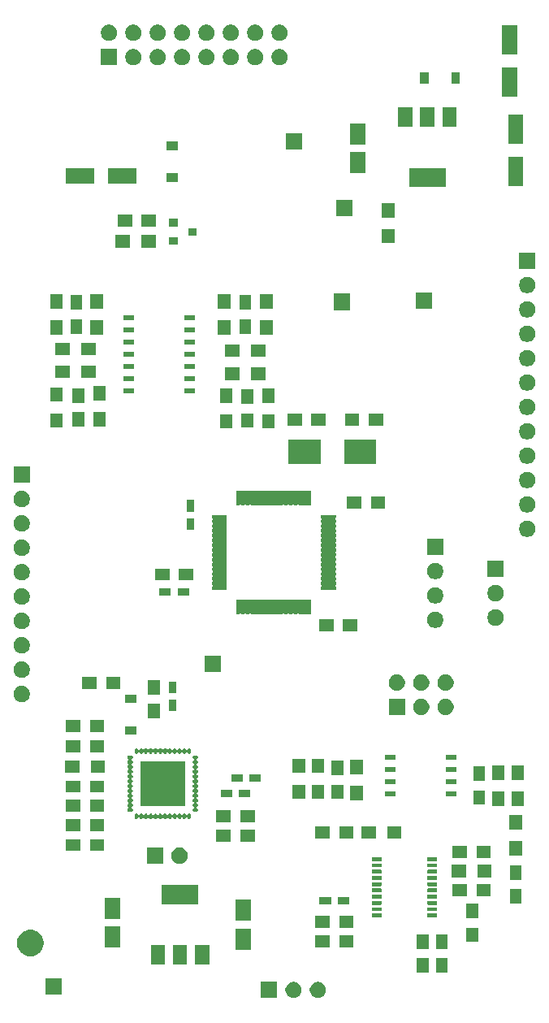
<source format=gbr>
G04 #@! TF.GenerationSoftware,KiCad,Pcbnew,(5.1.5)-3*
G04 #@! TF.CreationDate,2020-05-16T16:23:17+01:00*
G04 #@! TF.ProjectId,AddaTone components,41646461-546f-46e6-9520-636f6d706f6e,rev?*
G04 #@! TF.SameCoordinates,Original*
G04 #@! TF.FileFunction,Soldermask,Top*
G04 #@! TF.FilePolarity,Negative*
%FSLAX46Y46*%
G04 Gerber Fmt 4.6, Leading zero omitted, Abs format (unit mm)*
G04 Created by KiCad (PCBNEW (5.1.5)-3) date 2020-05-16 16:23:17*
%MOMM*%
%LPD*%
G04 APERTURE LIST*
%ADD10C,0.100000*%
G04 APERTURE END LIST*
D10*
G36*
X129450000Y-156850000D02*
G01*
X127750000Y-156850000D01*
X127750000Y-155150000D01*
X129450000Y-155150000D01*
X129450000Y-156850000D01*
G37*
G36*
X131387935Y-155182664D02*
G01*
X131542624Y-155246739D01*
X131542626Y-155246740D01*
X131681844Y-155339762D01*
X131800238Y-155458156D01*
X131893260Y-155597374D01*
X131893261Y-155597376D01*
X131957336Y-155752065D01*
X131990000Y-155916281D01*
X131990000Y-156083719D01*
X131957336Y-156247935D01*
X131893261Y-156402624D01*
X131893260Y-156402626D01*
X131800238Y-156541844D01*
X131681844Y-156660238D01*
X131542626Y-156753260D01*
X131542625Y-156753261D01*
X131542624Y-156753261D01*
X131387935Y-156817336D01*
X131223719Y-156850000D01*
X131056281Y-156850000D01*
X130892065Y-156817336D01*
X130737376Y-156753261D01*
X130737375Y-156753261D01*
X130737374Y-156753260D01*
X130598156Y-156660238D01*
X130479762Y-156541844D01*
X130386740Y-156402626D01*
X130386739Y-156402624D01*
X130322664Y-156247935D01*
X130290000Y-156083719D01*
X130290000Y-155916281D01*
X130322664Y-155752065D01*
X130386739Y-155597376D01*
X130386740Y-155597374D01*
X130479762Y-155458156D01*
X130598156Y-155339762D01*
X130737374Y-155246740D01*
X130737376Y-155246739D01*
X130892065Y-155182664D01*
X131056281Y-155150000D01*
X131223719Y-155150000D01*
X131387935Y-155182664D01*
G37*
G36*
X133927935Y-155182664D02*
G01*
X134082624Y-155246739D01*
X134082626Y-155246740D01*
X134221844Y-155339762D01*
X134340238Y-155458156D01*
X134433260Y-155597374D01*
X134433261Y-155597376D01*
X134497336Y-155752065D01*
X134530000Y-155916281D01*
X134530000Y-156083719D01*
X134497336Y-156247935D01*
X134433261Y-156402624D01*
X134433260Y-156402626D01*
X134340238Y-156541844D01*
X134221844Y-156660238D01*
X134082626Y-156753260D01*
X134082625Y-156753261D01*
X134082624Y-156753261D01*
X133927935Y-156817336D01*
X133763719Y-156850000D01*
X133596281Y-156850000D01*
X133432065Y-156817336D01*
X133277376Y-156753261D01*
X133277375Y-156753261D01*
X133277374Y-156753260D01*
X133138156Y-156660238D01*
X133019762Y-156541844D01*
X132926740Y-156402626D01*
X132926739Y-156402624D01*
X132862664Y-156247935D01*
X132830000Y-156083719D01*
X132830000Y-155916281D01*
X132862664Y-155752065D01*
X132926739Y-155597376D01*
X132926740Y-155597374D01*
X133019762Y-155458156D01*
X133138156Y-155339762D01*
X133277374Y-155246740D01*
X133277376Y-155246739D01*
X133432065Y-155182664D01*
X133596281Y-155150000D01*
X133763719Y-155150000D01*
X133927935Y-155182664D01*
G37*
G36*
X106950000Y-156450000D02*
G01*
X105250000Y-156450000D01*
X105250000Y-154750000D01*
X106950000Y-154750000D01*
X106950000Y-156450000D01*
G37*
G36*
X145225000Y-154200000D02*
G01*
X143975000Y-154200000D01*
X143975000Y-152700000D01*
X145225000Y-152700000D01*
X145225000Y-154200000D01*
G37*
G36*
X147225000Y-154200000D02*
G01*
X145975000Y-154200000D01*
X145975000Y-152700000D01*
X147225000Y-152700000D01*
X147225000Y-154200000D01*
G37*
G36*
X117750000Y-153350000D02*
G01*
X116250000Y-153350000D01*
X116250000Y-151350000D01*
X117750000Y-151350000D01*
X117750000Y-153350000D01*
G37*
G36*
X120050000Y-153350000D02*
G01*
X118550000Y-153350000D01*
X118550000Y-151350000D01*
X120050000Y-151350000D01*
X120050000Y-153350000D01*
G37*
G36*
X122350000Y-153350000D02*
G01*
X120850000Y-153350000D01*
X120850000Y-151350000D01*
X122350000Y-151350000D01*
X122350000Y-153350000D01*
G37*
G36*
X103973127Y-149726901D02*
G01*
X104108365Y-149753801D01*
X104363149Y-149859336D01*
X104592448Y-150012549D01*
X104787451Y-150207552D01*
X104940664Y-150436851D01*
X105046199Y-150691635D01*
X105100000Y-150962112D01*
X105100000Y-151237888D01*
X105046199Y-151508365D01*
X104940664Y-151763149D01*
X104787451Y-151992448D01*
X104592448Y-152187451D01*
X104363149Y-152340664D01*
X104108365Y-152446199D01*
X103973127Y-152473099D01*
X103837889Y-152500000D01*
X103562111Y-152500000D01*
X103426873Y-152473099D01*
X103291635Y-152446199D01*
X103036851Y-152340664D01*
X102807552Y-152187451D01*
X102612549Y-151992448D01*
X102459336Y-151763149D01*
X102353801Y-151508365D01*
X102300000Y-151237888D01*
X102300000Y-150962112D01*
X102353801Y-150691635D01*
X102459336Y-150436851D01*
X102612549Y-150207552D01*
X102807552Y-150012549D01*
X103036851Y-149859336D01*
X103291635Y-149753801D01*
X103426873Y-149726901D01*
X103562111Y-149700000D01*
X103837889Y-149700000D01*
X103973127Y-149726901D01*
G37*
G36*
X126700000Y-151800000D02*
G01*
X125100000Y-151800000D01*
X125100000Y-149600000D01*
X126700000Y-149600000D01*
X126700000Y-151800000D01*
G37*
G36*
X147225000Y-151700000D02*
G01*
X145975000Y-151700000D01*
X145975000Y-150200000D01*
X147225000Y-150200000D01*
X147225000Y-151700000D01*
G37*
G36*
X145225000Y-151700000D02*
G01*
X143975000Y-151700000D01*
X143975000Y-150200000D01*
X145225000Y-150200000D01*
X145225000Y-151700000D01*
G37*
G36*
X113100000Y-151600000D02*
G01*
X111500000Y-151600000D01*
X111500000Y-149400000D01*
X113100000Y-149400000D01*
X113100000Y-151600000D01*
G37*
G36*
X137400000Y-151525000D02*
G01*
X135900000Y-151525000D01*
X135900000Y-150275000D01*
X137400000Y-150275000D01*
X137400000Y-151525000D01*
G37*
G36*
X134900000Y-151525000D02*
G01*
X133400000Y-151525000D01*
X133400000Y-150275000D01*
X134900000Y-150275000D01*
X134900000Y-151525000D01*
G37*
G36*
X150425000Y-151000000D02*
G01*
X149175000Y-151000000D01*
X149175000Y-149500000D01*
X150425000Y-149500000D01*
X150425000Y-151000000D01*
G37*
G36*
X134900000Y-149525000D02*
G01*
X133400000Y-149525000D01*
X133400000Y-148275000D01*
X134900000Y-148275000D01*
X134900000Y-149525000D01*
G37*
G36*
X137400000Y-149525000D02*
G01*
X135900000Y-149525000D01*
X135900000Y-148275000D01*
X137400000Y-148275000D01*
X137400000Y-149525000D01*
G37*
G36*
X126700000Y-148800000D02*
G01*
X125100000Y-148800000D01*
X125100000Y-146600000D01*
X126700000Y-146600000D01*
X126700000Y-148800000D01*
G37*
G36*
X113100000Y-148600000D02*
G01*
X111500000Y-148600000D01*
X111500000Y-146400000D01*
X113100000Y-146400000D01*
X113100000Y-148600000D01*
G37*
G36*
X150425000Y-148500000D02*
G01*
X149175000Y-148500000D01*
X149175000Y-147000000D01*
X150425000Y-147000000D01*
X150425000Y-148500000D01*
G37*
G36*
X146069696Y-148026313D02*
G01*
X146076620Y-148028413D01*
X146082999Y-148031823D01*
X146088589Y-148036411D01*
X146093177Y-148042001D01*
X146096587Y-148048380D01*
X146098687Y-148055304D01*
X146100000Y-148068638D01*
X146100000Y-148381362D01*
X146098687Y-148394696D01*
X146096587Y-148401620D01*
X146093177Y-148407999D01*
X146088589Y-148413589D01*
X146082999Y-148418177D01*
X146076620Y-148421587D01*
X146069696Y-148423687D01*
X146056362Y-148425000D01*
X145143638Y-148425000D01*
X145130304Y-148423687D01*
X145123380Y-148421587D01*
X145117001Y-148418177D01*
X145111411Y-148413589D01*
X145106823Y-148407999D01*
X145103413Y-148401620D01*
X145101313Y-148394696D01*
X145100000Y-148381362D01*
X145100000Y-148068638D01*
X145101313Y-148055304D01*
X145103413Y-148048380D01*
X145106823Y-148042001D01*
X145111411Y-148036411D01*
X145117001Y-148031823D01*
X145123380Y-148028413D01*
X145130304Y-148026313D01*
X145143638Y-148025000D01*
X146056362Y-148025000D01*
X146069696Y-148026313D01*
G37*
G36*
X140269696Y-148026313D02*
G01*
X140276620Y-148028413D01*
X140282999Y-148031823D01*
X140288589Y-148036411D01*
X140293177Y-148042001D01*
X140296587Y-148048380D01*
X140298687Y-148055304D01*
X140300000Y-148068638D01*
X140300000Y-148381362D01*
X140298687Y-148394696D01*
X140296587Y-148401620D01*
X140293177Y-148407999D01*
X140288589Y-148413589D01*
X140282999Y-148418177D01*
X140276620Y-148421587D01*
X140269696Y-148423687D01*
X140256362Y-148425000D01*
X139343638Y-148425000D01*
X139330304Y-148423687D01*
X139323380Y-148421587D01*
X139317001Y-148418177D01*
X139311411Y-148413589D01*
X139306823Y-148407999D01*
X139303413Y-148401620D01*
X139301313Y-148394696D01*
X139300000Y-148381362D01*
X139300000Y-148068638D01*
X139301313Y-148055304D01*
X139303413Y-148048380D01*
X139306823Y-148042001D01*
X139311411Y-148036411D01*
X139317001Y-148031823D01*
X139323380Y-148028413D01*
X139330304Y-148026313D01*
X139343638Y-148025000D01*
X140256362Y-148025000D01*
X140269696Y-148026313D01*
G37*
G36*
X146069696Y-147376313D02*
G01*
X146076620Y-147378413D01*
X146082999Y-147381823D01*
X146088589Y-147386411D01*
X146093177Y-147392001D01*
X146096587Y-147398380D01*
X146098687Y-147405304D01*
X146100000Y-147418638D01*
X146100000Y-147731362D01*
X146098687Y-147744696D01*
X146096587Y-147751620D01*
X146093177Y-147757999D01*
X146088589Y-147763589D01*
X146082999Y-147768177D01*
X146076620Y-147771587D01*
X146069696Y-147773687D01*
X146056362Y-147775000D01*
X145143638Y-147775000D01*
X145130304Y-147773687D01*
X145123380Y-147771587D01*
X145117001Y-147768177D01*
X145111411Y-147763589D01*
X145106823Y-147757999D01*
X145103413Y-147751620D01*
X145101313Y-147744696D01*
X145100000Y-147731362D01*
X145100000Y-147418638D01*
X145101313Y-147405304D01*
X145103413Y-147398380D01*
X145106823Y-147392001D01*
X145111411Y-147386411D01*
X145117001Y-147381823D01*
X145123380Y-147378413D01*
X145130304Y-147376313D01*
X145143638Y-147375000D01*
X146056362Y-147375000D01*
X146069696Y-147376313D01*
G37*
G36*
X140269696Y-147376313D02*
G01*
X140276620Y-147378413D01*
X140282999Y-147381823D01*
X140288589Y-147386411D01*
X140293177Y-147392001D01*
X140296587Y-147398380D01*
X140298687Y-147405304D01*
X140300000Y-147418638D01*
X140300000Y-147731362D01*
X140298687Y-147744696D01*
X140296587Y-147751620D01*
X140293177Y-147757999D01*
X140288589Y-147763589D01*
X140282999Y-147768177D01*
X140276620Y-147771587D01*
X140269696Y-147773687D01*
X140256362Y-147775000D01*
X139343638Y-147775000D01*
X139330304Y-147773687D01*
X139323380Y-147771587D01*
X139317001Y-147768177D01*
X139311411Y-147763589D01*
X139306823Y-147757999D01*
X139303413Y-147751620D01*
X139301313Y-147744696D01*
X139300000Y-147731362D01*
X139300000Y-147418638D01*
X139301313Y-147405304D01*
X139303413Y-147398380D01*
X139306823Y-147392001D01*
X139311411Y-147386411D01*
X139317001Y-147381823D01*
X139323380Y-147378413D01*
X139330304Y-147376313D01*
X139343638Y-147375000D01*
X140256362Y-147375000D01*
X140269696Y-147376313D01*
G37*
G36*
X140269696Y-146726313D02*
G01*
X140276620Y-146728413D01*
X140282999Y-146731823D01*
X140288589Y-146736411D01*
X140293177Y-146742001D01*
X140296587Y-146748380D01*
X140298687Y-146755304D01*
X140300000Y-146768638D01*
X140300000Y-147081362D01*
X140298687Y-147094696D01*
X140296587Y-147101620D01*
X140293177Y-147107999D01*
X140288589Y-147113589D01*
X140282999Y-147118177D01*
X140276620Y-147121587D01*
X140269696Y-147123687D01*
X140256362Y-147125000D01*
X139343638Y-147125000D01*
X139330304Y-147123687D01*
X139323380Y-147121587D01*
X139317001Y-147118177D01*
X139311411Y-147113589D01*
X139306823Y-147107999D01*
X139303413Y-147101620D01*
X139301313Y-147094696D01*
X139300000Y-147081362D01*
X139300000Y-146768638D01*
X139301313Y-146755304D01*
X139303413Y-146748380D01*
X139306823Y-146742001D01*
X139311411Y-146736411D01*
X139317001Y-146731823D01*
X139323380Y-146728413D01*
X139330304Y-146726313D01*
X139343638Y-146725000D01*
X140256362Y-146725000D01*
X140269696Y-146726313D01*
G37*
G36*
X146069696Y-146726313D02*
G01*
X146076620Y-146728413D01*
X146082999Y-146731823D01*
X146088589Y-146736411D01*
X146093177Y-146742001D01*
X146096587Y-146748380D01*
X146098687Y-146755304D01*
X146100000Y-146768638D01*
X146100000Y-147081362D01*
X146098687Y-147094696D01*
X146096587Y-147101620D01*
X146093177Y-147107999D01*
X146088589Y-147113589D01*
X146082999Y-147118177D01*
X146076620Y-147121587D01*
X146069696Y-147123687D01*
X146056362Y-147125000D01*
X145143638Y-147125000D01*
X145130304Y-147123687D01*
X145123380Y-147121587D01*
X145117001Y-147118177D01*
X145111411Y-147113589D01*
X145106823Y-147107999D01*
X145103413Y-147101620D01*
X145101313Y-147094696D01*
X145100000Y-147081362D01*
X145100000Y-146768638D01*
X145101313Y-146755304D01*
X145103413Y-146748380D01*
X145106823Y-146742001D01*
X145111411Y-146736411D01*
X145117001Y-146731823D01*
X145123380Y-146728413D01*
X145130304Y-146726313D01*
X145143638Y-146725000D01*
X146056362Y-146725000D01*
X146069696Y-146726313D01*
G37*
G36*
X136950000Y-147075000D02*
G01*
X135750000Y-147075000D01*
X135750000Y-146325000D01*
X136950000Y-146325000D01*
X136950000Y-147075000D01*
G37*
G36*
X135050000Y-147075000D02*
G01*
X133850000Y-147075000D01*
X133850000Y-146325000D01*
X135050000Y-146325000D01*
X135050000Y-147075000D01*
G37*
G36*
X121200000Y-147050000D02*
G01*
X117400000Y-147050000D01*
X117400000Y-145050000D01*
X121200000Y-145050000D01*
X121200000Y-147050000D01*
G37*
G36*
X154925000Y-147000000D02*
G01*
X153675000Y-147000000D01*
X153675000Y-145500000D01*
X154925000Y-145500000D01*
X154925000Y-147000000D01*
G37*
G36*
X146069696Y-146076313D02*
G01*
X146076620Y-146078413D01*
X146082999Y-146081823D01*
X146088589Y-146086411D01*
X146093177Y-146092001D01*
X146096587Y-146098380D01*
X146098687Y-146105304D01*
X146100000Y-146118638D01*
X146100000Y-146431362D01*
X146098687Y-146444696D01*
X146096587Y-146451620D01*
X146093177Y-146457999D01*
X146088589Y-146463589D01*
X146082999Y-146468177D01*
X146076620Y-146471587D01*
X146069696Y-146473687D01*
X146056362Y-146475000D01*
X145143638Y-146475000D01*
X145130304Y-146473687D01*
X145123380Y-146471587D01*
X145117001Y-146468177D01*
X145111411Y-146463589D01*
X145106823Y-146457999D01*
X145103413Y-146451620D01*
X145101313Y-146444696D01*
X145100000Y-146431362D01*
X145100000Y-146118638D01*
X145101313Y-146105304D01*
X145103413Y-146098380D01*
X145106823Y-146092001D01*
X145111411Y-146086411D01*
X145117001Y-146081823D01*
X145123380Y-146078413D01*
X145130304Y-146076313D01*
X145143638Y-146075000D01*
X146056362Y-146075000D01*
X146069696Y-146076313D01*
G37*
G36*
X140269696Y-146076313D02*
G01*
X140276620Y-146078413D01*
X140282999Y-146081823D01*
X140288589Y-146086411D01*
X140293177Y-146092001D01*
X140296587Y-146098380D01*
X140298687Y-146105304D01*
X140300000Y-146118638D01*
X140300000Y-146431362D01*
X140298687Y-146444696D01*
X140296587Y-146451620D01*
X140293177Y-146457999D01*
X140288589Y-146463589D01*
X140282999Y-146468177D01*
X140276620Y-146471587D01*
X140269696Y-146473687D01*
X140256362Y-146475000D01*
X139343638Y-146475000D01*
X139330304Y-146473687D01*
X139323380Y-146471587D01*
X139317001Y-146468177D01*
X139311411Y-146463589D01*
X139306823Y-146457999D01*
X139303413Y-146451620D01*
X139301313Y-146444696D01*
X139300000Y-146431362D01*
X139300000Y-146118638D01*
X139301313Y-146105304D01*
X139303413Y-146098380D01*
X139306823Y-146092001D01*
X139311411Y-146086411D01*
X139317001Y-146081823D01*
X139323380Y-146078413D01*
X139330304Y-146076313D01*
X139343638Y-146075000D01*
X140256362Y-146075000D01*
X140269696Y-146076313D01*
G37*
G36*
X151700000Y-146225000D02*
G01*
X150200000Y-146225000D01*
X150200000Y-144975000D01*
X151700000Y-144975000D01*
X151700000Y-146225000D01*
G37*
G36*
X149200000Y-146225000D02*
G01*
X147700000Y-146225000D01*
X147700000Y-144975000D01*
X149200000Y-144975000D01*
X149200000Y-146225000D01*
G37*
G36*
X140269696Y-145426313D02*
G01*
X140276620Y-145428413D01*
X140282999Y-145431823D01*
X140288589Y-145436411D01*
X140293177Y-145442001D01*
X140296587Y-145448380D01*
X140298687Y-145455304D01*
X140300000Y-145468638D01*
X140300000Y-145781362D01*
X140298687Y-145794696D01*
X140296587Y-145801620D01*
X140293177Y-145807999D01*
X140288589Y-145813589D01*
X140282999Y-145818177D01*
X140276620Y-145821587D01*
X140269696Y-145823687D01*
X140256362Y-145825000D01*
X139343638Y-145825000D01*
X139330304Y-145823687D01*
X139323380Y-145821587D01*
X139317001Y-145818177D01*
X139311411Y-145813589D01*
X139306823Y-145807999D01*
X139303413Y-145801620D01*
X139301313Y-145794696D01*
X139300000Y-145781362D01*
X139300000Y-145468638D01*
X139301313Y-145455304D01*
X139303413Y-145448380D01*
X139306823Y-145442001D01*
X139311411Y-145436411D01*
X139317001Y-145431823D01*
X139323380Y-145428413D01*
X139330304Y-145426313D01*
X139343638Y-145425000D01*
X140256362Y-145425000D01*
X140269696Y-145426313D01*
G37*
G36*
X146069696Y-145426313D02*
G01*
X146076620Y-145428413D01*
X146082999Y-145431823D01*
X146088589Y-145436411D01*
X146093177Y-145442001D01*
X146096587Y-145448380D01*
X146098687Y-145455304D01*
X146100000Y-145468638D01*
X146100000Y-145781362D01*
X146098687Y-145794696D01*
X146096587Y-145801620D01*
X146093177Y-145807999D01*
X146088589Y-145813589D01*
X146082999Y-145818177D01*
X146076620Y-145821587D01*
X146069696Y-145823687D01*
X146056362Y-145825000D01*
X145143638Y-145825000D01*
X145130304Y-145823687D01*
X145123380Y-145821587D01*
X145117001Y-145818177D01*
X145111411Y-145813589D01*
X145106823Y-145807999D01*
X145103413Y-145801620D01*
X145101313Y-145794696D01*
X145100000Y-145781362D01*
X145100000Y-145468638D01*
X145101313Y-145455304D01*
X145103413Y-145448380D01*
X145106823Y-145442001D01*
X145111411Y-145436411D01*
X145117001Y-145431823D01*
X145123380Y-145428413D01*
X145130304Y-145426313D01*
X145143638Y-145425000D01*
X146056362Y-145425000D01*
X146069696Y-145426313D01*
G37*
G36*
X140269696Y-144776313D02*
G01*
X140276620Y-144778413D01*
X140282999Y-144781823D01*
X140288589Y-144786411D01*
X140293177Y-144792001D01*
X140296587Y-144798380D01*
X140298687Y-144805304D01*
X140300000Y-144818638D01*
X140300000Y-145131362D01*
X140298687Y-145144696D01*
X140296587Y-145151620D01*
X140293177Y-145157999D01*
X140288589Y-145163589D01*
X140282999Y-145168177D01*
X140276620Y-145171587D01*
X140269696Y-145173687D01*
X140256362Y-145175000D01*
X139343638Y-145175000D01*
X139330304Y-145173687D01*
X139323380Y-145171587D01*
X139317001Y-145168177D01*
X139311411Y-145163589D01*
X139306823Y-145157999D01*
X139303413Y-145151620D01*
X139301313Y-145144696D01*
X139300000Y-145131362D01*
X139300000Y-144818638D01*
X139301313Y-144805304D01*
X139303413Y-144798380D01*
X139306823Y-144792001D01*
X139311411Y-144786411D01*
X139317001Y-144781823D01*
X139323380Y-144778413D01*
X139330304Y-144776313D01*
X139343638Y-144775000D01*
X140256362Y-144775000D01*
X140269696Y-144776313D01*
G37*
G36*
X146069696Y-144776313D02*
G01*
X146076620Y-144778413D01*
X146082999Y-144781823D01*
X146088589Y-144786411D01*
X146093177Y-144792001D01*
X146096587Y-144798380D01*
X146098687Y-144805304D01*
X146100000Y-144818638D01*
X146100000Y-145131362D01*
X146098687Y-145144696D01*
X146096587Y-145151620D01*
X146093177Y-145157999D01*
X146088589Y-145163589D01*
X146082999Y-145168177D01*
X146076620Y-145171587D01*
X146069696Y-145173687D01*
X146056362Y-145175000D01*
X145143638Y-145175000D01*
X145130304Y-145173687D01*
X145123380Y-145171587D01*
X145117001Y-145168177D01*
X145111411Y-145163589D01*
X145106823Y-145157999D01*
X145103413Y-145151620D01*
X145101313Y-145144696D01*
X145100000Y-145131362D01*
X145100000Y-144818638D01*
X145101313Y-144805304D01*
X145103413Y-144798380D01*
X145106823Y-144792001D01*
X145111411Y-144786411D01*
X145117001Y-144781823D01*
X145123380Y-144778413D01*
X145130304Y-144776313D01*
X145143638Y-144775000D01*
X146056362Y-144775000D01*
X146069696Y-144776313D01*
G37*
G36*
X146069696Y-144126313D02*
G01*
X146076620Y-144128413D01*
X146082999Y-144131823D01*
X146088589Y-144136411D01*
X146093177Y-144142001D01*
X146096587Y-144148380D01*
X146098687Y-144155304D01*
X146100000Y-144168638D01*
X146100000Y-144481362D01*
X146098687Y-144494696D01*
X146096587Y-144501620D01*
X146093177Y-144507999D01*
X146088589Y-144513589D01*
X146082999Y-144518177D01*
X146076620Y-144521587D01*
X146069696Y-144523687D01*
X146056362Y-144525000D01*
X145143638Y-144525000D01*
X145130304Y-144523687D01*
X145123380Y-144521587D01*
X145117001Y-144518177D01*
X145111411Y-144513589D01*
X145106823Y-144507999D01*
X145103413Y-144501620D01*
X145101313Y-144494696D01*
X145100000Y-144481362D01*
X145100000Y-144168638D01*
X145101313Y-144155304D01*
X145103413Y-144148380D01*
X145106823Y-144142001D01*
X145111411Y-144136411D01*
X145117001Y-144131823D01*
X145123380Y-144128413D01*
X145130304Y-144126313D01*
X145143638Y-144125000D01*
X146056362Y-144125000D01*
X146069696Y-144126313D01*
G37*
G36*
X140269696Y-144126313D02*
G01*
X140276620Y-144128413D01*
X140282999Y-144131823D01*
X140288589Y-144136411D01*
X140293177Y-144142001D01*
X140296587Y-144148380D01*
X140298687Y-144155304D01*
X140300000Y-144168638D01*
X140300000Y-144481362D01*
X140298687Y-144494696D01*
X140296587Y-144501620D01*
X140293177Y-144507999D01*
X140288589Y-144513589D01*
X140282999Y-144518177D01*
X140276620Y-144521587D01*
X140269696Y-144523687D01*
X140256362Y-144525000D01*
X139343638Y-144525000D01*
X139330304Y-144523687D01*
X139323380Y-144521587D01*
X139317001Y-144518177D01*
X139311411Y-144513589D01*
X139306823Y-144507999D01*
X139303413Y-144501620D01*
X139301313Y-144494696D01*
X139300000Y-144481362D01*
X139300000Y-144168638D01*
X139301313Y-144155304D01*
X139303413Y-144148380D01*
X139306823Y-144142001D01*
X139311411Y-144136411D01*
X139317001Y-144131823D01*
X139323380Y-144128413D01*
X139330304Y-144126313D01*
X139343638Y-144125000D01*
X140256362Y-144125000D01*
X140269696Y-144126313D01*
G37*
G36*
X154925000Y-144500000D02*
G01*
X153675000Y-144500000D01*
X153675000Y-143000000D01*
X154925000Y-143000000D01*
X154925000Y-144500000D01*
G37*
G36*
X151800000Y-144250000D02*
G01*
X150300000Y-144250000D01*
X150300000Y-142950000D01*
X151800000Y-142950000D01*
X151800000Y-144250000D01*
G37*
G36*
X149100000Y-144250000D02*
G01*
X147600000Y-144250000D01*
X147600000Y-142950000D01*
X149100000Y-142950000D01*
X149100000Y-144250000D01*
G37*
G36*
X146069696Y-143476313D02*
G01*
X146076620Y-143478413D01*
X146082999Y-143481823D01*
X146088589Y-143486411D01*
X146093177Y-143492001D01*
X146096587Y-143498380D01*
X146098687Y-143505304D01*
X146100000Y-143518638D01*
X146100000Y-143831362D01*
X146098687Y-143844696D01*
X146096587Y-143851620D01*
X146093177Y-143857999D01*
X146088589Y-143863589D01*
X146082999Y-143868177D01*
X146076620Y-143871587D01*
X146069696Y-143873687D01*
X146056362Y-143875000D01*
X145143638Y-143875000D01*
X145130304Y-143873687D01*
X145123380Y-143871587D01*
X145117001Y-143868177D01*
X145111411Y-143863589D01*
X145106823Y-143857999D01*
X145103413Y-143851620D01*
X145101313Y-143844696D01*
X145100000Y-143831362D01*
X145100000Y-143518638D01*
X145101313Y-143505304D01*
X145103413Y-143498380D01*
X145106823Y-143492001D01*
X145111411Y-143486411D01*
X145117001Y-143481823D01*
X145123380Y-143478413D01*
X145130304Y-143476313D01*
X145143638Y-143475000D01*
X146056362Y-143475000D01*
X146069696Y-143476313D01*
G37*
G36*
X140269696Y-143476313D02*
G01*
X140276620Y-143478413D01*
X140282999Y-143481823D01*
X140288589Y-143486411D01*
X140293177Y-143492001D01*
X140296587Y-143498380D01*
X140298687Y-143505304D01*
X140300000Y-143518638D01*
X140300000Y-143831362D01*
X140298687Y-143844696D01*
X140296587Y-143851620D01*
X140293177Y-143857999D01*
X140288589Y-143863589D01*
X140282999Y-143868177D01*
X140276620Y-143871587D01*
X140269696Y-143873687D01*
X140256362Y-143875000D01*
X139343638Y-143875000D01*
X139330304Y-143873687D01*
X139323380Y-143871587D01*
X139317001Y-143868177D01*
X139311411Y-143863589D01*
X139306823Y-143857999D01*
X139303413Y-143851620D01*
X139301313Y-143844696D01*
X139300000Y-143831362D01*
X139300000Y-143518638D01*
X139301313Y-143505304D01*
X139303413Y-143498380D01*
X139306823Y-143492001D01*
X139311411Y-143486411D01*
X139317001Y-143481823D01*
X139323380Y-143478413D01*
X139330304Y-143476313D01*
X139343638Y-143475000D01*
X140256362Y-143475000D01*
X140269696Y-143476313D01*
G37*
G36*
X140269696Y-142826313D02*
G01*
X140276620Y-142828413D01*
X140282999Y-142831823D01*
X140288589Y-142836411D01*
X140293177Y-142842001D01*
X140296587Y-142848380D01*
X140298687Y-142855304D01*
X140300000Y-142868638D01*
X140300000Y-143181362D01*
X140298687Y-143194696D01*
X140296587Y-143201620D01*
X140293177Y-143207999D01*
X140288589Y-143213589D01*
X140282999Y-143218177D01*
X140276620Y-143221587D01*
X140269696Y-143223687D01*
X140256362Y-143225000D01*
X139343638Y-143225000D01*
X139330304Y-143223687D01*
X139323380Y-143221587D01*
X139317001Y-143218177D01*
X139311411Y-143213589D01*
X139306823Y-143207999D01*
X139303413Y-143201620D01*
X139301313Y-143194696D01*
X139300000Y-143181362D01*
X139300000Y-142868638D01*
X139301313Y-142855304D01*
X139303413Y-142848380D01*
X139306823Y-142842001D01*
X139311411Y-142836411D01*
X139317001Y-142831823D01*
X139323380Y-142828413D01*
X139330304Y-142826313D01*
X139343638Y-142825000D01*
X140256362Y-142825000D01*
X140269696Y-142826313D01*
G37*
G36*
X146069696Y-142826313D02*
G01*
X146076620Y-142828413D01*
X146082999Y-142831823D01*
X146088589Y-142836411D01*
X146093177Y-142842001D01*
X146096587Y-142848380D01*
X146098687Y-142855304D01*
X146100000Y-142868638D01*
X146100000Y-143181362D01*
X146098687Y-143194696D01*
X146096587Y-143201620D01*
X146093177Y-143207999D01*
X146088589Y-143213589D01*
X146082999Y-143218177D01*
X146076620Y-143221587D01*
X146069696Y-143223687D01*
X146056362Y-143225000D01*
X145143638Y-143225000D01*
X145130304Y-143223687D01*
X145123380Y-143221587D01*
X145117001Y-143218177D01*
X145111411Y-143213589D01*
X145106823Y-143207999D01*
X145103413Y-143201620D01*
X145101313Y-143194696D01*
X145100000Y-143181362D01*
X145100000Y-142868638D01*
X145101313Y-142855304D01*
X145103413Y-142848380D01*
X145106823Y-142842001D01*
X145111411Y-142836411D01*
X145117001Y-142831823D01*
X145123380Y-142828413D01*
X145130304Y-142826313D01*
X145143638Y-142825000D01*
X146056362Y-142825000D01*
X146069696Y-142826313D01*
G37*
G36*
X119487935Y-141182664D02*
G01*
X119642624Y-141246739D01*
X119642626Y-141246740D01*
X119781844Y-141339762D01*
X119900238Y-141458156D01*
X119944901Y-141525000D01*
X119993261Y-141597376D01*
X120057336Y-141752065D01*
X120090000Y-141916281D01*
X120090000Y-142083719D01*
X120057336Y-142247935D01*
X120054206Y-142255491D01*
X119993260Y-142402626D01*
X119900238Y-142541844D01*
X119781844Y-142660238D01*
X119642626Y-142753260D01*
X119642625Y-142753261D01*
X119642624Y-142753261D01*
X119487935Y-142817336D01*
X119323719Y-142850000D01*
X119156281Y-142850000D01*
X118992065Y-142817336D01*
X118837376Y-142753261D01*
X118837375Y-142753261D01*
X118837374Y-142753260D01*
X118698156Y-142660238D01*
X118579762Y-142541844D01*
X118486740Y-142402626D01*
X118425794Y-142255491D01*
X118422664Y-142247935D01*
X118390000Y-142083719D01*
X118390000Y-141916281D01*
X118422664Y-141752065D01*
X118486739Y-141597376D01*
X118535099Y-141525000D01*
X118579762Y-141458156D01*
X118698156Y-141339762D01*
X118837374Y-141246740D01*
X118837376Y-141246739D01*
X118992065Y-141182664D01*
X119156281Y-141150000D01*
X119323719Y-141150000D01*
X119487935Y-141182664D01*
G37*
G36*
X117550000Y-142850000D02*
G01*
X115850000Y-142850000D01*
X115850000Y-141150000D01*
X117550000Y-141150000D01*
X117550000Y-142850000D01*
G37*
G36*
X140269696Y-142176313D02*
G01*
X140276620Y-142178413D01*
X140282999Y-142181823D01*
X140288589Y-142186411D01*
X140293177Y-142192001D01*
X140296587Y-142198380D01*
X140298687Y-142205304D01*
X140300000Y-142218638D01*
X140300000Y-142531362D01*
X140298687Y-142544696D01*
X140296587Y-142551620D01*
X140293177Y-142557999D01*
X140288589Y-142563589D01*
X140282999Y-142568177D01*
X140276620Y-142571587D01*
X140269696Y-142573687D01*
X140256362Y-142575000D01*
X139343638Y-142575000D01*
X139330304Y-142573687D01*
X139323380Y-142571587D01*
X139317001Y-142568177D01*
X139311411Y-142563589D01*
X139306823Y-142557999D01*
X139303413Y-142551620D01*
X139301313Y-142544696D01*
X139300000Y-142531362D01*
X139300000Y-142218638D01*
X139301313Y-142205304D01*
X139303413Y-142198380D01*
X139306823Y-142192001D01*
X139311411Y-142186411D01*
X139317001Y-142181823D01*
X139323380Y-142178413D01*
X139330304Y-142176313D01*
X139343638Y-142175000D01*
X140256362Y-142175000D01*
X140269696Y-142176313D01*
G37*
G36*
X146069696Y-142176313D02*
G01*
X146076620Y-142178413D01*
X146082999Y-142181823D01*
X146088589Y-142186411D01*
X146093177Y-142192001D01*
X146096587Y-142198380D01*
X146098687Y-142205304D01*
X146100000Y-142218638D01*
X146100000Y-142531362D01*
X146098687Y-142544696D01*
X146096587Y-142551620D01*
X146093177Y-142557999D01*
X146088589Y-142563589D01*
X146082999Y-142568177D01*
X146076620Y-142571587D01*
X146069696Y-142573687D01*
X146056362Y-142575000D01*
X145143638Y-142575000D01*
X145130304Y-142573687D01*
X145123380Y-142571587D01*
X145117001Y-142568177D01*
X145111411Y-142563589D01*
X145106823Y-142557999D01*
X145103413Y-142551620D01*
X145101313Y-142544696D01*
X145100000Y-142531362D01*
X145100000Y-142218638D01*
X145101313Y-142205304D01*
X145103413Y-142198380D01*
X145106823Y-142192001D01*
X145111411Y-142186411D01*
X145117001Y-142181823D01*
X145123380Y-142178413D01*
X145130304Y-142176313D01*
X145143638Y-142175000D01*
X146056362Y-142175000D01*
X146069696Y-142176313D01*
G37*
G36*
X151700000Y-142225000D02*
G01*
X150200000Y-142225000D01*
X150200000Y-140975000D01*
X151700000Y-140975000D01*
X151700000Y-142225000D01*
G37*
G36*
X149200000Y-142225000D02*
G01*
X147700000Y-142225000D01*
X147700000Y-140975000D01*
X149200000Y-140975000D01*
X149200000Y-142225000D01*
G37*
G36*
X154950000Y-142000000D02*
G01*
X153650000Y-142000000D01*
X153650000Y-140500000D01*
X154950000Y-140500000D01*
X154950000Y-142000000D01*
G37*
G36*
X111400000Y-141525000D02*
G01*
X109900000Y-141525000D01*
X109900000Y-140275000D01*
X111400000Y-140275000D01*
X111400000Y-141525000D01*
G37*
G36*
X108900000Y-141525000D02*
G01*
X107400000Y-141525000D01*
X107400000Y-140275000D01*
X108900000Y-140275000D01*
X108900000Y-141525000D01*
G37*
G36*
X124600000Y-140525000D02*
G01*
X123100000Y-140525000D01*
X123100000Y-139275000D01*
X124600000Y-139275000D01*
X124600000Y-140525000D01*
G37*
G36*
X127100000Y-140525000D02*
G01*
X125600000Y-140525000D01*
X125600000Y-139275000D01*
X127100000Y-139275000D01*
X127100000Y-140525000D01*
G37*
G36*
X139700000Y-140250000D02*
G01*
X138200000Y-140250000D01*
X138200000Y-138950000D01*
X139700000Y-138950000D01*
X139700000Y-140250000D01*
G37*
G36*
X142400000Y-140250000D02*
G01*
X140900000Y-140250000D01*
X140900000Y-138950000D01*
X142400000Y-138950000D01*
X142400000Y-140250000D01*
G37*
G36*
X134900000Y-140225000D02*
G01*
X133400000Y-140225000D01*
X133400000Y-138975000D01*
X134900000Y-138975000D01*
X134900000Y-140225000D01*
G37*
G36*
X137400000Y-140225000D02*
G01*
X135900000Y-140225000D01*
X135900000Y-138975000D01*
X137400000Y-138975000D01*
X137400000Y-140225000D01*
G37*
G36*
X111400000Y-139425000D02*
G01*
X109900000Y-139425000D01*
X109900000Y-138175000D01*
X111400000Y-138175000D01*
X111400000Y-139425000D01*
G37*
G36*
X108900000Y-139425000D02*
G01*
X107400000Y-139425000D01*
X107400000Y-138175000D01*
X108900000Y-138175000D01*
X108900000Y-139425000D01*
G37*
G36*
X154950000Y-139300000D02*
G01*
X153650000Y-139300000D01*
X153650000Y-137800000D01*
X154950000Y-137800000D01*
X154950000Y-139300000D01*
G37*
G36*
X127100000Y-138525000D02*
G01*
X125600000Y-138525000D01*
X125600000Y-137275000D01*
X127100000Y-137275000D01*
X127100000Y-138525000D01*
G37*
G36*
X124600000Y-138525000D02*
G01*
X123100000Y-138525000D01*
X123100000Y-137275000D01*
X124600000Y-137275000D01*
X124600000Y-138525000D01*
G37*
G36*
X120279407Y-137602171D02*
G01*
X120307676Y-137610746D01*
X120333740Y-137624678D01*
X120356579Y-137643421D01*
X120375322Y-137666260D01*
X120389254Y-137692324D01*
X120397829Y-137720593D01*
X120400000Y-137742638D01*
X120400000Y-138057362D01*
X120397829Y-138079407D01*
X120389254Y-138107676D01*
X120375322Y-138133740D01*
X120356579Y-138156579D01*
X120333739Y-138175323D01*
X120307678Y-138189253D01*
X120279406Y-138197829D01*
X120250000Y-138200725D01*
X120220593Y-138197829D01*
X120192324Y-138189254D01*
X120166260Y-138175322D01*
X120143421Y-138156579D01*
X120124675Y-138133737D01*
X120110238Y-138106727D01*
X120096624Y-138086353D01*
X120079297Y-138069026D01*
X120058923Y-138055413D01*
X120036284Y-138046036D01*
X120012250Y-138041256D01*
X119987746Y-138041256D01*
X119963713Y-138046037D01*
X119941074Y-138055415D01*
X119920700Y-138069029D01*
X119903373Y-138086356D01*
X119889762Y-138106727D01*
X119875325Y-138133737D01*
X119856579Y-138156579D01*
X119833739Y-138175323D01*
X119807678Y-138189253D01*
X119779406Y-138197829D01*
X119750000Y-138200725D01*
X119720593Y-138197829D01*
X119692324Y-138189254D01*
X119666260Y-138175322D01*
X119643421Y-138156579D01*
X119624675Y-138133737D01*
X119610238Y-138106727D01*
X119596624Y-138086353D01*
X119579297Y-138069026D01*
X119558923Y-138055413D01*
X119536284Y-138046036D01*
X119512250Y-138041256D01*
X119487746Y-138041256D01*
X119463713Y-138046037D01*
X119441074Y-138055415D01*
X119420700Y-138069029D01*
X119403373Y-138086356D01*
X119389762Y-138106727D01*
X119375325Y-138133737D01*
X119356579Y-138156579D01*
X119333739Y-138175323D01*
X119307678Y-138189253D01*
X119279406Y-138197829D01*
X119250000Y-138200725D01*
X119220593Y-138197829D01*
X119192324Y-138189254D01*
X119166260Y-138175322D01*
X119143421Y-138156579D01*
X119124675Y-138133737D01*
X119110238Y-138106727D01*
X119096624Y-138086353D01*
X119079297Y-138069026D01*
X119058923Y-138055413D01*
X119036284Y-138046036D01*
X119012250Y-138041256D01*
X118987746Y-138041256D01*
X118963713Y-138046037D01*
X118941074Y-138055415D01*
X118920700Y-138069029D01*
X118903373Y-138086356D01*
X118889761Y-138106729D01*
X118875324Y-138133738D01*
X118856579Y-138156580D01*
X118833739Y-138175324D01*
X118807678Y-138189254D01*
X118779406Y-138197830D01*
X118750000Y-138200726D01*
X118720593Y-138197830D01*
X118692324Y-138189255D01*
X118666260Y-138175323D01*
X118643421Y-138156580D01*
X118624676Y-138133738D01*
X118610239Y-138106729D01*
X118596625Y-138086354D01*
X118579298Y-138069027D01*
X118558924Y-138055414D01*
X118536285Y-138046036D01*
X118512252Y-138041256D01*
X118487748Y-138041256D01*
X118463714Y-138046037D01*
X118441076Y-138055414D01*
X118420701Y-138069028D01*
X118403374Y-138086355D01*
X118389762Y-138106727D01*
X118375325Y-138133737D01*
X118356579Y-138156579D01*
X118333739Y-138175323D01*
X118307678Y-138189253D01*
X118279406Y-138197829D01*
X118250000Y-138200725D01*
X118220593Y-138197829D01*
X118192324Y-138189254D01*
X118166260Y-138175322D01*
X118143421Y-138156579D01*
X118124675Y-138133737D01*
X118110238Y-138106727D01*
X118096624Y-138086353D01*
X118079297Y-138069026D01*
X118058923Y-138055413D01*
X118036284Y-138046036D01*
X118012250Y-138041256D01*
X117987746Y-138041256D01*
X117963713Y-138046037D01*
X117941074Y-138055415D01*
X117920700Y-138069029D01*
X117903373Y-138086356D01*
X117889762Y-138106727D01*
X117875325Y-138133737D01*
X117856579Y-138156579D01*
X117833739Y-138175323D01*
X117807678Y-138189253D01*
X117779406Y-138197829D01*
X117750000Y-138200725D01*
X117720593Y-138197829D01*
X117692324Y-138189254D01*
X117666260Y-138175322D01*
X117643421Y-138156579D01*
X117624675Y-138133737D01*
X117610238Y-138106727D01*
X117596624Y-138086353D01*
X117579297Y-138069026D01*
X117558923Y-138055413D01*
X117536284Y-138046036D01*
X117512250Y-138041256D01*
X117487746Y-138041256D01*
X117463713Y-138046037D01*
X117441074Y-138055415D01*
X117420700Y-138069029D01*
X117403373Y-138086356D01*
X117389762Y-138106727D01*
X117375325Y-138133737D01*
X117356579Y-138156579D01*
X117333739Y-138175323D01*
X117307678Y-138189253D01*
X117279406Y-138197829D01*
X117250000Y-138200725D01*
X117220593Y-138197829D01*
X117192324Y-138189254D01*
X117166260Y-138175322D01*
X117143421Y-138156579D01*
X117124675Y-138133737D01*
X117110238Y-138106727D01*
X117096624Y-138086353D01*
X117079297Y-138069026D01*
X117058923Y-138055413D01*
X117036284Y-138046036D01*
X117012250Y-138041256D01*
X116987746Y-138041256D01*
X116963713Y-138046037D01*
X116941074Y-138055415D01*
X116920700Y-138069029D01*
X116903373Y-138086356D01*
X116889762Y-138106727D01*
X116875325Y-138133737D01*
X116856579Y-138156579D01*
X116833739Y-138175323D01*
X116807678Y-138189253D01*
X116779406Y-138197829D01*
X116750000Y-138200725D01*
X116720593Y-138197829D01*
X116692324Y-138189254D01*
X116666260Y-138175322D01*
X116643421Y-138156579D01*
X116624675Y-138133737D01*
X116610238Y-138106727D01*
X116596624Y-138086353D01*
X116579297Y-138069026D01*
X116558923Y-138055413D01*
X116536284Y-138046036D01*
X116512250Y-138041256D01*
X116487746Y-138041256D01*
X116463713Y-138046037D01*
X116441074Y-138055415D01*
X116420700Y-138069029D01*
X116403373Y-138086356D01*
X116389761Y-138106729D01*
X116375324Y-138133738D01*
X116356579Y-138156580D01*
X116333739Y-138175324D01*
X116307678Y-138189254D01*
X116279406Y-138197830D01*
X116250000Y-138200726D01*
X116220593Y-138197830D01*
X116192324Y-138189255D01*
X116166260Y-138175323D01*
X116143421Y-138156580D01*
X116124676Y-138133738D01*
X116110239Y-138106729D01*
X116096625Y-138086354D01*
X116079298Y-138069027D01*
X116058924Y-138055414D01*
X116036285Y-138046036D01*
X116012252Y-138041256D01*
X115987748Y-138041256D01*
X115963714Y-138046037D01*
X115941076Y-138055414D01*
X115920701Y-138069028D01*
X115903374Y-138086355D01*
X115889762Y-138106727D01*
X115875325Y-138133737D01*
X115856579Y-138156579D01*
X115833739Y-138175323D01*
X115807678Y-138189253D01*
X115779406Y-138197829D01*
X115750000Y-138200725D01*
X115720593Y-138197829D01*
X115692324Y-138189254D01*
X115666260Y-138175322D01*
X115643421Y-138156579D01*
X115624675Y-138133737D01*
X115610238Y-138106727D01*
X115596624Y-138086353D01*
X115579297Y-138069026D01*
X115558923Y-138055413D01*
X115536284Y-138046036D01*
X115512250Y-138041256D01*
X115487746Y-138041256D01*
X115463713Y-138046037D01*
X115441074Y-138055415D01*
X115420700Y-138069029D01*
X115403373Y-138086356D01*
X115389762Y-138106727D01*
X115375325Y-138133737D01*
X115356579Y-138156579D01*
X115333739Y-138175323D01*
X115307678Y-138189253D01*
X115279406Y-138197829D01*
X115250000Y-138200725D01*
X115220593Y-138197829D01*
X115192324Y-138189254D01*
X115166260Y-138175322D01*
X115143421Y-138156579D01*
X115124675Y-138133737D01*
X115110238Y-138106727D01*
X115096624Y-138086353D01*
X115079297Y-138069026D01*
X115058923Y-138055413D01*
X115036284Y-138046036D01*
X115012250Y-138041256D01*
X114987746Y-138041256D01*
X114963713Y-138046037D01*
X114941074Y-138055415D01*
X114920700Y-138069029D01*
X114903373Y-138086356D01*
X114889762Y-138106727D01*
X114875325Y-138133737D01*
X114856579Y-138156579D01*
X114833739Y-138175323D01*
X114807678Y-138189253D01*
X114779406Y-138197829D01*
X114750000Y-138200725D01*
X114720593Y-138197829D01*
X114692324Y-138189254D01*
X114666260Y-138175322D01*
X114643421Y-138156579D01*
X114624677Y-138133739D01*
X114610747Y-138107678D01*
X114602171Y-138079406D01*
X114600000Y-138057361D01*
X114600000Y-137742638D01*
X114602171Y-137720599D01*
X114604279Y-137713649D01*
X114610749Y-137692320D01*
X114624678Y-137666262D01*
X114624679Y-137666260D01*
X114643422Y-137643421D01*
X114666261Y-137624678D01*
X114692325Y-137610746D01*
X114720594Y-137602171D01*
X114750000Y-137599275D01*
X114779407Y-137602171D01*
X114807676Y-137610746D01*
X114833740Y-137624678D01*
X114856579Y-137643421D01*
X114875324Y-137666263D01*
X114889761Y-137693272D01*
X114903375Y-137713647D01*
X114920702Y-137730974D01*
X114941076Y-137744587D01*
X114963715Y-137753965D01*
X114987748Y-137758745D01*
X115012252Y-137758745D01*
X115036286Y-137753964D01*
X115058924Y-137744587D01*
X115079299Y-137730973D01*
X115096626Y-137713646D01*
X115110238Y-137693275D01*
X115124678Y-137666262D01*
X115143422Y-137643421D01*
X115166261Y-137624678D01*
X115192325Y-137610746D01*
X115220594Y-137602171D01*
X115250000Y-137599275D01*
X115279407Y-137602171D01*
X115307676Y-137610746D01*
X115333740Y-137624678D01*
X115356579Y-137643421D01*
X115375324Y-137666263D01*
X115389761Y-137693272D01*
X115403375Y-137713647D01*
X115420702Y-137730974D01*
X115441076Y-137744587D01*
X115463715Y-137753965D01*
X115487748Y-137758745D01*
X115512252Y-137758745D01*
X115536286Y-137753964D01*
X115558924Y-137744587D01*
X115579299Y-137730973D01*
X115596626Y-137713646D01*
X115610238Y-137693275D01*
X115624678Y-137666262D01*
X115643422Y-137643421D01*
X115666261Y-137624678D01*
X115692325Y-137610746D01*
X115720594Y-137602171D01*
X115750000Y-137599275D01*
X115779407Y-137602171D01*
X115807676Y-137610746D01*
X115833740Y-137624678D01*
X115856579Y-137643421D01*
X115875323Y-137666262D01*
X115889763Y-137693275D01*
X115903377Y-137713649D01*
X115920705Y-137730975D01*
X115941079Y-137744589D01*
X115963718Y-137753965D01*
X115987752Y-137758745D01*
X116012256Y-137758745D01*
X116036289Y-137753964D01*
X116058928Y-137744586D01*
X116079302Y-137730972D01*
X116096628Y-137713644D01*
X116110239Y-137693274D01*
X116124676Y-137666264D01*
X116143422Y-137643422D01*
X116166261Y-137624679D01*
X116192325Y-137610747D01*
X116220594Y-137602172D01*
X116250000Y-137599276D01*
X116279407Y-137602172D01*
X116307676Y-137610747D01*
X116333740Y-137624679D01*
X116356579Y-137643422D01*
X116375325Y-137666264D01*
X116389762Y-137693274D01*
X116403376Y-137713648D01*
X116420703Y-137730975D01*
X116441077Y-137744588D01*
X116463716Y-137753965D01*
X116487750Y-137758745D01*
X116512254Y-137758745D01*
X116536287Y-137753964D01*
X116558926Y-137744586D01*
X116579300Y-137730972D01*
X116596627Y-137713645D01*
X116610238Y-137693275D01*
X116624678Y-137666262D01*
X116643422Y-137643421D01*
X116666261Y-137624678D01*
X116692325Y-137610746D01*
X116720594Y-137602171D01*
X116750000Y-137599275D01*
X116779407Y-137602171D01*
X116807676Y-137610746D01*
X116833740Y-137624678D01*
X116856579Y-137643421D01*
X116875324Y-137666263D01*
X116889761Y-137693272D01*
X116903375Y-137713647D01*
X116920702Y-137730974D01*
X116941076Y-137744587D01*
X116963715Y-137753965D01*
X116987748Y-137758745D01*
X117012252Y-137758745D01*
X117036286Y-137753964D01*
X117058924Y-137744587D01*
X117079299Y-137730973D01*
X117096626Y-137713646D01*
X117110238Y-137693275D01*
X117124678Y-137666262D01*
X117143422Y-137643421D01*
X117166261Y-137624678D01*
X117192325Y-137610746D01*
X117220594Y-137602171D01*
X117250000Y-137599275D01*
X117279407Y-137602171D01*
X117307676Y-137610746D01*
X117333740Y-137624678D01*
X117356579Y-137643421D01*
X117375324Y-137666263D01*
X117389761Y-137693272D01*
X117403375Y-137713647D01*
X117420702Y-137730974D01*
X117441076Y-137744587D01*
X117463715Y-137753965D01*
X117487748Y-137758745D01*
X117512252Y-137758745D01*
X117536286Y-137753964D01*
X117558924Y-137744587D01*
X117579299Y-137730973D01*
X117596626Y-137713646D01*
X117610238Y-137693275D01*
X117624678Y-137666262D01*
X117643422Y-137643421D01*
X117666261Y-137624678D01*
X117692325Y-137610746D01*
X117720594Y-137602171D01*
X117750000Y-137599275D01*
X117779407Y-137602171D01*
X117807676Y-137610746D01*
X117833740Y-137624678D01*
X117856579Y-137643421D01*
X117875324Y-137666263D01*
X117889761Y-137693272D01*
X117903375Y-137713647D01*
X117920702Y-137730974D01*
X117941076Y-137744587D01*
X117963715Y-137753965D01*
X117987748Y-137758745D01*
X118012252Y-137758745D01*
X118036286Y-137753964D01*
X118058924Y-137744587D01*
X118079299Y-137730973D01*
X118096626Y-137713646D01*
X118110238Y-137693275D01*
X118124678Y-137666262D01*
X118143422Y-137643421D01*
X118166261Y-137624678D01*
X118192325Y-137610746D01*
X118220594Y-137602171D01*
X118250000Y-137599275D01*
X118279407Y-137602171D01*
X118307676Y-137610746D01*
X118333740Y-137624678D01*
X118356579Y-137643421D01*
X118375323Y-137666262D01*
X118389763Y-137693275D01*
X118403377Y-137713649D01*
X118420705Y-137730975D01*
X118441079Y-137744589D01*
X118463718Y-137753965D01*
X118487752Y-137758745D01*
X118512256Y-137758745D01*
X118536289Y-137753964D01*
X118558928Y-137744586D01*
X118579302Y-137730972D01*
X118596628Y-137713644D01*
X118610239Y-137693274D01*
X118624676Y-137666264D01*
X118643422Y-137643422D01*
X118666261Y-137624679D01*
X118692325Y-137610747D01*
X118720594Y-137602172D01*
X118750000Y-137599276D01*
X118779407Y-137602172D01*
X118807676Y-137610747D01*
X118833740Y-137624679D01*
X118856579Y-137643422D01*
X118875325Y-137666264D01*
X118889762Y-137693274D01*
X118903376Y-137713648D01*
X118920703Y-137730975D01*
X118941077Y-137744588D01*
X118963716Y-137753965D01*
X118987750Y-137758745D01*
X119012254Y-137758745D01*
X119036287Y-137753964D01*
X119058926Y-137744586D01*
X119079300Y-137730972D01*
X119096627Y-137713645D01*
X119110238Y-137693275D01*
X119124678Y-137666262D01*
X119143422Y-137643421D01*
X119166261Y-137624678D01*
X119192325Y-137610746D01*
X119220594Y-137602171D01*
X119250000Y-137599275D01*
X119279407Y-137602171D01*
X119307676Y-137610746D01*
X119333740Y-137624678D01*
X119356579Y-137643421D01*
X119375324Y-137666263D01*
X119389761Y-137693272D01*
X119403375Y-137713647D01*
X119420702Y-137730974D01*
X119441076Y-137744587D01*
X119463715Y-137753965D01*
X119487748Y-137758745D01*
X119512252Y-137758745D01*
X119536286Y-137753964D01*
X119558924Y-137744587D01*
X119579299Y-137730973D01*
X119596626Y-137713646D01*
X119610238Y-137693275D01*
X119624678Y-137666262D01*
X119643422Y-137643421D01*
X119666261Y-137624678D01*
X119692325Y-137610746D01*
X119720594Y-137602171D01*
X119750000Y-137599275D01*
X119779407Y-137602171D01*
X119807676Y-137610746D01*
X119833740Y-137624678D01*
X119856579Y-137643421D01*
X119875324Y-137666263D01*
X119889761Y-137693272D01*
X119903375Y-137713647D01*
X119920702Y-137730974D01*
X119941076Y-137744587D01*
X119963715Y-137753965D01*
X119987748Y-137758745D01*
X120012252Y-137758745D01*
X120036286Y-137753964D01*
X120058924Y-137744587D01*
X120079299Y-137730973D01*
X120096626Y-137713646D01*
X120110238Y-137693275D01*
X120124678Y-137666262D01*
X120143422Y-137643421D01*
X120166261Y-137624678D01*
X120192325Y-137610746D01*
X120220594Y-137602171D01*
X120250000Y-137599275D01*
X120279407Y-137602171D01*
G37*
G36*
X111400000Y-137425000D02*
G01*
X109900000Y-137425000D01*
X109900000Y-136175000D01*
X111400000Y-136175000D01*
X111400000Y-137425000D01*
G37*
G36*
X108900000Y-137425000D02*
G01*
X107400000Y-137425000D01*
X107400000Y-136175000D01*
X108900000Y-136175000D01*
X108900000Y-137425000D01*
G37*
G36*
X121079407Y-131602171D02*
G01*
X121107676Y-131610746D01*
X121133740Y-131624678D01*
X121156579Y-131643421D01*
X121175322Y-131666260D01*
X121189254Y-131692324D01*
X121197829Y-131720593D01*
X121200725Y-131750000D01*
X121197829Y-131779407D01*
X121189254Y-131807676D01*
X121175322Y-131833740D01*
X121156579Y-131856579D01*
X121133737Y-131875325D01*
X121106727Y-131889762D01*
X121086353Y-131903376D01*
X121069026Y-131920703D01*
X121055413Y-131941077D01*
X121046036Y-131963716D01*
X121041256Y-131987750D01*
X121041256Y-132012254D01*
X121046037Y-132036287D01*
X121055415Y-132058926D01*
X121069029Y-132079300D01*
X121086356Y-132096627D01*
X121106727Y-132110238D01*
X121133737Y-132124675D01*
X121156579Y-132143421D01*
X121175322Y-132166260D01*
X121189254Y-132192324D01*
X121197829Y-132220593D01*
X121200725Y-132250000D01*
X121197829Y-132279407D01*
X121189254Y-132307676D01*
X121175322Y-132333740D01*
X121156579Y-132356579D01*
X121133737Y-132375325D01*
X121106727Y-132389762D01*
X121086353Y-132403376D01*
X121069026Y-132420703D01*
X121055413Y-132441077D01*
X121046036Y-132463716D01*
X121041256Y-132487750D01*
X121041256Y-132512254D01*
X121046037Y-132536287D01*
X121055415Y-132558926D01*
X121069029Y-132579300D01*
X121086356Y-132596627D01*
X121106727Y-132610238D01*
X121133737Y-132624675D01*
X121156579Y-132643421D01*
X121175322Y-132666260D01*
X121189254Y-132692324D01*
X121197829Y-132720593D01*
X121200725Y-132750000D01*
X121197829Y-132779407D01*
X121189254Y-132807676D01*
X121175322Y-132833740D01*
X121156579Y-132856579D01*
X121133737Y-132875325D01*
X121106727Y-132889762D01*
X121086353Y-132903376D01*
X121069026Y-132920703D01*
X121055413Y-132941077D01*
X121046036Y-132963716D01*
X121041256Y-132987750D01*
X121041256Y-133012254D01*
X121046037Y-133036287D01*
X121055415Y-133058926D01*
X121069029Y-133079300D01*
X121086356Y-133096627D01*
X121106729Y-133110239D01*
X121133738Y-133124676D01*
X121156580Y-133143421D01*
X121175323Y-133166260D01*
X121189255Y-133192324D01*
X121197830Y-133220593D01*
X121200726Y-133250000D01*
X121197830Y-133279407D01*
X121189255Y-133307676D01*
X121175323Y-133333740D01*
X121156580Y-133356579D01*
X121133738Y-133375324D01*
X121106729Y-133389761D01*
X121086354Y-133403375D01*
X121069027Y-133420702D01*
X121055414Y-133441076D01*
X121046036Y-133463715D01*
X121041256Y-133487748D01*
X121041256Y-133512252D01*
X121046037Y-133536286D01*
X121055414Y-133558924D01*
X121069028Y-133579299D01*
X121086355Y-133596626D01*
X121106727Y-133610238D01*
X121133737Y-133624675D01*
X121156579Y-133643421D01*
X121175322Y-133666260D01*
X121189254Y-133692324D01*
X121197829Y-133720593D01*
X121200725Y-133750000D01*
X121197829Y-133779407D01*
X121189254Y-133807676D01*
X121175322Y-133833740D01*
X121156579Y-133856579D01*
X121133737Y-133875325D01*
X121106727Y-133889762D01*
X121086353Y-133903376D01*
X121069026Y-133920703D01*
X121055413Y-133941077D01*
X121046036Y-133963716D01*
X121041256Y-133987750D01*
X121041256Y-134012254D01*
X121046037Y-134036287D01*
X121055415Y-134058926D01*
X121069029Y-134079300D01*
X121086356Y-134096627D01*
X121106727Y-134110238D01*
X121133737Y-134124675D01*
X121156579Y-134143421D01*
X121175322Y-134166260D01*
X121189254Y-134192324D01*
X121197829Y-134220593D01*
X121200725Y-134250000D01*
X121197829Y-134279407D01*
X121189254Y-134307676D01*
X121175322Y-134333740D01*
X121156579Y-134356579D01*
X121133737Y-134375325D01*
X121106727Y-134389762D01*
X121086353Y-134403376D01*
X121069026Y-134420703D01*
X121055413Y-134441077D01*
X121046036Y-134463716D01*
X121041256Y-134487750D01*
X121041256Y-134512254D01*
X121046037Y-134536287D01*
X121055415Y-134558926D01*
X121069029Y-134579300D01*
X121086356Y-134596627D01*
X121106727Y-134610238D01*
X121133737Y-134624675D01*
X121156579Y-134643421D01*
X121175322Y-134666260D01*
X121189254Y-134692324D01*
X121197829Y-134720593D01*
X121200725Y-134750000D01*
X121197829Y-134779407D01*
X121189254Y-134807676D01*
X121175322Y-134833740D01*
X121156579Y-134856579D01*
X121133737Y-134875325D01*
X121106727Y-134889762D01*
X121086353Y-134903376D01*
X121069026Y-134920703D01*
X121055413Y-134941077D01*
X121046036Y-134963716D01*
X121041256Y-134987750D01*
X121041256Y-135012254D01*
X121046037Y-135036287D01*
X121055415Y-135058926D01*
X121069029Y-135079300D01*
X121086356Y-135096627D01*
X121106727Y-135110238D01*
X121133737Y-135124675D01*
X121156579Y-135143421D01*
X121175322Y-135166260D01*
X121189254Y-135192324D01*
X121197829Y-135220593D01*
X121200725Y-135250000D01*
X121197829Y-135279407D01*
X121189254Y-135307676D01*
X121175322Y-135333740D01*
X121156579Y-135356579D01*
X121133737Y-135375325D01*
X121106727Y-135389762D01*
X121086353Y-135403376D01*
X121069026Y-135420703D01*
X121055413Y-135441077D01*
X121046036Y-135463716D01*
X121041256Y-135487750D01*
X121041256Y-135512254D01*
X121046037Y-135536287D01*
X121055415Y-135558926D01*
X121069029Y-135579300D01*
X121086356Y-135596627D01*
X121106729Y-135610239D01*
X121133738Y-135624676D01*
X121156580Y-135643421D01*
X121175323Y-135666260D01*
X121189255Y-135692324D01*
X121197830Y-135720593D01*
X121200726Y-135750000D01*
X121197830Y-135779407D01*
X121189255Y-135807676D01*
X121175323Y-135833740D01*
X121156580Y-135856579D01*
X121133738Y-135875324D01*
X121106729Y-135889761D01*
X121086354Y-135903375D01*
X121069027Y-135920702D01*
X121055414Y-135941076D01*
X121046036Y-135963715D01*
X121041256Y-135987748D01*
X121041256Y-136012252D01*
X121046037Y-136036286D01*
X121055414Y-136058924D01*
X121069028Y-136079299D01*
X121086355Y-136096626D01*
X121106727Y-136110238D01*
X121133737Y-136124675D01*
X121156579Y-136143421D01*
X121175322Y-136166260D01*
X121189254Y-136192324D01*
X121197829Y-136220593D01*
X121200725Y-136250000D01*
X121197829Y-136279407D01*
X121189254Y-136307676D01*
X121175322Y-136333740D01*
X121156579Y-136356579D01*
X121133737Y-136375325D01*
X121106727Y-136389762D01*
X121086353Y-136403376D01*
X121069026Y-136420703D01*
X121055413Y-136441077D01*
X121046036Y-136463716D01*
X121041256Y-136487750D01*
X121041256Y-136512254D01*
X121046037Y-136536287D01*
X121055415Y-136558926D01*
X121069029Y-136579300D01*
X121086356Y-136596627D01*
X121106727Y-136610238D01*
X121133737Y-136624675D01*
X121156579Y-136643421D01*
X121175322Y-136666260D01*
X121189254Y-136692324D01*
X121197829Y-136720593D01*
X121200725Y-136750000D01*
X121197829Y-136779407D01*
X121189254Y-136807676D01*
X121175322Y-136833740D01*
X121156579Y-136856579D01*
X121133737Y-136875325D01*
X121106727Y-136889762D01*
X121086353Y-136903376D01*
X121069026Y-136920703D01*
X121055413Y-136941077D01*
X121046036Y-136963716D01*
X121041256Y-136987750D01*
X121041256Y-137012254D01*
X121046037Y-137036287D01*
X121055415Y-137058926D01*
X121069029Y-137079300D01*
X121086356Y-137096627D01*
X121106727Y-137110238D01*
X121133737Y-137124675D01*
X121156579Y-137143421D01*
X121175322Y-137166260D01*
X121189254Y-137192324D01*
X121197829Y-137220593D01*
X121200725Y-137250000D01*
X121197829Y-137279407D01*
X121189254Y-137307676D01*
X121175322Y-137333740D01*
X121156579Y-137356579D01*
X121133740Y-137375322D01*
X121107676Y-137389254D01*
X121079407Y-137397829D01*
X121057362Y-137400000D01*
X120742638Y-137400000D01*
X120720593Y-137397829D01*
X120692324Y-137389254D01*
X120666260Y-137375322D01*
X120643421Y-137356579D01*
X120624678Y-137333740D01*
X120610746Y-137307676D01*
X120602171Y-137279407D01*
X120599275Y-137250000D01*
X120602171Y-137220593D01*
X120610746Y-137192324D01*
X120624678Y-137166260D01*
X120643421Y-137143421D01*
X120666263Y-137124675D01*
X120693273Y-137110238D01*
X120713647Y-137096624D01*
X120730974Y-137079297D01*
X120744587Y-137058923D01*
X120753964Y-137036284D01*
X120758744Y-137012250D01*
X120758744Y-136987746D01*
X120753963Y-136963713D01*
X120744585Y-136941074D01*
X120730971Y-136920700D01*
X120713644Y-136903373D01*
X120693273Y-136889762D01*
X120666263Y-136875325D01*
X120643421Y-136856579D01*
X120624678Y-136833740D01*
X120610746Y-136807676D01*
X120602171Y-136779407D01*
X120599275Y-136750000D01*
X120602171Y-136720593D01*
X120610746Y-136692324D01*
X120624678Y-136666260D01*
X120643421Y-136643421D01*
X120666263Y-136624675D01*
X120693273Y-136610238D01*
X120713647Y-136596624D01*
X120730974Y-136579297D01*
X120744587Y-136558923D01*
X120753964Y-136536284D01*
X120758744Y-136512250D01*
X120758744Y-136487746D01*
X120753963Y-136463713D01*
X120744585Y-136441074D01*
X120730971Y-136420700D01*
X120713644Y-136403373D01*
X120693273Y-136389762D01*
X120666263Y-136375325D01*
X120643421Y-136356579D01*
X120624678Y-136333740D01*
X120610746Y-136307676D01*
X120602171Y-136279407D01*
X120599275Y-136250000D01*
X120602171Y-136220593D01*
X120610746Y-136192324D01*
X120624678Y-136166260D01*
X120643421Y-136143421D01*
X120666263Y-136124676D01*
X120693272Y-136110239D01*
X120713647Y-136096625D01*
X120730974Y-136079298D01*
X120744587Y-136058924D01*
X120753965Y-136036285D01*
X120758745Y-136012252D01*
X120758745Y-135987748D01*
X120753964Y-135963714D01*
X120744587Y-135941076D01*
X120730973Y-135920701D01*
X120713646Y-135903374D01*
X120693274Y-135889762D01*
X120666264Y-135875325D01*
X120643422Y-135856579D01*
X120624679Y-135833740D01*
X120610747Y-135807676D01*
X120602172Y-135779407D01*
X120599276Y-135750000D01*
X120602172Y-135720593D01*
X120610747Y-135692324D01*
X120624679Y-135666260D01*
X120643422Y-135643421D01*
X120666264Y-135624675D01*
X120693274Y-135610238D01*
X120713648Y-135596624D01*
X120730975Y-135579297D01*
X120744588Y-135558923D01*
X120753965Y-135536284D01*
X120758745Y-135512250D01*
X120758745Y-135487746D01*
X120753964Y-135463713D01*
X120744586Y-135441074D01*
X120730972Y-135420700D01*
X120713645Y-135403373D01*
X120693272Y-135389761D01*
X120666263Y-135375324D01*
X120643421Y-135356579D01*
X120624678Y-135333740D01*
X120610746Y-135307676D01*
X120602171Y-135279407D01*
X120599275Y-135250000D01*
X120602171Y-135220593D01*
X120610746Y-135192324D01*
X120624678Y-135166260D01*
X120643421Y-135143421D01*
X120666263Y-135124675D01*
X120693273Y-135110238D01*
X120713647Y-135096624D01*
X120730974Y-135079297D01*
X120744587Y-135058923D01*
X120753964Y-135036284D01*
X120758744Y-135012250D01*
X120758744Y-134987746D01*
X120753963Y-134963713D01*
X120744585Y-134941074D01*
X120730971Y-134920700D01*
X120713644Y-134903373D01*
X120693273Y-134889762D01*
X120666263Y-134875325D01*
X120643421Y-134856579D01*
X120624678Y-134833740D01*
X120610746Y-134807676D01*
X120602171Y-134779407D01*
X120599275Y-134750000D01*
X120602171Y-134720593D01*
X120610746Y-134692324D01*
X120624678Y-134666260D01*
X120643421Y-134643421D01*
X120666263Y-134624675D01*
X120693273Y-134610238D01*
X120713647Y-134596624D01*
X120730974Y-134579297D01*
X120744587Y-134558923D01*
X120753964Y-134536284D01*
X120758744Y-134512250D01*
X120758744Y-134487746D01*
X120753963Y-134463713D01*
X120744585Y-134441074D01*
X120730971Y-134420700D01*
X120713644Y-134403373D01*
X120693273Y-134389762D01*
X120666263Y-134375325D01*
X120643421Y-134356579D01*
X120624678Y-134333740D01*
X120610746Y-134307676D01*
X120602171Y-134279407D01*
X120599275Y-134250000D01*
X120602171Y-134220593D01*
X120610746Y-134192324D01*
X120624678Y-134166260D01*
X120643421Y-134143421D01*
X120666263Y-134124675D01*
X120693273Y-134110238D01*
X120713647Y-134096624D01*
X120730974Y-134079297D01*
X120744587Y-134058923D01*
X120753964Y-134036284D01*
X120758744Y-134012250D01*
X120758744Y-133987746D01*
X120753963Y-133963713D01*
X120744585Y-133941074D01*
X120730971Y-133920700D01*
X120713644Y-133903373D01*
X120693273Y-133889762D01*
X120666263Y-133875325D01*
X120643421Y-133856579D01*
X120624678Y-133833740D01*
X120610746Y-133807676D01*
X120602171Y-133779407D01*
X120599275Y-133750000D01*
X120602171Y-133720593D01*
X120610746Y-133692324D01*
X120624678Y-133666260D01*
X120643421Y-133643421D01*
X120666263Y-133624676D01*
X120693272Y-133610239D01*
X120713647Y-133596625D01*
X120730974Y-133579298D01*
X120744587Y-133558924D01*
X120753965Y-133536285D01*
X120758745Y-133512252D01*
X120758745Y-133487748D01*
X120753964Y-133463714D01*
X120744587Y-133441076D01*
X120730973Y-133420701D01*
X120713646Y-133403374D01*
X120693274Y-133389762D01*
X120666264Y-133375325D01*
X120643422Y-133356579D01*
X120624679Y-133333740D01*
X120610747Y-133307676D01*
X120602172Y-133279407D01*
X120599276Y-133250000D01*
X120602172Y-133220593D01*
X120610747Y-133192324D01*
X120624679Y-133166260D01*
X120643422Y-133143421D01*
X120666264Y-133124675D01*
X120693274Y-133110238D01*
X120713648Y-133096624D01*
X120730975Y-133079297D01*
X120744588Y-133058923D01*
X120753965Y-133036284D01*
X120758745Y-133012250D01*
X120758745Y-132987746D01*
X120753964Y-132963713D01*
X120744586Y-132941074D01*
X120730972Y-132920700D01*
X120713645Y-132903373D01*
X120693272Y-132889761D01*
X120666263Y-132875324D01*
X120643421Y-132856579D01*
X120624678Y-132833740D01*
X120610746Y-132807676D01*
X120602171Y-132779407D01*
X120599275Y-132750000D01*
X120602171Y-132720593D01*
X120610746Y-132692324D01*
X120624678Y-132666260D01*
X120643421Y-132643421D01*
X120666263Y-132624675D01*
X120693273Y-132610238D01*
X120713647Y-132596624D01*
X120730974Y-132579297D01*
X120744587Y-132558923D01*
X120753964Y-132536284D01*
X120758744Y-132512250D01*
X120758744Y-132487746D01*
X120753963Y-132463713D01*
X120744585Y-132441074D01*
X120730971Y-132420700D01*
X120713644Y-132403373D01*
X120693273Y-132389762D01*
X120666263Y-132375325D01*
X120643421Y-132356579D01*
X120624678Y-132333740D01*
X120610746Y-132307676D01*
X120602171Y-132279407D01*
X120599275Y-132250000D01*
X120602171Y-132220593D01*
X120610746Y-132192324D01*
X120624678Y-132166260D01*
X120643421Y-132143421D01*
X120666263Y-132124675D01*
X120693273Y-132110238D01*
X120713647Y-132096624D01*
X120730974Y-132079297D01*
X120744587Y-132058923D01*
X120753964Y-132036284D01*
X120758744Y-132012250D01*
X120758744Y-131987746D01*
X120753963Y-131963713D01*
X120744585Y-131941074D01*
X120730971Y-131920700D01*
X120713644Y-131903373D01*
X120693273Y-131889762D01*
X120666263Y-131875325D01*
X120643421Y-131856579D01*
X120624678Y-131833740D01*
X120610746Y-131807676D01*
X120602171Y-131779407D01*
X120599275Y-131750000D01*
X120602171Y-131720593D01*
X120610746Y-131692324D01*
X120624678Y-131666260D01*
X120643421Y-131643421D01*
X120666260Y-131624678D01*
X120692324Y-131610746D01*
X120720593Y-131602171D01*
X120742638Y-131600000D01*
X121057362Y-131600000D01*
X121079407Y-131602171D01*
G37*
G36*
X114279407Y-131602171D02*
G01*
X114307676Y-131610746D01*
X114333740Y-131624678D01*
X114356579Y-131643421D01*
X114375322Y-131666260D01*
X114389254Y-131692324D01*
X114397829Y-131720593D01*
X114400725Y-131750000D01*
X114397829Y-131779407D01*
X114389254Y-131807676D01*
X114375322Y-131833740D01*
X114356579Y-131856579D01*
X114333737Y-131875325D01*
X114306727Y-131889762D01*
X114286353Y-131903376D01*
X114269026Y-131920703D01*
X114255413Y-131941077D01*
X114246036Y-131963716D01*
X114241256Y-131987750D01*
X114241256Y-132012254D01*
X114246037Y-132036287D01*
X114255415Y-132058926D01*
X114269029Y-132079300D01*
X114286356Y-132096627D01*
X114306727Y-132110238D01*
X114333737Y-132124675D01*
X114356579Y-132143421D01*
X114375322Y-132166260D01*
X114389254Y-132192324D01*
X114397829Y-132220593D01*
X114400725Y-132250000D01*
X114397829Y-132279407D01*
X114389254Y-132307676D01*
X114375322Y-132333740D01*
X114356579Y-132356579D01*
X114333737Y-132375325D01*
X114306727Y-132389762D01*
X114286353Y-132403376D01*
X114269026Y-132420703D01*
X114255413Y-132441077D01*
X114246036Y-132463716D01*
X114241256Y-132487750D01*
X114241256Y-132512254D01*
X114246037Y-132536287D01*
X114255415Y-132558926D01*
X114269029Y-132579300D01*
X114286356Y-132596627D01*
X114306727Y-132610238D01*
X114333737Y-132624675D01*
X114356579Y-132643421D01*
X114375322Y-132666260D01*
X114389254Y-132692324D01*
X114397829Y-132720593D01*
X114400725Y-132750000D01*
X114397829Y-132779407D01*
X114389254Y-132807676D01*
X114375322Y-132833740D01*
X114356579Y-132856579D01*
X114333737Y-132875324D01*
X114306728Y-132889761D01*
X114286353Y-132903375D01*
X114269026Y-132920702D01*
X114255413Y-132941076D01*
X114246035Y-132963715D01*
X114241255Y-132987748D01*
X114241255Y-133012252D01*
X114246036Y-133036286D01*
X114255413Y-133058924D01*
X114269027Y-133079299D01*
X114286354Y-133096626D01*
X114306726Y-133110238D01*
X114333736Y-133124675D01*
X114356578Y-133143421D01*
X114375321Y-133166260D01*
X114389253Y-133192324D01*
X114397828Y-133220593D01*
X114400724Y-133250000D01*
X114397828Y-133279407D01*
X114389253Y-133307676D01*
X114375321Y-133333740D01*
X114356578Y-133356579D01*
X114333736Y-133375325D01*
X114306726Y-133389762D01*
X114286352Y-133403376D01*
X114269025Y-133420703D01*
X114255412Y-133441077D01*
X114246035Y-133463716D01*
X114241255Y-133487750D01*
X114241255Y-133512254D01*
X114246036Y-133536287D01*
X114255414Y-133558926D01*
X114269028Y-133579300D01*
X114286355Y-133596627D01*
X114306728Y-133610239D01*
X114333737Y-133624676D01*
X114356579Y-133643421D01*
X114375322Y-133666260D01*
X114389254Y-133692324D01*
X114397829Y-133720593D01*
X114400725Y-133750000D01*
X114397829Y-133779407D01*
X114389254Y-133807676D01*
X114375322Y-133833740D01*
X114356579Y-133856579D01*
X114333737Y-133875325D01*
X114306727Y-133889762D01*
X114286353Y-133903376D01*
X114269026Y-133920703D01*
X114255413Y-133941077D01*
X114246036Y-133963716D01*
X114241256Y-133987750D01*
X114241256Y-134012254D01*
X114246037Y-134036287D01*
X114255415Y-134058926D01*
X114269029Y-134079300D01*
X114286356Y-134096627D01*
X114306727Y-134110238D01*
X114333737Y-134124675D01*
X114356579Y-134143421D01*
X114375322Y-134166260D01*
X114389254Y-134192324D01*
X114397829Y-134220593D01*
X114400725Y-134250000D01*
X114397829Y-134279407D01*
X114389254Y-134307676D01*
X114375322Y-134333740D01*
X114356579Y-134356579D01*
X114333737Y-134375325D01*
X114306727Y-134389762D01*
X114286353Y-134403376D01*
X114269026Y-134420703D01*
X114255413Y-134441077D01*
X114246036Y-134463716D01*
X114241256Y-134487750D01*
X114241256Y-134512254D01*
X114246037Y-134536287D01*
X114255415Y-134558926D01*
X114269029Y-134579300D01*
X114286356Y-134596627D01*
X114306727Y-134610238D01*
X114333737Y-134624675D01*
X114356579Y-134643421D01*
X114375322Y-134666260D01*
X114389254Y-134692324D01*
X114397829Y-134720593D01*
X114400725Y-134750000D01*
X114397829Y-134779407D01*
X114389254Y-134807676D01*
X114375322Y-134833740D01*
X114356579Y-134856579D01*
X114333737Y-134875325D01*
X114306727Y-134889762D01*
X114286353Y-134903376D01*
X114269026Y-134920703D01*
X114255413Y-134941077D01*
X114246036Y-134963716D01*
X114241256Y-134987750D01*
X114241256Y-135012254D01*
X114246037Y-135036287D01*
X114255415Y-135058926D01*
X114269029Y-135079300D01*
X114286356Y-135096627D01*
X114306727Y-135110238D01*
X114333737Y-135124675D01*
X114356579Y-135143421D01*
X114375322Y-135166260D01*
X114389254Y-135192324D01*
X114397829Y-135220593D01*
X114400725Y-135250000D01*
X114397829Y-135279407D01*
X114389254Y-135307676D01*
X114375322Y-135333740D01*
X114356579Y-135356579D01*
X114333737Y-135375324D01*
X114306728Y-135389761D01*
X114286353Y-135403375D01*
X114269026Y-135420702D01*
X114255413Y-135441076D01*
X114246035Y-135463715D01*
X114241255Y-135487748D01*
X114241255Y-135512252D01*
X114246036Y-135536286D01*
X114255413Y-135558924D01*
X114269027Y-135579299D01*
X114286354Y-135596626D01*
X114306726Y-135610238D01*
X114333736Y-135624675D01*
X114356578Y-135643421D01*
X114375321Y-135666260D01*
X114389253Y-135692324D01*
X114397828Y-135720593D01*
X114400724Y-135750000D01*
X114397828Y-135779407D01*
X114389253Y-135807676D01*
X114375321Y-135833740D01*
X114356578Y-135856579D01*
X114333736Y-135875325D01*
X114306726Y-135889762D01*
X114286352Y-135903376D01*
X114269025Y-135920703D01*
X114255412Y-135941077D01*
X114246035Y-135963716D01*
X114241255Y-135987750D01*
X114241255Y-136012254D01*
X114246036Y-136036287D01*
X114255414Y-136058926D01*
X114269028Y-136079300D01*
X114286355Y-136096627D01*
X114306728Y-136110239D01*
X114333737Y-136124676D01*
X114356579Y-136143421D01*
X114375322Y-136166260D01*
X114389254Y-136192324D01*
X114397829Y-136220593D01*
X114400725Y-136250000D01*
X114397829Y-136279407D01*
X114389254Y-136307676D01*
X114375322Y-136333740D01*
X114356579Y-136356579D01*
X114333737Y-136375325D01*
X114306727Y-136389762D01*
X114286353Y-136403376D01*
X114269026Y-136420703D01*
X114255413Y-136441077D01*
X114246036Y-136463716D01*
X114241256Y-136487750D01*
X114241256Y-136512254D01*
X114246037Y-136536287D01*
X114255415Y-136558926D01*
X114269029Y-136579300D01*
X114286356Y-136596627D01*
X114306727Y-136610238D01*
X114333737Y-136624675D01*
X114356579Y-136643421D01*
X114375322Y-136666260D01*
X114389254Y-136692324D01*
X114397829Y-136720593D01*
X114400725Y-136750000D01*
X114397829Y-136779407D01*
X114389254Y-136807676D01*
X114375322Y-136833740D01*
X114356579Y-136856579D01*
X114333737Y-136875325D01*
X114306727Y-136889762D01*
X114286353Y-136903376D01*
X114269026Y-136920703D01*
X114255413Y-136941077D01*
X114246036Y-136963716D01*
X114241256Y-136987750D01*
X114241256Y-137012254D01*
X114246037Y-137036287D01*
X114255415Y-137058926D01*
X114269029Y-137079300D01*
X114286356Y-137096627D01*
X114306727Y-137110238D01*
X114333737Y-137124675D01*
X114356579Y-137143421D01*
X114375322Y-137166260D01*
X114389254Y-137192324D01*
X114397829Y-137220593D01*
X114400725Y-137250000D01*
X114397829Y-137279407D01*
X114389254Y-137307676D01*
X114375322Y-137333740D01*
X114356579Y-137356579D01*
X114333740Y-137375322D01*
X114307676Y-137389254D01*
X114279407Y-137397829D01*
X114257362Y-137400000D01*
X113942638Y-137400000D01*
X113920593Y-137397829D01*
X113892324Y-137389254D01*
X113866260Y-137375322D01*
X113843421Y-137356579D01*
X113824678Y-137333740D01*
X113810746Y-137307676D01*
X113802171Y-137279407D01*
X113799275Y-137250000D01*
X113802171Y-137220593D01*
X113810746Y-137192324D01*
X113824678Y-137166260D01*
X113843421Y-137143421D01*
X113866263Y-137124675D01*
X113893273Y-137110238D01*
X113913647Y-137096624D01*
X113930974Y-137079297D01*
X113944587Y-137058923D01*
X113953964Y-137036284D01*
X113958744Y-137012250D01*
X113958744Y-136987746D01*
X113953963Y-136963713D01*
X113944585Y-136941074D01*
X113930971Y-136920700D01*
X113913644Y-136903373D01*
X113893273Y-136889762D01*
X113866263Y-136875325D01*
X113843421Y-136856579D01*
X113824678Y-136833740D01*
X113810746Y-136807676D01*
X113802171Y-136779407D01*
X113799275Y-136750000D01*
X113802171Y-136720593D01*
X113810746Y-136692324D01*
X113824678Y-136666260D01*
X113843421Y-136643421D01*
X113866263Y-136624675D01*
X113893273Y-136610238D01*
X113913647Y-136596624D01*
X113930974Y-136579297D01*
X113944587Y-136558923D01*
X113953964Y-136536284D01*
X113958744Y-136512250D01*
X113958744Y-136487746D01*
X113953963Y-136463713D01*
X113944585Y-136441074D01*
X113930971Y-136420700D01*
X113913644Y-136403373D01*
X113893273Y-136389762D01*
X113866263Y-136375325D01*
X113843421Y-136356579D01*
X113824678Y-136333740D01*
X113810746Y-136307676D01*
X113802171Y-136279407D01*
X113799275Y-136250000D01*
X113802171Y-136220593D01*
X113810746Y-136192324D01*
X113824678Y-136166260D01*
X113843421Y-136143421D01*
X113866263Y-136124675D01*
X113893273Y-136110238D01*
X113913647Y-136096624D01*
X113930974Y-136079297D01*
X113944587Y-136058923D01*
X113953964Y-136036284D01*
X113958744Y-136012250D01*
X113958744Y-135987746D01*
X113953963Y-135963713D01*
X113944585Y-135941074D01*
X113930971Y-135920700D01*
X113913644Y-135903373D01*
X113893271Y-135889761D01*
X113866262Y-135875324D01*
X113843420Y-135856579D01*
X113824677Y-135833740D01*
X113810745Y-135807676D01*
X113802170Y-135779407D01*
X113799274Y-135750000D01*
X113802170Y-135720593D01*
X113810745Y-135692324D01*
X113824677Y-135666260D01*
X113843420Y-135643421D01*
X113866262Y-135624676D01*
X113893271Y-135610239D01*
X113913646Y-135596625D01*
X113930973Y-135579298D01*
X113944586Y-135558924D01*
X113953964Y-135536285D01*
X113958744Y-135512252D01*
X113958744Y-135487748D01*
X113953963Y-135463714D01*
X113944586Y-135441076D01*
X113930972Y-135420701D01*
X113913645Y-135403374D01*
X113893273Y-135389762D01*
X113866263Y-135375325D01*
X113843421Y-135356579D01*
X113824678Y-135333740D01*
X113810746Y-135307676D01*
X113802171Y-135279407D01*
X113799275Y-135250000D01*
X113802171Y-135220593D01*
X113810746Y-135192324D01*
X113824678Y-135166260D01*
X113843421Y-135143421D01*
X113866263Y-135124675D01*
X113893273Y-135110238D01*
X113913647Y-135096624D01*
X113930974Y-135079297D01*
X113944587Y-135058923D01*
X113953964Y-135036284D01*
X113958744Y-135012250D01*
X113958744Y-134987746D01*
X113953963Y-134963713D01*
X113944585Y-134941074D01*
X113930971Y-134920700D01*
X113913644Y-134903373D01*
X113893273Y-134889762D01*
X113866263Y-134875325D01*
X113843421Y-134856579D01*
X113824678Y-134833740D01*
X113810746Y-134807676D01*
X113802171Y-134779407D01*
X113799275Y-134750000D01*
X113802171Y-134720593D01*
X113810746Y-134692324D01*
X113824678Y-134666260D01*
X113843421Y-134643421D01*
X113866263Y-134624675D01*
X113893273Y-134610238D01*
X113913647Y-134596624D01*
X113930974Y-134579297D01*
X113944587Y-134558923D01*
X113953964Y-134536284D01*
X113958744Y-134512250D01*
X113958744Y-134487746D01*
X113953963Y-134463713D01*
X113944585Y-134441074D01*
X113930971Y-134420700D01*
X113913644Y-134403373D01*
X113893273Y-134389762D01*
X113866263Y-134375325D01*
X113843421Y-134356579D01*
X113824678Y-134333740D01*
X113810746Y-134307676D01*
X113802171Y-134279407D01*
X113799275Y-134250000D01*
X113802171Y-134220593D01*
X113810746Y-134192324D01*
X113824678Y-134166260D01*
X113843421Y-134143421D01*
X113866263Y-134124675D01*
X113893273Y-134110238D01*
X113913647Y-134096624D01*
X113930974Y-134079297D01*
X113944587Y-134058923D01*
X113953964Y-134036284D01*
X113958744Y-134012250D01*
X113958744Y-133987746D01*
X113953963Y-133963713D01*
X113944585Y-133941074D01*
X113930971Y-133920700D01*
X113913644Y-133903373D01*
X113893273Y-133889762D01*
X113866263Y-133875325D01*
X113843421Y-133856579D01*
X113824678Y-133833740D01*
X113810746Y-133807676D01*
X113802171Y-133779407D01*
X113799275Y-133750000D01*
X113802171Y-133720593D01*
X113810746Y-133692324D01*
X113824678Y-133666260D01*
X113843421Y-133643421D01*
X113866263Y-133624675D01*
X113893273Y-133610238D01*
X113913647Y-133596624D01*
X113930974Y-133579297D01*
X113944587Y-133558923D01*
X113953964Y-133536284D01*
X113958744Y-133512250D01*
X113958744Y-133487746D01*
X113953963Y-133463713D01*
X113944585Y-133441074D01*
X113930971Y-133420700D01*
X113913644Y-133403373D01*
X113893271Y-133389761D01*
X113866262Y-133375324D01*
X113843420Y-133356579D01*
X113824677Y-133333740D01*
X113810745Y-133307676D01*
X113802170Y-133279407D01*
X113799274Y-133250000D01*
X113802170Y-133220593D01*
X113810745Y-133192324D01*
X113824677Y-133166260D01*
X113843420Y-133143421D01*
X113866262Y-133124676D01*
X113893271Y-133110239D01*
X113913646Y-133096625D01*
X113930973Y-133079298D01*
X113944586Y-133058924D01*
X113953964Y-133036285D01*
X113958744Y-133012252D01*
X113958744Y-132987748D01*
X113953963Y-132963714D01*
X113944586Y-132941076D01*
X113930972Y-132920701D01*
X113913645Y-132903374D01*
X113893273Y-132889762D01*
X113866263Y-132875325D01*
X113843421Y-132856579D01*
X113824678Y-132833740D01*
X113810746Y-132807676D01*
X113802171Y-132779407D01*
X113799275Y-132750000D01*
X113802171Y-132720593D01*
X113810746Y-132692324D01*
X113824678Y-132666260D01*
X113843421Y-132643421D01*
X113866263Y-132624675D01*
X113893273Y-132610238D01*
X113913647Y-132596624D01*
X113930974Y-132579297D01*
X113944587Y-132558923D01*
X113953964Y-132536284D01*
X113958744Y-132512250D01*
X113958744Y-132487746D01*
X113953963Y-132463713D01*
X113944585Y-132441074D01*
X113930971Y-132420700D01*
X113913644Y-132403373D01*
X113893273Y-132389762D01*
X113866263Y-132375325D01*
X113843421Y-132356579D01*
X113824678Y-132333740D01*
X113810746Y-132307676D01*
X113802171Y-132279407D01*
X113799275Y-132250000D01*
X113802171Y-132220593D01*
X113810746Y-132192324D01*
X113824678Y-132166260D01*
X113843421Y-132143421D01*
X113866263Y-132124675D01*
X113893273Y-132110238D01*
X113913647Y-132096624D01*
X113930974Y-132079297D01*
X113944587Y-132058923D01*
X113953964Y-132036284D01*
X113958744Y-132012250D01*
X113958744Y-131987746D01*
X113953963Y-131963713D01*
X113944585Y-131941074D01*
X113930971Y-131920700D01*
X113913644Y-131903373D01*
X113893273Y-131889762D01*
X113866263Y-131875325D01*
X113843421Y-131856579D01*
X113824678Y-131833740D01*
X113810746Y-131807676D01*
X113802171Y-131779407D01*
X113799275Y-131750000D01*
X113802171Y-131720593D01*
X113810746Y-131692324D01*
X113824678Y-131666260D01*
X113843421Y-131643421D01*
X113866260Y-131624678D01*
X113892324Y-131610746D01*
X113920593Y-131602171D01*
X113942638Y-131600000D01*
X114257362Y-131600000D01*
X114279407Y-131602171D01*
G37*
G36*
X155150000Y-136800000D02*
G01*
X153850000Y-136800000D01*
X153850000Y-135300000D01*
X155150000Y-135300000D01*
X155150000Y-136800000D01*
G37*
G36*
X119800000Y-136800000D02*
G01*
X115200000Y-136800000D01*
X115200000Y-132200000D01*
X119800000Y-132200000D01*
X119800000Y-136800000D01*
G37*
G36*
X153150000Y-136800000D02*
G01*
X151850000Y-136800000D01*
X151850000Y-135300000D01*
X153150000Y-135300000D01*
X153150000Y-136800000D01*
G37*
G36*
X151125000Y-136700000D02*
G01*
X149875000Y-136700000D01*
X149875000Y-135200000D01*
X151125000Y-135200000D01*
X151125000Y-136700000D01*
G37*
G36*
X138350000Y-136200000D02*
G01*
X137050000Y-136200000D01*
X137050000Y-134700000D01*
X138350000Y-134700000D01*
X138350000Y-136200000D01*
G37*
G36*
X136325000Y-136100000D02*
G01*
X135075000Y-136100000D01*
X135075000Y-134600000D01*
X136325000Y-134600000D01*
X136325000Y-136100000D01*
G37*
G36*
X134350000Y-136100000D02*
G01*
X133050000Y-136100000D01*
X133050000Y-134600000D01*
X134350000Y-134600000D01*
X134350000Y-136100000D01*
G37*
G36*
X132350000Y-136100000D02*
G01*
X131050000Y-136100000D01*
X131050000Y-134600000D01*
X132350000Y-134600000D01*
X132350000Y-136100000D01*
G37*
G36*
X124750000Y-135875000D02*
G01*
X123550000Y-135875000D01*
X123550000Y-135125000D01*
X124750000Y-135125000D01*
X124750000Y-135875000D01*
G37*
G36*
X126650000Y-135875000D02*
G01*
X125450000Y-135875000D01*
X125450000Y-135125000D01*
X126650000Y-135125000D01*
X126650000Y-135875000D01*
G37*
G36*
X141796500Y-135859000D02*
G01*
X140653500Y-135859000D01*
X140653500Y-135351000D01*
X141796500Y-135351000D01*
X141796500Y-135859000D01*
G37*
G36*
X148146500Y-135859000D02*
G01*
X147003500Y-135859000D01*
X147003500Y-135351000D01*
X148146500Y-135351000D01*
X148146500Y-135859000D01*
G37*
G36*
X111400000Y-135425000D02*
G01*
X109900000Y-135425000D01*
X109900000Y-134175000D01*
X111400000Y-134175000D01*
X111400000Y-135425000D01*
G37*
G36*
X108900000Y-135425000D02*
G01*
X107400000Y-135425000D01*
X107400000Y-134175000D01*
X108900000Y-134175000D01*
X108900000Y-135425000D01*
G37*
G36*
X148146500Y-134589000D02*
G01*
X147003500Y-134589000D01*
X147003500Y-134081000D01*
X148146500Y-134081000D01*
X148146500Y-134589000D01*
G37*
G36*
X141796500Y-134589000D02*
G01*
X140653500Y-134589000D01*
X140653500Y-134081000D01*
X141796500Y-134081000D01*
X141796500Y-134589000D01*
G37*
G36*
X125850000Y-134275000D02*
G01*
X124650000Y-134275000D01*
X124650000Y-133525000D01*
X125850000Y-133525000D01*
X125850000Y-134275000D01*
G37*
G36*
X127750000Y-134275000D02*
G01*
X126550000Y-134275000D01*
X126550000Y-133525000D01*
X127750000Y-133525000D01*
X127750000Y-134275000D01*
G37*
G36*
X151125000Y-134200000D02*
G01*
X149875000Y-134200000D01*
X149875000Y-132700000D01*
X151125000Y-132700000D01*
X151125000Y-134200000D01*
G37*
G36*
X153150000Y-134100000D02*
G01*
X151850000Y-134100000D01*
X151850000Y-132600000D01*
X153150000Y-132600000D01*
X153150000Y-134100000D01*
G37*
G36*
X155150000Y-134100000D02*
G01*
X153850000Y-134100000D01*
X153850000Y-132600000D01*
X155150000Y-132600000D01*
X155150000Y-134100000D01*
G37*
G36*
X136325000Y-133600000D02*
G01*
X135075000Y-133600000D01*
X135075000Y-132100000D01*
X136325000Y-132100000D01*
X136325000Y-133600000D01*
G37*
G36*
X138350000Y-133500000D02*
G01*
X137050000Y-133500000D01*
X137050000Y-132000000D01*
X138350000Y-132000000D01*
X138350000Y-133500000D01*
G37*
G36*
X134350000Y-133400000D02*
G01*
X133050000Y-133400000D01*
X133050000Y-131900000D01*
X134350000Y-131900000D01*
X134350000Y-133400000D01*
G37*
G36*
X132350000Y-133400000D02*
G01*
X131050000Y-133400000D01*
X131050000Y-131900000D01*
X132350000Y-131900000D01*
X132350000Y-133400000D01*
G37*
G36*
X108800000Y-133350000D02*
G01*
X107300000Y-133350000D01*
X107300000Y-132050000D01*
X108800000Y-132050000D01*
X108800000Y-133350000D01*
G37*
G36*
X111500000Y-133350000D02*
G01*
X110000000Y-133350000D01*
X110000000Y-132050000D01*
X111500000Y-132050000D01*
X111500000Y-133350000D01*
G37*
G36*
X141796500Y-133319000D02*
G01*
X140653500Y-133319000D01*
X140653500Y-132811000D01*
X141796500Y-132811000D01*
X141796500Y-133319000D01*
G37*
G36*
X148146500Y-133319000D02*
G01*
X147003500Y-133319000D01*
X147003500Y-132811000D01*
X148146500Y-132811000D01*
X148146500Y-133319000D01*
G37*
G36*
X148146500Y-132049000D02*
G01*
X147003500Y-132049000D01*
X147003500Y-131541000D01*
X148146500Y-131541000D01*
X148146500Y-132049000D01*
G37*
G36*
X141796500Y-132049000D02*
G01*
X140653500Y-132049000D01*
X140653500Y-131541000D01*
X141796500Y-131541000D01*
X141796500Y-132049000D01*
G37*
G36*
X118779407Y-130802170D02*
G01*
X118807676Y-130810745D01*
X118833740Y-130824677D01*
X118856579Y-130843420D01*
X118875323Y-130866261D01*
X118889763Y-130893274D01*
X118903377Y-130913648D01*
X118920705Y-130930974D01*
X118941079Y-130944588D01*
X118963718Y-130953964D01*
X118987752Y-130958744D01*
X119012256Y-130958744D01*
X119036289Y-130953963D01*
X119058928Y-130944585D01*
X119079302Y-130930971D01*
X119096628Y-130913643D01*
X119110239Y-130893273D01*
X119124676Y-130866263D01*
X119143422Y-130843421D01*
X119166261Y-130824678D01*
X119192325Y-130810746D01*
X119220594Y-130802171D01*
X119250000Y-130799275D01*
X119279407Y-130802171D01*
X119307676Y-130810746D01*
X119333740Y-130824678D01*
X119356579Y-130843421D01*
X119375324Y-130866263D01*
X119389761Y-130893272D01*
X119403375Y-130913647D01*
X119420702Y-130930974D01*
X119441076Y-130944587D01*
X119463715Y-130953965D01*
X119487748Y-130958745D01*
X119512252Y-130958745D01*
X119536286Y-130953964D01*
X119558924Y-130944587D01*
X119579299Y-130930973D01*
X119596626Y-130913646D01*
X119610238Y-130893275D01*
X119624678Y-130866262D01*
X119643422Y-130843421D01*
X119666261Y-130824678D01*
X119692325Y-130810746D01*
X119720594Y-130802171D01*
X119750000Y-130799275D01*
X119779407Y-130802171D01*
X119807676Y-130810746D01*
X119833740Y-130824678D01*
X119856579Y-130843421D01*
X119875324Y-130866263D01*
X119889761Y-130893272D01*
X119903375Y-130913647D01*
X119920702Y-130930974D01*
X119941076Y-130944587D01*
X119963715Y-130953965D01*
X119987748Y-130958745D01*
X120012252Y-130958745D01*
X120036286Y-130953964D01*
X120058924Y-130944587D01*
X120079299Y-130930973D01*
X120096626Y-130913646D01*
X120110238Y-130893275D01*
X120124678Y-130866262D01*
X120143422Y-130843421D01*
X120166261Y-130824678D01*
X120192325Y-130810746D01*
X120220594Y-130802171D01*
X120250000Y-130799275D01*
X120279407Y-130802171D01*
X120307676Y-130810746D01*
X120333740Y-130824678D01*
X120356579Y-130843421D01*
X120375322Y-130866260D01*
X120389254Y-130892324D01*
X120397829Y-130920593D01*
X120400000Y-130942638D01*
X120400000Y-131257362D01*
X120397829Y-131279407D01*
X120389254Y-131307676D01*
X120375322Y-131333740D01*
X120356579Y-131356579D01*
X120333739Y-131375323D01*
X120307678Y-131389253D01*
X120279406Y-131397829D01*
X120250000Y-131400725D01*
X120220593Y-131397829D01*
X120192324Y-131389254D01*
X120166260Y-131375322D01*
X120143421Y-131356579D01*
X120124675Y-131333737D01*
X120110238Y-131306727D01*
X120096624Y-131286353D01*
X120079297Y-131269026D01*
X120058923Y-131255413D01*
X120036284Y-131246036D01*
X120012250Y-131241256D01*
X119987746Y-131241256D01*
X119963713Y-131246037D01*
X119941074Y-131255415D01*
X119920700Y-131269029D01*
X119903373Y-131286356D01*
X119889762Y-131306727D01*
X119875325Y-131333737D01*
X119856579Y-131356579D01*
X119833739Y-131375323D01*
X119807678Y-131389253D01*
X119779406Y-131397829D01*
X119750000Y-131400725D01*
X119720593Y-131397829D01*
X119692324Y-131389254D01*
X119666260Y-131375322D01*
X119643421Y-131356579D01*
X119624675Y-131333737D01*
X119610238Y-131306727D01*
X119596624Y-131286353D01*
X119579297Y-131269026D01*
X119558923Y-131255413D01*
X119536284Y-131246036D01*
X119512250Y-131241256D01*
X119487746Y-131241256D01*
X119463713Y-131246037D01*
X119441074Y-131255415D01*
X119420700Y-131269029D01*
X119403373Y-131286356D01*
X119389762Y-131306727D01*
X119375325Y-131333737D01*
X119356579Y-131356579D01*
X119333739Y-131375323D01*
X119307678Y-131389253D01*
X119279406Y-131397829D01*
X119250000Y-131400725D01*
X119220593Y-131397829D01*
X119192324Y-131389254D01*
X119166260Y-131375322D01*
X119143421Y-131356579D01*
X119124676Y-131333737D01*
X119110239Y-131306728D01*
X119096625Y-131286353D01*
X119079298Y-131269026D01*
X119058924Y-131255413D01*
X119036285Y-131246035D01*
X119012252Y-131241255D01*
X118987748Y-131241255D01*
X118963714Y-131246036D01*
X118941076Y-131255413D01*
X118920701Y-131269027D01*
X118903374Y-131286354D01*
X118889762Y-131306726D01*
X118875325Y-131333736D01*
X118856579Y-131356578D01*
X118833739Y-131375322D01*
X118807678Y-131389252D01*
X118779406Y-131397828D01*
X118750000Y-131400724D01*
X118720593Y-131397828D01*
X118692324Y-131389253D01*
X118666260Y-131375321D01*
X118643421Y-131356578D01*
X118624675Y-131333736D01*
X118610238Y-131306726D01*
X118596624Y-131286352D01*
X118579297Y-131269025D01*
X118558923Y-131255412D01*
X118536284Y-131246035D01*
X118512250Y-131241255D01*
X118487746Y-131241255D01*
X118463713Y-131246036D01*
X118441074Y-131255414D01*
X118420700Y-131269028D01*
X118403373Y-131286355D01*
X118389761Y-131306728D01*
X118375324Y-131333737D01*
X118356579Y-131356579D01*
X118333739Y-131375323D01*
X118307678Y-131389253D01*
X118279406Y-131397829D01*
X118250000Y-131400725D01*
X118220593Y-131397829D01*
X118192324Y-131389254D01*
X118166260Y-131375322D01*
X118143421Y-131356579D01*
X118124675Y-131333737D01*
X118110238Y-131306727D01*
X118096624Y-131286353D01*
X118079297Y-131269026D01*
X118058923Y-131255413D01*
X118036284Y-131246036D01*
X118012250Y-131241256D01*
X117987746Y-131241256D01*
X117963713Y-131246037D01*
X117941074Y-131255415D01*
X117920700Y-131269029D01*
X117903373Y-131286356D01*
X117889762Y-131306727D01*
X117875325Y-131333737D01*
X117856579Y-131356579D01*
X117833739Y-131375323D01*
X117807678Y-131389253D01*
X117779406Y-131397829D01*
X117750000Y-131400725D01*
X117720593Y-131397829D01*
X117692324Y-131389254D01*
X117666260Y-131375322D01*
X117643421Y-131356579D01*
X117624675Y-131333737D01*
X117610238Y-131306727D01*
X117596624Y-131286353D01*
X117579297Y-131269026D01*
X117558923Y-131255413D01*
X117536284Y-131246036D01*
X117512250Y-131241256D01*
X117487746Y-131241256D01*
X117463713Y-131246037D01*
X117441074Y-131255415D01*
X117420700Y-131269029D01*
X117403373Y-131286356D01*
X117389762Y-131306727D01*
X117375325Y-131333737D01*
X117356579Y-131356579D01*
X117333739Y-131375323D01*
X117307678Y-131389253D01*
X117279406Y-131397829D01*
X117250000Y-131400725D01*
X117220593Y-131397829D01*
X117192324Y-131389254D01*
X117166260Y-131375322D01*
X117143421Y-131356579D01*
X117124675Y-131333737D01*
X117110238Y-131306727D01*
X117096624Y-131286353D01*
X117079297Y-131269026D01*
X117058923Y-131255413D01*
X117036284Y-131246036D01*
X117012250Y-131241256D01*
X116987746Y-131241256D01*
X116963713Y-131246037D01*
X116941074Y-131255415D01*
X116920700Y-131269029D01*
X116903373Y-131286356D01*
X116889762Y-131306727D01*
X116875325Y-131333737D01*
X116856579Y-131356579D01*
X116833739Y-131375323D01*
X116807678Y-131389253D01*
X116779406Y-131397829D01*
X116750000Y-131400725D01*
X116720593Y-131397829D01*
X116692324Y-131389254D01*
X116666260Y-131375322D01*
X116643421Y-131356579D01*
X116624676Y-131333737D01*
X116610239Y-131306728D01*
X116596625Y-131286353D01*
X116579298Y-131269026D01*
X116558924Y-131255413D01*
X116536285Y-131246035D01*
X116512252Y-131241255D01*
X116487748Y-131241255D01*
X116463714Y-131246036D01*
X116441076Y-131255413D01*
X116420701Y-131269027D01*
X116403374Y-131286354D01*
X116389762Y-131306726D01*
X116375325Y-131333736D01*
X116356579Y-131356578D01*
X116333739Y-131375322D01*
X116307678Y-131389252D01*
X116279406Y-131397828D01*
X116250000Y-131400724D01*
X116220593Y-131397828D01*
X116192324Y-131389253D01*
X116166260Y-131375321D01*
X116143421Y-131356578D01*
X116124675Y-131333736D01*
X116110238Y-131306726D01*
X116096624Y-131286352D01*
X116079297Y-131269025D01*
X116058923Y-131255412D01*
X116036284Y-131246035D01*
X116012250Y-131241255D01*
X115987746Y-131241255D01*
X115963713Y-131246036D01*
X115941074Y-131255414D01*
X115920700Y-131269028D01*
X115903373Y-131286355D01*
X115889761Y-131306728D01*
X115875324Y-131333737D01*
X115856579Y-131356579D01*
X115833739Y-131375323D01*
X115807678Y-131389253D01*
X115779406Y-131397829D01*
X115750000Y-131400725D01*
X115720593Y-131397829D01*
X115692324Y-131389254D01*
X115666260Y-131375322D01*
X115643421Y-131356579D01*
X115624675Y-131333737D01*
X115610238Y-131306727D01*
X115596624Y-131286353D01*
X115579297Y-131269026D01*
X115558923Y-131255413D01*
X115536284Y-131246036D01*
X115512250Y-131241256D01*
X115487746Y-131241256D01*
X115463713Y-131246037D01*
X115441074Y-131255415D01*
X115420700Y-131269029D01*
X115403373Y-131286356D01*
X115389762Y-131306727D01*
X115375325Y-131333737D01*
X115356579Y-131356579D01*
X115333739Y-131375323D01*
X115307678Y-131389253D01*
X115279406Y-131397829D01*
X115250000Y-131400725D01*
X115220593Y-131397829D01*
X115192324Y-131389254D01*
X115166260Y-131375322D01*
X115143421Y-131356579D01*
X115124675Y-131333737D01*
X115110238Y-131306727D01*
X115096624Y-131286353D01*
X115079297Y-131269026D01*
X115058923Y-131255413D01*
X115036284Y-131246036D01*
X115012250Y-131241256D01*
X114987746Y-131241256D01*
X114963713Y-131246037D01*
X114941074Y-131255415D01*
X114920700Y-131269029D01*
X114903373Y-131286356D01*
X114889762Y-131306727D01*
X114875325Y-131333737D01*
X114856579Y-131356579D01*
X114833739Y-131375323D01*
X114807678Y-131389253D01*
X114779406Y-131397829D01*
X114750000Y-131400725D01*
X114720593Y-131397829D01*
X114692324Y-131389254D01*
X114666260Y-131375322D01*
X114643421Y-131356579D01*
X114624677Y-131333739D01*
X114610747Y-131307678D01*
X114602171Y-131279406D01*
X114600000Y-131257361D01*
X114600000Y-130942638D01*
X114602171Y-130920599D01*
X114602172Y-130920595D01*
X114610749Y-130892320D01*
X114624678Y-130866262D01*
X114624679Y-130866260D01*
X114643422Y-130843421D01*
X114666261Y-130824678D01*
X114692325Y-130810746D01*
X114720594Y-130802171D01*
X114750000Y-130799275D01*
X114779407Y-130802171D01*
X114807676Y-130810746D01*
X114833740Y-130824678D01*
X114856579Y-130843421D01*
X114875324Y-130866263D01*
X114889761Y-130893272D01*
X114903375Y-130913647D01*
X114920702Y-130930974D01*
X114941076Y-130944587D01*
X114963715Y-130953965D01*
X114987748Y-130958745D01*
X115012252Y-130958745D01*
X115036286Y-130953964D01*
X115058924Y-130944587D01*
X115079299Y-130930973D01*
X115096626Y-130913646D01*
X115110238Y-130893275D01*
X115124678Y-130866262D01*
X115143422Y-130843421D01*
X115166261Y-130824678D01*
X115192325Y-130810746D01*
X115220594Y-130802171D01*
X115250000Y-130799275D01*
X115279407Y-130802171D01*
X115307676Y-130810746D01*
X115333740Y-130824678D01*
X115356579Y-130843421D01*
X115375324Y-130866263D01*
X115389761Y-130893272D01*
X115403375Y-130913647D01*
X115420702Y-130930974D01*
X115441076Y-130944587D01*
X115463715Y-130953965D01*
X115487748Y-130958745D01*
X115512252Y-130958745D01*
X115536286Y-130953964D01*
X115558924Y-130944587D01*
X115579299Y-130930973D01*
X115596626Y-130913646D01*
X115610238Y-130893275D01*
X115624678Y-130866262D01*
X115643422Y-130843421D01*
X115666261Y-130824678D01*
X115692325Y-130810746D01*
X115720594Y-130802171D01*
X115750000Y-130799275D01*
X115779407Y-130802171D01*
X115807676Y-130810746D01*
X115833740Y-130824678D01*
X115856579Y-130843421D01*
X115875325Y-130866263D01*
X115889762Y-130893273D01*
X115903376Y-130913647D01*
X115920703Y-130930974D01*
X115941077Y-130944587D01*
X115963716Y-130953964D01*
X115987750Y-130958744D01*
X116012254Y-130958744D01*
X116036287Y-130953963D01*
X116058926Y-130944585D01*
X116079300Y-130930971D01*
X116096627Y-130913644D01*
X116110238Y-130893274D01*
X116124678Y-130866261D01*
X116143422Y-130843420D01*
X116166261Y-130824677D01*
X116192325Y-130810745D01*
X116220594Y-130802170D01*
X116250000Y-130799274D01*
X116279407Y-130802170D01*
X116307676Y-130810745D01*
X116333740Y-130824677D01*
X116356579Y-130843420D01*
X116375323Y-130866261D01*
X116389763Y-130893274D01*
X116403377Y-130913648D01*
X116420705Y-130930974D01*
X116441079Y-130944588D01*
X116463718Y-130953964D01*
X116487752Y-130958744D01*
X116512256Y-130958744D01*
X116536289Y-130953963D01*
X116558928Y-130944585D01*
X116579302Y-130930971D01*
X116596628Y-130913643D01*
X116610239Y-130893273D01*
X116624676Y-130866263D01*
X116643422Y-130843421D01*
X116666261Y-130824678D01*
X116692325Y-130810746D01*
X116720594Y-130802171D01*
X116750000Y-130799275D01*
X116779407Y-130802171D01*
X116807676Y-130810746D01*
X116833740Y-130824678D01*
X116856579Y-130843421D01*
X116875324Y-130866263D01*
X116889761Y-130893272D01*
X116903375Y-130913647D01*
X116920702Y-130930974D01*
X116941076Y-130944587D01*
X116963715Y-130953965D01*
X116987748Y-130958745D01*
X117012252Y-130958745D01*
X117036286Y-130953964D01*
X117058924Y-130944587D01*
X117079299Y-130930973D01*
X117096626Y-130913646D01*
X117110238Y-130893275D01*
X117124678Y-130866262D01*
X117143422Y-130843421D01*
X117166261Y-130824678D01*
X117192325Y-130810746D01*
X117220594Y-130802171D01*
X117250000Y-130799275D01*
X117279407Y-130802171D01*
X117307676Y-130810746D01*
X117333740Y-130824678D01*
X117356579Y-130843421D01*
X117375324Y-130866263D01*
X117389761Y-130893272D01*
X117403375Y-130913647D01*
X117420702Y-130930974D01*
X117441076Y-130944587D01*
X117463715Y-130953965D01*
X117487748Y-130958745D01*
X117512252Y-130958745D01*
X117536286Y-130953964D01*
X117558924Y-130944587D01*
X117579299Y-130930973D01*
X117596626Y-130913646D01*
X117610238Y-130893275D01*
X117624678Y-130866262D01*
X117643422Y-130843421D01*
X117666261Y-130824678D01*
X117692325Y-130810746D01*
X117720594Y-130802171D01*
X117750000Y-130799275D01*
X117779407Y-130802171D01*
X117807676Y-130810746D01*
X117833740Y-130824678D01*
X117856579Y-130843421D01*
X117875324Y-130866263D01*
X117889761Y-130893272D01*
X117903375Y-130913647D01*
X117920702Y-130930974D01*
X117941076Y-130944587D01*
X117963715Y-130953965D01*
X117987748Y-130958745D01*
X118012252Y-130958745D01*
X118036286Y-130953964D01*
X118058924Y-130944587D01*
X118079299Y-130930973D01*
X118096626Y-130913646D01*
X118110238Y-130893275D01*
X118124678Y-130866262D01*
X118143422Y-130843421D01*
X118166261Y-130824678D01*
X118192325Y-130810746D01*
X118220594Y-130802171D01*
X118250000Y-130799275D01*
X118279407Y-130802171D01*
X118307676Y-130810746D01*
X118333740Y-130824678D01*
X118356579Y-130843421D01*
X118375325Y-130866263D01*
X118389762Y-130893273D01*
X118403376Y-130913647D01*
X118420703Y-130930974D01*
X118441077Y-130944587D01*
X118463716Y-130953964D01*
X118487750Y-130958744D01*
X118512254Y-130958744D01*
X118536287Y-130953963D01*
X118558926Y-130944585D01*
X118579300Y-130930971D01*
X118596627Y-130913644D01*
X118610238Y-130893274D01*
X118624678Y-130866261D01*
X118643422Y-130843420D01*
X118666261Y-130824677D01*
X118692325Y-130810745D01*
X118720594Y-130802170D01*
X118750000Y-130799274D01*
X118779407Y-130802170D01*
G37*
G36*
X111400000Y-131225000D02*
G01*
X109900000Y-131225000D01*
X109900000Y-129975000D01*
X111400000Y-129975000D01*
X111400000Y-131225000D01*
G37*
G36*
X108900000Y-131225000D02*
G01*
X107400000Y-131225000D01*
X107400000Y-129975000D01*
X108900000Y-129975000D01*
X108900000Y-131225000D01*
G37*
G36*
X114800000Y-129400000D02*
G01*
X113600000Y-129400000D01*
X113600000Y-128500000D01*
X114800000Y-128500000D01*
X114800000Y-129400000D01*
G37*
G36*
X111400000Y-129125000D02*
G01*
X109900000Y-129125000D01*
X109900000Y-127875000D01*
X111400000Y-127875000D01*
X111400000Y-129125000D01*
G37*
G36*
X108900000Y-129125000D02*
G01*
X107400000Y-129125000D01*
X107400000Y-127875000D01*
X108900000Y-127875000D01*
X108900000Y-129125000D01*
G37*
G36*
X117225000Y-127700000D02*
G01*
X115975000Y-127700000D01*
X115975000Y-126200000D01*
X117225000Y-126200000D01*
X117225000Y-127700000D01*
G37*
G36*
X147227935Y-125682664D02*
G01*
X147382624Y-125746739D01*
X147382626Y-125746740D01*
X147521844Y-125839762D01*
X147640238Y-125958156D01*
X147733260Y-126097374D01*
X147733261Y-126097376D01*
X147797336Y-126252065D01*
X147830000Y-126416281D01*
X147830000Y-126583719D01*
X147797336Y-126747935D01*
X147733261Y-126902624D01*
X147733260Y-126902626D01*
X147640238Y-127041844D01*
X147521844Y-127160238D01*
X147382626Y-127253260D01*
X147382625Y-127253261D01*
X147382624Y-127253261D01*
X147227935Y-127317336D01*
X147063719Y-127350000D01*
X146896281Y-127350000D01*
X146732065Y-127317336D01*
X146577376Y-127253261D01*
X146577375Y-127253261D01*
X146577374Y-127253260D01*
X146438156Y-127160238D01*
X146319762Y-127041844D01*
X146226740Y-126902626D01*
X146226739Y-126902624D01*
X146162664Y-126747935D01*
X146130000Y-126583719D01*
X146130000Y-126416281D01*
X146162664Y-126252065D01*
X146226739Y-126097376D01*
X146226740Y-126097374D01*
X146319762Y-125958156D01*
X146438156Y-125839762D01*
X146577374Y-125746740D01*
X146577376Y-125746739D01*
X146732065Y-125682664D01*
X146896281Y-125650000D01*
X147063719Y-125650000D01*
X147227935Y-125682664D01*
G37*
G36*
X144687935Y-125682664D02*
G01*
X144842624Y-125746739D01*
X144842626Y-125746740D01*
X144981844Y-125839762D01*
X145100238Y-125958156D01*
X145193260Y-126097374D01*
X145193261Y-126097376D01*
X145257336Y-126252065D01*
X145290000Y-126416281D01*
X145290000Y-126583719D01*
X145257336Y-126747935D01*
X145193261Y-126902624D01*
X145193260Y-126902626D01*
X145100238Y-127041844D01*
X144981844Y-127160238D01*
X144842626Y-127253260D01*
X144842625Y-127253261D01*
X144842624Y-127253261D01*
X144687935Y-127317336D01*
X144523719Y-127350000D01*
X144356281Y-127350000D01*
X144192065Y-127317336D01*
X144037376Y-127253261D01*
X144037375Y-127253261D01*
X144037374Y-127253260D01*
X143898156Y-127160238D01*
X143779762Y-127041844D01*
X143686740Y-126902626D01*
X143686739Y-126902624D01*
X143622664Y-126747935D01*
X143590000Y-126583719D01*
X143590000Y-126416281D01*
X143622664Y-126252065D01*
X143686739Y-126097376D01*
X143686740Y-126097374D01*
X143779762Y-125958156D01*
X143898156Y-125839762D01*
X144037374Y-125746740D01*
X144037376Y-125746739D01*
X144192065Y-125682664D01*
X144356281Y-125650000D01*
X144523719Y-125650000D01*
X144687935Y-125682664D01*
G37*
G36*
X142750000Y-127350000D02*
G01*
X141050000Y-127350000D01*
X141050000Y-125650000D01*
X142750000Y-125650000D01*
X142750000Y-127350000D01*
G37*
G36*
X118875000Y-126950000D02*
G01*
X118125000Y-126950000D01*
X118125000Y-125750000D01*
X118875000Y-125750000D01*
X118875000Y-126950000D01*
G37*
G36*
X114800000Y-126100000D02*
G01*
X113600000Y-126100000D01*
X113600000Y-125200000D01*
X114800000Y-125200000D01*
X114800000Y-126100000D01*
G37*
G36*
X103047935Y-124342664D02*
G01*
X103202624Y-124406739D01*
X103202626Y-124406740D01*
X103341844Y-124499762D01*
X103460238Y-124618156D01*
X103553260Y-124757374D01*
X103553261Y-124757376D01*
X103617336Y-124912065D01*
X103650000Y-125076281D01*
X103650000Y-125243719D01*
X103617336Y-125407935D01*
X103553261Y-125562624D01*
X103553260Y-125562626D01*
X103460238Y-125701844D01*
X103341844Y-125820238D01*
X103202626Y-125913260D01*
X103202625Y-125913261D01*
X103202624Y-125913261D01*
X103047935Y-125977336D01*
X102883719Y-126010000D01*
X102716281Y-126010000D01*
X102552065Y-125977336D01*
X102397376Y-125913261D01*
X102397375Y-125913261D01*
X102397374Y-125913260D01*
X102258156Y-125820238D01*
X102139762Y-125701844D01*
X102046740Y-125562626D01*
X102046739Y-125562624D01*
X101982664Y-125407935D01*
X101950000Y-125243719D01*
X101950000Y-125076281D01*
X101982664Y-124912065D01*
X102046739Y-124757376D01*
X102046740Y-124757374D01*
X102139762Y-124618156D01*
X102258156Y-124499762D01*
X102397374Y-124406740D01*
X102397376Y-124406739D01*
X102552065Y-124342664D01*
X102716281Y-124310000D01*
X102883719Y-124310000D01*
X103047935Y-124342664D01*
G37*
G36*
X117225000Y-125200000D02*
G01*
X115975000Y-125200000D01*
X115975000Y-123700000D01*
X117225000Y-123700000D01*
X117225000Y-125200000D01*
G37*
G36*
X118875000Y-125050000D02*
G01*
X118125000Y-125050000D01*
X118125000Y-123850000D01*
X118875000Y-123850000D01*
X118875000Y-125050000D01*
G37*
G36*
X147227935Y-123142664D02*
G01*
X147382624Y-123206739D01*
X147382626Y-123206740D01*
X147521844Y-123299762D01*
X147640238Y-123418156D01*
X147733260Y-123557374D01*
X147733261Y-123557376D01*
X147797336Y-123712065D01*
X147830000Y-123876281D01*
X147830000Y-124043719D01*
X147797336Y-124207935D01*
X147755059Y-124310000D01*
X147733260Y-124362626D01*
X147640238Y-124501844D01*
X147521844Y-124620238D01*
X147382626Y-124713260D01*
X147382625Y-124713261D01*
X147382624Y-124713261D01*
X147227935Y-124777336D01*
X147063719Y-124810000D01*
X146896281Y-124810000D01*
X146732065Y-124777336D01*
X146577376Y-124713261D01*
X146577375Y-124713261D01*
X146577374Y-124713260D01*
X146438156Y-124620238D01*
X146319762Y-124501844D01*
X146226740Y-124362626D01*
X146204941Y-124310000D01*
X146162664Y-124207935D01*
X146130000Y-124043719D01*
X146130000Y-123876281D01*
X146162664Y-123712065D01*
X146226739Y-123557376D01*
X146226740Y-123557374D01*
X146319762Y-123418156D01*
X146438156Y-123299762D01*
X146577374Y-123206740D01*
X146577376Y-123206739D01*
X146732065Y-123142664D01*
X146896281Y-123110000D01*
X147063719Y-123110000D01*
X147227935Y-123142664D01*
G37*
G36*
X142147935Y-123142664D02*
G01*
X142302624Y-123206739D01*
X142302626Y-123206740D01*
X142441844Y-123299762D01*
X142560238Y-123418156D01*
X142653260Y-123557374D01*
X142653261Y-123557376D01*
X142717336Y-123712065D01*
X142750000Y-123876281D01*
X142750000Y-124043719D01*
X142717336Y-124207935D01*
X142675059Y-124310000D01*
X142653260Y-124362626D01*
X142560238Y-124501844D01*
X142441844Y-124620238D01*
X142302626Y-124713260D01*
X142302625Y-124713261D01*
X142302624Y-124713261D01*
X142147935Y-124777336D01*
X141983719Y-124810000D01*
X141816281Y-124810000D01*
X141652065Y-124777336D01*
X141497376Y-124713261D01*
X141497375Y-124713261D01*
X141497374Y-124713260D01*
X141358156Y-124620238D01*
X141239762Y-124501844D01*
X141146740Y-124362626D01*
X141124941Y-124310000D01*
X141082664Y-124207935D01*
X141050000Y-124043719D01*
X141050000Y-123876281D01*
X141082664Y-123712065D01*
X141146739Y-123557376D01*
X141146740Y-123557374D01*
X141239762Y-123418156D01*
X141358156Y-123299762D01*
X141497374Y-123206740D01*
X141497376Y-123206739D01*
X141652065Y-123142664D01*
X141816281Y-123110000D01*
X141983719Y-123110000D01*
X142147935Y-123142664D01*
G37*
G36*
X144687935Y-123142664D02*
G01*
X144842624Y-123206739D01*
X144842626Y-123206740D01*
X144981844Y-123299762D01*
X145100238Y-123418156D01*
X145193260Y-123557374D01*
X145193261Y-123557376D01*
X145257336Y-123712065D01*
X145290000Y-123876281D01*
X145290000Y-124043719D01*
X145257336Y-124207935D01*
X145215059Y-124310000D01*
X145193260Y-124362626D01*
X145100238Y-124501844D01*
X144981844Y-124620238D01*
X144842626Y-124713260D01*
X144842625Y-124713261D01*
X144842624Y-124713261D01*
X144687935Y-124777336D01*
X144523719Y-124810000D01*
X144356281Y-124810000D01*
X144192065Y-124777336D01*
X144037376Y-124713261D01*
X144037375Y-124713261D01*
X144037374Y-124713260D01*
X143898156Y-124620238D01*
X143779762Y-124501844D01*
X143686740Y-124362626D01*
X143664941Y-124310000D01*
X143622664Y-124207935D01*
X143590000Y-124043719D01*
X143590000Y-123876281D01*
X143622664Y-123712065D01*
X143686739Y-123557376D01*
X143686740Y-123557374D01*
X143779762Y-123418156D01*
X143898156Y-123299762D01*
X144037374Y-123206740D01*
X144037376Y-123206739D01*
X144192065Y-123142664D01*
X144356281Y-123110000D01*
X144523719Y-123110000D01*
X144687935Y-123142664D01*
G37*
G36*
X113100000Y-124625000D02*
G01*
X111600000Y-124625000D01*
X111600000Y-123375000D01*
X113100000Y-123375000D01*
X113100000Y-124625000D01*
G37*
G36*
X110600000Y-124625000D02*
G01*
X109100000Y-124625000D01*
X109100000Y-123375000D01*
X110600000Y-123375000D01*
X110600000Y-124625000D01*
G37*
G36*
X103047935Y-121802664D02*
G01*
X103202624Y-121866739D01*
X103202626Y-121866740D01*
X103341844Y-121959762D01*
X103460238Y-122078156D01*
X103553260Y-122217374D01*
X103553261Y-122217376D01*
X103617336Y-122372065D01*
X103650000Y-122536281D01*
X103650000Y-122703719D01*
X103617336Y-122867935D01*
X103553261Y-123022624D01*
X103553260Y-123022626D01*
X103460238Y-123161844D01*
X103341844Y-123280238D01*
X103202626Y-123373260D01*
X103202625Y-123373261D01*
X103202624Y-123373261D01*
X103047935Y-123437336D01*
X102883719Y-123470000D01*
X102716281Y-123470000D01*
X102552065Y-123437336D01*
X102397376Y-123373261D01*
X102397375Y-123373261D01*
X102397374Y-123373260D01*
X102258156Y-123280238D01*
X102139762Y-123161844D01*
X102046740Y-123022626D01*
X102046739Y-123022624D01*
X101982664Y-122867935D01*
X101950000Y-122703719D01*
X101950000Y-122536281D01*
X101982664Y-122372065D01*
X102046739Y-122217376D01*
X102046740Y-122217374D01*
X102139762Y-122078156D01*
X102258156Y-121959762D01*
X102397374Y-121866740D01*
X102397376Y-121866739D01*
X102552065Y-121802664D01*
X102716281Y-121770000D01*
X102883719Y-121770000D01*
X103047935Y-121802664D01*
G37*
G36*
X123550000Y-122850000D02*
G01*
X121850000Y-122850000D01*
X121850000Y-121150000D01*
X123550000Y-121150000D01*
X123550000Y-122850000D01*
G37*
G36*
X103047935Y-119262664D02*
G01*
X103202624Y-119326739D01*
X103202626Y-119326740D01*
X103341844Y-119419762D01*
X103460238Y-119538156D01*
X103553260Y-119677374D01*
X103553261Y-119677376D01*
X103617336Y-119832065D01*
X103650000Y-119996281D01*
X103650000Y-120163719D01*
X103617336Y-120327935D01*
X103553261Y-120482624D01*
X103553260Y-120482626D01*
X103460238Y-120621844D01*
X103341844Y-120740238D01*
X103202626Y-120833260D01*
X103202625Y-120833261D01*
X103202624Y-120833261D01*
X103047935Y-120897336D01*
X102883719Y-120930000D01*
X102716281Y-120930000D01*
X102552065Y-120897336D01*
X102397376Y-120833261D01*
X102397375Y-120833261D01*
X102397374Y-120833260D01*
X102258156Y-120740238D01*
X102139762Y-120621844D01*
X102046740Y-120482626D01*
X102046739Y-120482624D01*
X101982664Y-120327935D01*
X101950000Y-120163719D01*
X101950000Y-119996281D01*
X101982664Y-119832065D01*
X102046739Y-119677376D01*
X102046740Y-119677374D01*
X102139762Y-119538156D01*
X102258156Y-119419762D01*
X102397374Y-119326740D01*
X102397376Y-119326739D01*
X102552065Y-119262664D01*
X102716281Y-119230000D01*
X102883719Y-119230000D01*
X103047935Y-119262664D01*
G37*
G36*
X135300000Y-118625000D02*
G01*
X133800000Y-118625000D01*
X133800000Y-117375000D01*
X135300000Y-117375000D01*
X135300000Y-118625000D01*
G37*
G36*
X137800000Y-118625000D02*
G01*
X136300000Y-118625000D01*
X136300000Y-117375000D01*
X137800000Y-117375000D01*
X137800000Y-118625000D01*
G37*
G36*
X103047935Y-116722664D02*
G01*
X103202624Y-116786739D01*
X103202626Y-116786740D01*
X103341844Y-116879762D01*
X103460238Y-116998156D01*
X103525803Y-117096282D01*
X103553261Y-117137376D01*
X103617336Y-117292065D01*
X103650000Y-117456281D01*
X103650000Y-117623719D01*
X103617336Y-117787935D01*
X103602967Y-117822624D01*
X103553260Y-117942626D01*
X103460238Y-118081844D01*
X103341844Y-118200238D01*
X103202626Y-118293260D01*
X103202625Y-118293261D01*
X103202624Y-118293261D01*
X103047935Y-118357336D01*
X102883719Y-118390000D01*
X102716281Y-118390000D01*
X102552065Y-118357336D01*
X102397376Y-118293261D01*
X102397375Y-118293261D01*
X102397374Y-118293260D01*
X102258156Y-118200238D01*
X102139762Y-118081844D01*
X102046740Y-117942626D01*
X101997033Y-117822624D01*
X101982664Y-117787935D01*
X101950000Y-117623719D01*
X101950000Y-117456281D01*
X101982664Y-117292065D01*
X102046739Y-117137376D01*
X102074197Y-117096282D01*
X102139762Y-116998156D01*
X102258156Y-116879762D01*
X102397374Y-116786740D01*
X102397376Y-116786739D01*
X102552065Y-116722664D01*
X102716281Y-116690000D01*
X102883719Y-116690000D01*
X103047935Y-116722664D01*
G37*
G36*
X146147935Y-116602664D02*
G01*
X146302624Y-116666739D01*
X146302626Y-116666740D01*
X146441844Y-116759762D01*
X146560238Y-116878156D01*
X146653260Y-117017374D01*
X146653261Y-117017376D01*
X146717336Y-117172065D01*
X146750000Y-117336281D01*
X146750000Y-117503719D01*
X146717336Y-117667935D01*
X146667630Y-117787935D01*
X146653260Y-117822626D01*
X146560238Y-117961844D01*
X146441844Y-118080238D01*
X146302626Y-118173260D01*
X146302625Y-118173261D01*
X146302624Y-118173261D01*
X146147935Y-118237336D01*
X145983719Y-118270000D01*
X145816281Y-118270000D01*
X145652065Y-118237336D01*
X145497376Y-118173261D01*
X145497375Y-118173261D01*
X145497374Y-118173260D01*
X145358156Y-118080238D01*
X145239762Y-117961844D01*
X145146740Y-117822626D01*
X145132370Y-117787935D01*
X145082664Y-117667935D01*
X145050000Y-117503719D01*
X145050000Y-117336281D01*
X145082664Y-117172065D01*
X145146739Y-117017376D01*
X145146740Y-117017374D01*
X145239762Y-116878156D01*
X145358156Y-116759762D01*
X145497374Y-116666740D01*
X145497376Y-116666739D01*
X145652065Y-116602664D01*
X145816281Y-116570000D01*
X145983719Y-116570000D01*
X146147935Y-116602664D01*
G37*
G36*
X152447935Y-116362664D02*
G01*
X152602624Y-116426739D01*
X152602626Y-116426740D01*
X152741844Y-116519762D01*
X152860238Y-116638156D01*
X152953260Y-116777374D01*
X152953261Y-116777376D01*
X153017336Y-116932065D01*
X153050000Y-117096281D01*
X153050000Y-117263719D01*
X153017336Y-117427935D01*
X153005594Y-117456282D01*
X152953260Y-117582626D01*
X152860238Y-117721844D01*
X152741844Y-117840238D01*
X152602626Y-117933260D01*
X152602625Y-117933261D01*
X152602624Y-117933261D01*
X152447935Y-117997336D01*
X152283719Y-118030000D01*
X152116281Y-118030000D01*
X151952065Y-117997336D01*
X151797376Y-117933261D01*
X151797375Y-117933261D01*
X151797374Y-117933260D01*
X151658156Y-117840238D01*
X151539762Y-117721844D01*
X151446740Y-117582626D01*
X151394406Y-117456282D01*
X151382664Y-117427935D01*
X151350000Y-117263719D01*
X151350000Y-117096281D01*
X151382664Y-116932065D01*
X151446739Y-116777376D01*
X151446740Y-116777374D01*
X151539762Y-116638156D01*
X151658156Y-116519762D01*
X151797374Y-116426740D01*
X151797376Y-116426739D01*
X151952065Y-116362664D01*
X152116281Y-116330000D01*
X152283719Y-116330000D01*
X152447935Y-116362664D01*
G37*
G36*
X125489823Y-115300833D02*
G01*
X125492051Y-115301509D01*
X125494106Y-115302608D01*
X125495908Y-115304087D01*
X125503375Y-115313185D01*
X125520703Y-115330511D01*
X125541077Y-115344125D01*
X125563716Y-115353502D01*
X125587749Y-115358282D01*
X125612253Y-115358282D01*
X125636287Y-115353501D01*
X125658925Y-115344124D01*
X125679300Y-115330510D01*
X125696625Y-115313185D01*
X125704092Y-115304087D01*
X125705894Y-115302608D01*
X125707949Y-115301509D01*
X125710177Y-115300833D01*
X125718640Y-115300000D01*
X125981360Y-115300000D01*
X125989823Y-115300833D01*
X125992051Y-115301509D01*
X125994106Y-115302608D01*
X125995908Y-115304087D01*
X126003375Y-115313185D01*
X126020703Y-115330511D01*
X126041077Y-115344125D01*
X126063716Y-115353502D01*
X126087749Y-115358282D01*
X126112253Y-115358282D01*
X126136287Y-115353501D01*
X126158925Y-115344124D01*
X126179300Y-115330510D01*
X126196625Y-115313185D01*
X126204092Y-115304087D01*
X126205894Y-115302608D01*
X126207949Y-115301509D01*
X126210177Y-115300833D01*
X126218640Y-115300000D01*
X126481360Y-115300000D01*
X126489823Y-115300833D01*
X126492051Y-115301509D01*
X126494106Y-115302608D01*
X126495908Y-115304087D01*
X126503375Y-115313185D01*
X126520703Y-115330511D01*
X126541077Y-115344125D01*
X126563716Y-115353502D01*
X126587749Y-115358282D01*
X126612253Y-115358282D01*
X126636287Y-115353501D01*
X126658925Y-115344124D01*
X126679300Y-115330510D01*
X126696625Y-115313185D01*
X126704092Y-115304087D01*
X126705894Y-115302608D01*
X126707949Y-115301509D01*
X126710177Y-115300833D01*
X126718640Y-115300000D01*
X126981360Y-115300000D01*
X126989823Y-115300833D01*
X126992051Y-115301509D01*
X126994106Y-115302608D01*
X126995908Y-115304087D01*
X127003375Y-115313185D01*
X127020703Y-115330511D01*
X127041077Y-115344125D01*
X127063716Y-115353502D01*
X127087749Y-115358282D01*
X127112253Y-115358282D01*
X127136287Y-115353501D01*
X127158925Y-115344124D01*
X127179300Y-115330510D01*
X127196625Y-115313185D01*
X127204092Y-115304087D01*
X127205894Y-115302608D01*
X127207949Y-115301509D01*
X127210177Y-115300833D01*
X127218640Y-115300000D01*
X127481360Y-115300000D01*
X127489823Y-115300833D01*
X127492051Y-115301509D01*
X127494106Y-115302608D01*
X127495908Y-115304087D01*
X127503375Y-115313185D01*
X127520703Y-115330511D01*
X127541077Y-115344125D01*
X127563716Y-115353502D01*
X127587749Y-115358282D01*
X127612253Y-115358282D01*
X127636287Y-115353501D01*
X127658925Y-115344124D01*
X127679300Y-115330510D01*
X127696625Y-115313185D01*
X127704092Y-115304087D01*
X127705894Y-115302608D01*
X127707949Y-115301509D01*
X127710177Y-115300833D01*
X127718640Y-115300000D01*
X127981360Y-115300000D01*
X127989823Y-115300833D01*
X127992051Y-115301509D01*
X127994106Y-115302608D01*
X127995908Y-115304087D01*
X128003375Y-115313185D01*
X128020703Y-115330511D01*
X128041077Y-115344125D01*
X128063716Y-115353502D01*
X128087749Y-115358282D01*
X128112253Y-115358282D01*
X128136287Y-115353501D01*
X128158925Y-115344124D01*
X128179300Y-115330510D01*
X128196625Y-115313185D01*
X128204092Y-115304087D01*
X128205894Y-115302608D01*
X128207949Y-115301509D01*
X128210177Y-115300833D01*
X128218640Y-115300000D01*
X128481360Y-115300000D01*
X128489823Y-115300833D01*
X128492051Y-115301509D01*
X128494106Y-115302608D01*
X128495908Y-115304087D01*
X128503375Y-115313185D01*
X128520703Y-115330511D01*
X128541077Y-115344125D01*
X128563716Y-115353502D01*
X128587749Y-115358282D01*
X128612253Y-115358282D01*
X128636287Y-115353501D01*
X128658925Y-115344124D01*
X128679300Y-115330510D01*
X128696625Y-115313185D01*
X128704092Y-115304087D01*
X128705894Y-115302608D01*
X128707949Y-115301509D01*
X128710177Y-115300833D01*
X128718640Y-115300000D01*
X128981360Y-115300000D01*
X128989823Y-115300833D01*
X128992051Y-115301509D01*
X128994106Y-115302608D01*
X128995908Y-115304087D01*
X129003375Y-115313185D01*
X129020703Y-115330511D01*
X129041077Y-115344125D01*
X129063716Y-115353502D01*
X129087749Y-115358282D01*
X129112253Y-115358282D01*
X129136287Y-115353501D01*
X129158925Y-115344124D01*
X129179300Y-115330510D01*
X129196625Y-115313185D01*
X129204092Y-115304087D01*
X129205894Y-115302608D01*
X129207949Y-115301509D01*
X129210177Y-115300833D01*
X129218640Y-115300000D01*
X129481360Y-115300000D01*
X129489823Y-115300833D01*
X129492051Y-115301509D01*
X129494106Y-115302608D01*
X129495908Y-115304087D01*
X129503375Y-115313185D01*
X129520703Y-115330511D01*
X129541077Y-115344125D01*
X129563716Y-115353502D01*
X129587749Y-115358282D01*
X129612253Y-115358282D01*
X129636287Y-115353501D01*
X129658925Y-115344124D01*
X129679300Y-115330510D01*
X129696625Y-115313185D01*
X129704092Y-115304087D01*
X129705894Y-115302608D01*
X129707949Y-115301509D01*
X129710177Y-115300833D01*
X129718640Y-115300000D01*
X129981360Y-115300000D01*
X129989823Y-115300833D01*
X129992051Y-115301509D01*
X129994106Y-115302608D01*
X129995908Y-115304087D01*
X130003375Y-115313185D01*
X130020703Y-115330511D01*
X130041077Y-115344125D01*
X130063716Y-115353502D01*
X130087749Y-115358282D01*
X130112253Y-115358282D01*
X130136287Y-115353501D01*
X130158925Y-115344124D01*
X130179300Y-115330510D01*
X130196625Y-115313185D01*
X130204092Y-115304087D01*
X130205894Y-115302608D01*
X130207949Y-115301509D01*
X130210177Y-115300833D01*
X130218640Y-115300000D01*
X130481360Y-115300000D01*
X130489823Y-115300833D01*
X130492051Y-115301509D01*
X130494106Y-115302608D01*
X130495908Y-115304087D01*
X130503375Y-115313185D01*
X130520703Y-115330511D01*
X130541077Y-115344125D01*
X130563716Y-115353502D01*
X130587749Y-115358282D01*
X130612253Y-115358282D01*
X130636287Y-115353501D01*
X130658925Y-115344124D01*
X130679300Y-115330510D01*
X130696625Y-115313185D01*
X130704092Y-115304087D01*
X130705894Y-115302608D01*
X130707949Y-115301509D01*
X130710177Y-115300833D01*
X130718640Y-115300000D01*
X130981360Y-115300000D01*
X130989823Y-115300833D01*
X130992051Y-115301509D01*
X130994106Y-115302608D01*
X130995908Y-115304087D01*
X131003375Y-115313185D01*
X131020703Y-115330511D01*
X131041077Y-115344125D01*
X131063716Y-115353502D01*
X131087749Y-115358282D01*
X131112253Y-115358282D01*
X131136287Y-115353501D01*
X131158925Y-115344124D01*
X131179300Y-115330510D01*
X131196625Y-115313185D01*
X131204092Y-115304087D01*
X131205894Y-115302608D01*
X131207949Y-115301509D01*
X131210177Y-115300833D01*
X131218640Y-115300000D01*
X131481360Y-115300000D01*
X131489823Y-115300833D01*
X131492051Y-115301509D01*
X131494106Y-115302608D01*
X131495908Y-115304087D01*
X131503375Y-115313185D01*
X131520703Y-115330511D01*
X131541077Y-115344125D01*
X131563716Y-115353502D01*
X131587749Y-115358282D01*
X131612253Y-115358282D01*
X131636287Y-115353501D01*
X131658925Y-115344124D01*
X131679300Y-115330510D01*
X131696625Y-115313185D01*
X131704092Y-115304087D01*
X131705894Y-115302608D01*
X131707949Y-115301509D01*
X131710177Y-115300833D01*
X131718640Y-115300000D01*
X131981360Y-115300000D01*
X131989823Y-115300833D01*
X131992051Y-115301509D01*
X131994106Y-115302608D01*
X131995908Y-115304087D01*
X132003375Y-115313185D01*
X132020703Y-115330511D01*
X132041077Y-115344125D01*
X132063716Y-115353502D01*
X132087749Y-115358282D01*
X132112253Y-115358282D01*
X132136287Y-115353501D01*
X132158925Y-115344124D01*
X132179300Y-115330510D01*
X132196625Y-115313185D01*
X132204092Y-115304087D01*
X132205894Y-115302608D01*
X132207949Y-115301509D01*
X132210177Y-115300833D01*
X132218640Y-115300000D01*
X132481360Y-115300000D01*
X132489823Y-115300833D01*
X132492051Y-115301509D01*
X132494106Y-115302608D01*
X132495908Y-115304087D01*
X132503375Y-115313185D01*
X132520703Y-115330511D01*
X132541077Y-115344125D01*
X132563716Y-115353502D01*
X132587749Y-115358282D01*
X132612253Y-115358282D01*
X132636287Y-115353501D01*
X132658925Y-115344124D01*
X132679300Y-115330510D01*
X132696625Y-115313185D01*
X132704092Y-115304087D01*
X132705894Y-115302608D01*
X132707949Y-115301509D01*
X132710177Y-115300833D01*
X132718640Y-115300000D01*
X132981360Y-115300000D01*
X132989823Y-115300833D01*
X132992051Y-115301509D01*
X132994106Y-115302608D01*
X132995911Y-115304089D01*
X132997392Y-115305894D01*
X132998491Y-115307949D01*
X132999167Y-115310177D01*
X133000000Y-115318640D01*
X133000000Y-116831360D01*
X132999167Y-116839823D01*
X132998491Y-116842051D01*
X132997392Y-116844106D01*
X132995911Y-116845911D01*
X132994106Y-116847392D01*
X132992051Y-116848491D01*
X132989823Y-116849167D01*
X132981360Y-116850000D01*
X132718640Y-116850000D01*
X132710177Y-116849167D01*
X132707949Y-116848491D01*
X132705894Y-116847392D01*
X132704092Y-116845913D01*
X132696625Y-116836815D01*
X132679297Y-116819489D01*
X132658923Y-116805875D01*
X132636284Y-116796498D01*
X132612251Y-116791718D01*
X132587747Y-116791718D01*
X132563713Y-116796499D01*
X132541075Y-116805876D01*
X132520700Y-116819490D01*
X132503375Y-116836815D01*
X132495908Y-116845913D01*
X132494106Y-116847392D01*
X132492051Y-116848491D01*
X132489823Y-116849167D01*
X132481360Y-116850000D01*
X132218640Y-116850000D01*
X132210177Y-116849167D01*
X132207949Y-116848491D01*
X132205894Y-116847392D01*
X132204092Y-116845913D01*
X132196625Y-116836815D01*
X132179297Y-116819489D01*
X132158923Y-116805875D01*
X132136284Y-116796498D01*
X132112251Y-116791718D01*
X132087747Y-116791718D01*
X132063713Y-116796499D01*
X132041075Y-116805876D01*
X132020700Y-116819490D01*
X132003375Y-116836815D01*
X131995908Y-116845913D01*
X131994106Y-116847392D01*
X131992051Y-116848491D01*
X131989823Y-116849167D01*
X131981360Y-116850000D01*
X131718640Y-116850000D01*
X131710177Y-116849167D01*
X131707949Y-116848491D01*
X131705894Y-116847392D01*
X131704092Y-116845913D01*
X131696625Y-116836815D01*
X131679297Y-116819489D01*
X131658923Y-116805875D01*
X131636284Y-116796498D01*
X131612251Y-116791718D01*
X131587747Y-116791718D01*
X131563713Y-116796499D01*
X131541075Y-116805876D01*
X131520700Y-116819490D01*
X131503375Y-116836815D01*
X131495908Y-116845913D01*
X131494106Y-116847392D01*
X131492051Y-116848491D01*
X131489823Y-116849167D01*
X131481360Y-116850000D01*
X131218640Y-116850000D01*
X131210177Y-116849167D01*
X131207949Y-116848491D01*
X131205894Y-116847392D01*
X131204092Y-116845913D01*
X131196625Y-116836815D01*
X131179297Y-116819489D01*
X131158923Y-116805875D01*
X131136284Y-116796498D01*
X131112251Y-116791718D01*
X131087747Y-116791718D01*
X131063713Y-116796499D01*
X131041075Y-116805876D01*
X131020700Y-116819490D01*
X131003375Y-116836815D01*
X130995908Y-116845913D01*
X130994106Y-116847392D01*
X130992051Y-116848491D01*
X130989823Y-116849167D01*
X130981360Y-116850000D01*
X130718640Y-116850000D01*
X130710177Y-116849167D01*
X130707949Y-116848491D01*
X130705894Y-116847392D01*
X130704092Y-116845913D01*
X130696625Y-116836815D01*
X130679297Y-116819489D01*
X130658923Y-116805875D01*
X130636284Y-116796498D01*
X130612251Y-116791718D01*
X130587747Y-116791718D01*
X130563713Y-116796499D01*
X130541075Y-116805876D01*
X130520700Y-116819490D01*
X130503375Y-116836815D01*
X130495908Y-116845913D01*
X130494106Y-116847392D01*
X130492051Y-116848491D01*
X130489823Y-116849167D01*
X130481360Y-116850000D01*
X130218640Y-116850000D01*
X130210177Y-116849167D01*
X130207949Y-116848491D01*
X130205894Y-116847392D01*
X130204092Y-116845913D01*
X130196625Y-116836815D01*
X130179297Y-116819489D01*
X130158923Y-116805875D01*
X130136284Y-116796498D01*
X130112251Y-116791718D01*
X130087747Y-116791718D01*
X130063713Y-116796499D01*
X130041075Y-116805876D01*
X130020700Y-116819490D01*
X130003375Y-116836815D01*
X129995908Y-116845913D01*
X129994106Y-116847392D01*
X129992051Y-116848491D01*
X129989823Y-116849167D01*
X129981360Y-116850000D01*
X129718640Y-116850000D01*
X129710177Y-116849167D01*
X129707949Y-116848491D01*
X129705894Y-116847392D01*
X129704092Y-116845913D01*
X129696625Y-116836815D01*
X129679297Y-116819489D01*
X129658923Y-116805875D01*
X129636284Y-116796498D01*
X129612251Y-116791718D01*
X129587747Y-116791718D01*
X129563713Y-116796499D01*
X129541075Y-116805876D01*
X129520700Y-116819490D01*
X129503375Y-116836815D01*
X129495908Y-116845913D01*
X129494106Y-116847392D01*
X129492051Y-116848491D01*
X129489823Y-116849167D01*
X129481360Y-116850000D01*
X129218640Y-116850000D01*
X129210177Y-116849167D01*
X129207949Y-116848491D01*
X129205894Y-116847392D01*
X129204092Y-116845913D01*
X129196625Y-116836815D01*
X129179297Y-116819489D01*
X129158923Y-116805875D01*
X129136284Y-116796498D01*
X129112251Y-116791718D01*
X129087747Y-116791718D01*
X129063713Y-116796499D01*
X129041075Y-116805876D01*
X129020700Y-116819490D01*
X129003375Y-116836815D01*
X128995908Y-116845913D01*
X128994106Y-116847392D01*
X128992051Y-116848491D01*
X128989823Y-116849167D01*
X128981360Y-116850000D01*
X128718640Y-116850000D01*
X128710177Y-116849167D01*
X128707949Y-116848491D01*
X128705894Y-116847392D01*
X128704092Y-116845913D01*
X128696625Y-116836815D01*
X128679297Y-116819489D01*
X128658923Y-116805875D01*
X128636284Y-116796498D01*
X128612251Y-116791718D01*
X128587747Y-116791718D01*
X128563713Y-116796499D01*
X128541075Y-116805876D01*
X128520700Y-116819490D01*
X128503375Y-116836815D01*
X128495908Y-116845913D01*
X128494106Y-116847392D01*
X128492051Y-116848491D01*
X128489823Y-116849167D01*
X128481360Y-116850000D01*
X128218640Y-116850000D01*
X128210177Y-116849167D01*
X128207949Y-116848491D01*
X128205894Y-116847392D01*
X128204092Y-116845913D01*
X128196625Y-116836815D01*
X128179297Y-116819489D01*
X128158923Y-116805875D01*
X128136284Y-116796498D01*
X128112251Y-116791718D01*
X128087747Y-116791718D01*
X128063713Y-116796499D01*
X128041075Y-116805876D01*
X128020700Y-116819490D01*
X128003375Y-116836815D01*
X127995908Y-116845913D01*
X127994106Y-116847392D01*
X127992051Y-116848491D01*
X127989823Y-116849167D01*
X127981360Y-116850000D01*
X127718640Y-116850000D01*
X127710177Y-116849167D01*
X127707949Y-116848491D01*
X127705894Y-116847392D01*
X127704092Y-116845913D01*
X127696625Y-116836815D01*
X127679297Y-116819489D01*
X127658923Y-116805875D01*
X127636284Y-116796498D01*
X127612251Y-116791718D01*
X127587747Y-116791718D01*
X127563713Y-116796499D01*
X127541075Y-116805876D01*
X127520700Y-116819490D01*
X127503375Y-116836815D01*
X127495908Y-116845913D01*
X127494106Y-116847392D01*
X127492051Y-116848491D01*
X127489823Y-116849167D01*
X127481360Y-116850000D01*
X127218640Y-116850000D01*
X127210177Y-116849167D01*
X127207949Y-116848491D01*
X127205894Y-116847392D01*
X127204092Y-116845913D01*
X127196625Y-116836815D01*
X127179297Y-116819489D01*
X127158923Y-116805875D01*
X127136284Y-116796498D01*
X127112251Y-116791718D01*
X127087747Y-116791718D01*
X127063713Y-116796499D01*
X127041075Y-116805876D01*
X127020700Y-116819490D01*
X127003375Y-116836815D01*
X126995908Y-116845913D01*
X126994106Y-116847392D01*
X126992051Y-116848491D01*
X126989823Y-116849167D01*
X126981360Y-116850000D01*
X126718640Y-116850000D01*
X126710177Y-116849167D01*
X126707949Y-116848491D01*
X126705894Y-116847392D01*
X126704092Y-116845913D01*
X126696625Y-116836815D01*
X126679297Y-116819489D01*
X126658923Y-116805875D01*
X126636284Y-116796498D01*
X126612251Y-116791718D01*
X126587747Y-116791718D01*
X126563713Y-116796499D01*
X126541075Y-116805876D01*
X126520700Y-116819490D01*
X126503375Y-116836815D01*
X126495908Y-116845913D01*
X126494106Y-116847392D01*
X126492051Y-116848491D01*
X126489823Y-116849167D01*
X126481360Y-116850000D01*
X126218640Y-116850000D01*
X126210177Y-116849167D01*
X126207949Y-116848491D01*
X126205894Y-116847392D01*
X126204092Y-116845913D01*
X126196625Y-116836815D01*
X126179297Y-116819489D01*
X126158923Y-116805875D01*
X126136284Y-116796498D01*
X126112251Y-116791718D01*
X126087747Y-116791718D01*
X126063713Y-116796499D01*
X126041075Y-116805876D01*
X126020700Y-116819490D01*
X126003375Y-116836815D01*
X125995908Y-116845913D01*
X125994106Y-116847392D01*
X125992051Y-116848491D01*
X125989823Y-116849167D01*
X125981360Y-116850000D01*
X125718640Y-116850000D01*
X125710177Y-116849167D01*
X125707949Y-116848491D01*
X125705894Y-116847392D01*
X125704092Y-116845913D01*
X125696625Y-116836815D01*
X125679297Y-116819489D01*
X125658923Y-116805875D01*
X125636284Y-116796498D01*
X125612251Y-116791718D01*
X125587747Y-116791718D01*
X125563713Y-116796499D01*
X125541075Y-116805876D01*
X125520700Y-116819490D01*
X125503375Y-116836815D01*
X125495908Y-116845913D01*
X125494106Y-116847392D01*
X125492051Y-116848491D01*
X125489823Y-116849167D01*
X125481360Y-116850000D01*
X125218640Y-116850000D01*
X125210177Y-116849167D01*
X125207949Y-116848491D01*
X125205894Y-116847392D01*
X125204089Y-116845911D01*
X125202608Y-116844106D01*
X125201509Y-116842051D01*
X125200833Y-116839823D01*
X125200000Y-116831360D01*
X125200000Y-115318640D01*
X125200833Y-115310177D01*
X125201509Y-115307949D01*
X125202608Y-115305894D01*
X125204089Y-115304089D01*
X125205894Y-115302608D01*
X125207949Y-115301509D01*
X125210177Y-115300833D01*
X125218640Y-115300000D01*
X125481360Y-115300000D01*
X125489823Y-115300833D01*
G37*
G36*
X103047935Y-114182664D02*
G01*
X103185466Y-114239632D01*
X103202626Y-114246740D01*
X103341844Y-114339762D01*
X103460238Y-114458156D01*
X103525803Y-114556282D01*
X103553261Y-114597376D01*
X103617336Y-114752065D01*
X103650000Y-114916281D01*
X103650000Y-115083719D01*
X103617336Y-115247935D01*
X103573608Y-115353502D01*
X103553260Y-115402626D01*
X103460238Y-115541844D01*
X103341844Y-115660238D01*
X103202626Y-115753260D01*
X103202625Y-115753261D01*
X103202624Y-115753261D01*
X103047935Y-115817336D01*
X102883719Y-115850000D01*
X102716281Y-115850000D01*
X102552065Y-115817336D01*
X102397376Y-115753261D01*
X102397375Y-115753261D01*
X102397374Y-115753260D01*
X102258156Y-115660238D01*
X102139762Y-115541844D01*
X102046740Y-115402626D01*
X102026392Y-115353502D01*
X101982664Y-115247935D01*
X101950000Y-115083719D01*
X101950000Y-114916281D01*
X101982664Y-114752065D01*
X102046739Y-114597376D01*
X102074197Y-114556282D01*
X102139762Y-114458156D01*
X102258156Y-114339762D01*
X102397374Y-114246740D01*
X102414534Y-114239632D01*
X102552065Y-114182664D01*
X102716281Y-114150000D01*
X102883719Y-114150000D01*
X103047935Y-114182664D01*
G37*
G36*
X146147935Y-114062664D02*
G01*
X146302624Y-114126739D01*
X146302626Y-114126740D01*
X146441844Y-114219762D01*
X146560238Y-114338156D01*
X146653260Y-114477374D01*
X146653261Y-114477376D01*
X146717336Y-114632065D01*
X146750000Y-114796281D01*
X146750000Y-114963719D01*
X146717336Y-115127935D01*
X146667630Y-115247935D01*
X146653260Y-115282626D01*
X146560238Y-115421844D01*
X146441844Y-115540238D01*
X146302626Y-115633260D01*
X146302625Y-115633261D01*
X146302624Y-115633261D01*
X146147935Y-115697336D01*
X145983719Y-115730000D01*
X145816281Y-115730000D01*
X145652065Y-115697336D01*
X145497376Y-115633261D01*
X145497375Y-115633261D01*
X145497374Y-115633260D01*
X145358156Y-115540238D01*
X145239762Y-115421844D01*
X145146740Y-115282626D01*
X145132370Y-115247935D01*
X145082664Y-115127935D01*
X145050000Y-114963719D01*
X145050000Y-114796281D01*
X145082664Y-114632065D01*
X145146739Y-114477376D01*
X145146740Y-114477374D01*
X145239762Y-114338156D01*
X145358156Y-114219762D01*
X145497374Y-114126740D01*
X145497376Y-114126739D01*
X145652065Y-114062664D01*
X145816281Y-114030000D01*
X145983719Y-114030000D01*
X146147935Y-114062664D01*
G37*
G36*
X152447935Y-113822664D02*
G01*
X152602624Y-113886739D01*
X152602626Y-113886740D01*
X152741844Y-113979762D01*
X152860238Y-114098156D01*
X152941492Y-114219762D01*
X152953261Y-114237376D01*
X153017336Y-114392065D01*
X153050000Y-114556281D01*
X153050000Y-114723719D01*
X153017336Y-114887935D01*
X153005594Y-114916282D01*
X152953260Y-115042626D01*
X152860238Y-115181844D01*
X152741844Y-115300238D01*
X152602626Y-115393260D01*
X152602625Y-115393261D01*
X152602624Y-115393261D01*
X152447935Y-115457336D01*
X152283719Y-115490000D01*
X152116281Y-115490000D01*
X151952065Y-115457336D01*
X151797376Y-115393261D01*
X151797375Y-115393261D01*
X151797374Y-115393260D01*
X151658156Y-115300238D01*
X151539762Y-115181844D01*
X151446740Y-115042626D01*
X151394406Y-114916282D01*
X151382664Y-114887935D01*
X151350000Y-114723719D01*
X151350000Y-114556281D01*
X151382664Y-114392065D01*
X151446739Y-114237376D01*
X151458508Y-114219762D01*
X151539762Y-114098156D01*
X151658156Y-113979762D01*
X151797374Y-113886740D01*
X151797376Y-113886739D01*
X151952065Y-113822664D01*
X152116281Y-113790000D01*
X152283719Y-113790000D01*
X152447935Y-113822664D01*
G37*
G36*
X118350000Y-114875000D02*
G01*
X117150000Y-114875000D01*
X117150000Y-114125000D01*
X118350000Y-114125000D01*
X118350000Y-114875000D01*
G37*
G36*
X120250000Y-114875000D02*
G01*
X119050000Y-114875000D01*
X119050000Y-114125000D01*
X120250000Y-114125000D01*
X120250000Y-114875000D01*
G37*
G36*
X124189823Y-106500833D02*
G01*
X124192051Y-106501509D01*
X124194106Y-106502608D01*
X124195911Y-106504089D01*
X124197392Y-106505894D01*
X124198491Y-106507949D01*
X124199167Y-106510177D01*
X124200000Y-106518640D01*
X124200000Y-106781360D01*
X124199167Y-106789823D01*
X124198491Y-106792051D01*
X124197392Y-106794106D01*
X124195913Y-106795908D01*
X124186815Y-106803375D01*
X124169489Y-106820703D01*
X124155875Y-106841077D01*
X124146498Y-106863716D01*
X124141718Y-106887749D01*
X124141718Y-106912253D01*
X124146499Y-106936287D01*
X124155876Y-106958925D01*
X124169490Y-106979300D01*
X124186815Y-106996625D01*
X124195913Y-107004092D01*
X124197392Y-107005894D01*
X124198491Y-107007949D01*
X124199167Y-107010177D01*
X124200000Y-107018640D01*
X124200000Y-107281360D01*
X124199167Y-107289823D01*
X124198491Y-107292051D01*
X124197392Y-107294106D01*
X124195913Y-107295908D01*
X124186815Y-107303375D01*
X124169489Y-107320703D01*
X124155875Y-107341077D01*
X124146498Y-107363716D01*
X124141718Y-107387749D01*
X124141718Y-107412253D01*
X124146499Y-107436287D01*
X124155876Y-107458925D01*
X124169490Y-107479300D01*
X124186815Y-107496625D01*
X124195913Y-107504092D01*
X124197392Y-107505894D01*
X124198491Y-107507949D01*
X124199167Y-107510177D01*
X124200000Y-107518640D01*
X124200000Y-107781360D01*
X124199167Y-107789823D01*
X124198491Y-107792051D01*
X124197392Y-107794106D01*
X124195913Y-107795908D01*
X124186815Y-107803375D01*
X124169489Y-107820703D01*
X124155875Y-107841077D01*
X124146498Y-107863716D01*
X124141718Y-107887749D01*
X124141718Y-107912253D01*
X124146499Y-107936287D01*
X124155876Y-107958925D01*
X124169490Y-107979300D01*
X124186815Y-107996625D01*
X124195913Y-108004092D01*
X124197392Y-108005894D01*
X124198491Y-108007949D01*
X124199167Y-108010177D01*
X124200000Y-108018640D01*
X124200000Y-108281360D01*
X124199167Y-108289823D01*
X124198491Y-108292051D01*
X124197392Y-108294106D01*
X124195913Y-108295908D01*
X124186815Y-108303375D01*
X124169489Y-108320703D01*
X124155875Y-108341077D01*
X124146498Y-108363716D01*
X124141718Y-108387749D01*
X124141718Y-108412253D01*
X124146499Y-108436287D01*
X124155876Y-108458925D01*
X124169490Y-108479300D01*
X124186815Y-108496625D01*
X124195913Y-108504092D01*
X124197392Y-108505894D01*
X124198491Y-108507949D01*
X124199167Y-108510177D01*
X124200000Y-108518640D01*
X124200000Y-108781360D01*
X124199167Y-108789823D01*
X124198491Y-108792051D01*
X124197392Y-108794106D01*
X124195913Y-108795908D01*
X124186815Y-108803375D01*
X124169489Y-108820703D01*
X124155875Y-108841077D01*
X124146498Y-108863716D01*
X124141718Y-108887749D01*
X124141718Y-108912253D01*
X124146499Y-108936287D01*
X124155876Y-108958925D01*
X124169490Y-108979300D01*
X124186815Y-108996625D01*
X124195913Y-109004092D01*
X124197392Y-109005894D01*
X124198491Y-109007949D01*
X124199167Y-109010177D01*
X124200000Y-109018640D01*
X124200000Y-109281360D01*
X124199167Y-109289823D01*
X124198491Y-109292051D01*
X124197392Y-109294106D01*
X124195913Y-109295908D01*
X124186815Y-109303375D01*
X124169489Y-109320703D01*
X124155875Y-109341077D01*
X124146498Y-109363716D01*
X124141718Y-109387749D01*
X124141718Y-109412253D01*
X124146499Y-109436287D01*
X124155876Y-109458925D01*
X124169490Y-109479300D01*
X124186815Y-109496625D01*
X124195913Y-109504092D01*
X124197392Y-109505894D01*
X124198491Y-109507949D01*
X124199167Y-109510177D01*
X124200000Y-109518640D01*
X124200000Y-109781360D01*
X124199167Y-109789823D01*
X124198491Y-109792051D01*
X124197392Y-109794106D01*
X124195913Y-109795908D01*
X124186815Y-109803375D01*
X124169489Y-109820703D01*
X124155875Y-109841077D01*
X124146498Y-109863716D01*
X124141718Y-109887749D01*
X124141718Y-109912253D01*
X124146499Y-109936287D01*
X124155876Y-109958925D01*
X124169490Y-109979300D01*
X124186815Y-109996625D01*
X124195913Y-110004092D01*
X124197392Y-110005894D01*
X124198491Y-110007949D01*
X124199167Y-110010177D01*
X124200000Y-110018640D01*
X124200000Y-110281360D01*
X124199167Y-110289823D01*
X124198491Y-110292051D01*
X124197392Y-110294106D01*
X124195913Y-110295908D01*
X124186815Y-110303375D01*
X124169489Y-110320703D01*
X124155875Y-110341077D01*
X124146498Y-110363716D01*
X124141718Y-110387749D01*
X124141718Y-110412253D01*
X124146499Y-110436287D01*
X124155876Y-110458925D01*
X124169490Y-110479300D01*
X124186815Y-110496625D01*
X124195913Y-110504092D01*
X124197392Y-110505894D01*
X124198491Y-110507949D01*
X124199167Y-110510177D01*
X124200000Y-110518640D01*
X124200000Y-110781360D01*
X124199167Y-110789823D01*
X124198491Y-110792051D01*
X124197392Y-110794106D01*
X124195913Y-110795908D01*
X124186815Y-110803375D01*
X124169489Y-110820703D01*
X124155875Y-110841077D01*
X124146498Y-110863716D01*
X124141718Y-110887749D01*
X124141718Y-110912253D01*
X124146499Y-110936287D01*
X124155876Y-110958925D01*
X124169490Y-110979300D01*
X124186815Y-110996625D01*
X124195913Y-111004092D01*
X124197392Y-111005894D01*
X124198491Y-111007949D01*
X124199167Y-111010177D01*
X124200000Y-111018640D01*
X124200000Y-111281360D01*
X124199167Y-111289823D01*
X124198491Y-111292051D01*
X124197392Y-111294106D01*
X124195913Y-111295908D01*
X124186815Y-111303375D01*
X124169489Y-111320703D01*
X124155875Y-111341077D01*
X124146498Y-111363716D01*
X124141718Y-111387749D01*
X124141718Y-111412253D01*
X124146499Y-111436287D01*
X124155876Y-111458925D01*
X124169490Y-111479300D01*
X124186815Y-111496625D01*
X124195913Y-111504092D01*
X124197392Y-111505894D01*
X124198491Y-111507949D01*
X124199167Y-111510177D01*
X124200000Y-111518640D01*
X124200000Y-111781360D01*
X124199167Y-111789823D01*
X124198491Y-111792051D01*
X124197392Y-111794106D01*
X124195913Y-111795908D01*
X124186815Y-111803375D01*
X124169489Y-111820703D01*
X124155875Y-111841077D01*
X124146498Y-111863716D01*
X124141718Y-111887749D01*
X124141718Y-111912253D01*
X124146499Y-111936287D01*
X124155876Y-111958925D01*
X124169490Y-111979300D01*
X124186815Y-111996625D01*
X124195913Y-112004092D01*
X124197392Y-112005894D01*
X124198491Y-112007949D01*
X124199167Y-112010177D01*
X124200000Y-112018640D01*
X124200000Y-112281360D01*
X124199167Y-112289823D01*
X124198491Y-112292051D01*
X124197392Y-112294106D01*
X124195913Y-112295908D01*
X124186815Y-112303375D01*
X124169489Y-112320703D01*
X124155875Y-112341077D01*
X124146498Y-112363716D01*
X124141718Y-112387749D01*
X124141718Y-112412253D01*
X124146499Y-112436287D01*
X124155876Y-112458925D01*
X124169490Y-112479300D01*
X124186815Y-112496625D01*
X124195913Y-112504092D01*
X124197392Y-112505894D01*
X124198491Y-112507949D01*
X124199167Y-112510177D01*
X124200000Y-112518640D01*
X124200000Y-112781360D01*
X124199167Y-112789823D01*
X124198491Y-112792051D01*
X124197392Y-112794106D01*
X124195913Y-112795908D01*
X124186815Y-112803375D01*
X124169489Y-112820703D01*
X124155875Y-112841077D01*
X124146498Y-112863716D01*
X124141718Y-112887749D01*
X124141718Y-112912253D01*
X124146499Y-112936287D01*
X124155876Y-112958925D01*
X124169490Y-112979300D01*
X124186815Y-112996625D01*
X124195913Y-113004092D01*
X124197392Y-113005894D01*
X124198491Y-113007949D01*
X124199167Y-113010177D01*
X124200000Y-113018640D01*
X124200000Y-113281360D01*
X124199167Y-113289823D01*
X124198491Y-113292051D01*
X124197392Y-113294106D01*
X124195913Y-113295908D01*
X124186815Y-113303375D01*
X124169489Y-113320703D01*
X124155875Y-113341077D01*
X124146498Y-113363716D01*
X124141718Y-113387749D01*
X124141718Y-113412253D01*
X124146499Y-113436287D01*
X124155876Y-113458925D01*
X124169490Y-113479300D01*
X124186815Y-113496625D01*
X124195913Y-113504092D01*
X124197392Y-113505894D01*
X124198491Y-113507949D01*
X124199167Y-113510177D01*
X124200000Y-113518640D01*
X124200000Y-113781360D01*
X124199167Y-113789823D01*
X124198491Y-113792051D01*
X124197392Y-113794106D01*
X124195913Y-113795908D01*
X124186815Y-113803375D01*
X124169489Y-113820703D01*
X124155875Y-113841077D01*
X124146498Y-113863716D01*
X124141718Y-113887749D01*
X124141718Y-113912253D01*
X124146499Y-113936287D01*
X124155876Y-113958925D01*
X124169490Y-113979300D01*
X124186815Y-113996625D01*
X124195913Y-114004092D01*
X124197392Y-114005894D01*
X124198491Y-114007949D01*
X124199167Y-114010177D01*
X124200000Y-114018640D01*
X124200000Y-114281360D01*
X124199167Y-114289823D01*
X124198491Y-114292051D01*
X124197392Y-114294106D01*
X124195911Y-114295911D01*
X124194106Y-114297392D01*
X124192051Y-114298491D01*
X124189823Y-114299167D01*
X124181360Y-114300000D01*
X122668640Y-114300000D01*
X122660177Y-114299167D01*
X122657949Y-114298491D01*
X122655894Y-114297392D01*
X122654089Y-114295911D01*
X122652608Y-114294106D01*
X122651509Y-114292051D01*
X122650833Y-114289823D01*
X122650000Y-114281360D01*
X122650000Y-114018640D01*
X122650833Y-114010177D01*
X122651509Y-114007949D01*
X122652608Y-114005894D01*
X122654087Y-114004092D01*
X122663185Y-113996625D01*
X122680511Y-113979297D01*
X122694125Y-113958923D01*
X122703502Y-113936284D01*
X122708282Y-113912251D01*
X122708282Y-113887747D01*
X122703501Y-113863713D01*
X122694124Y-113841075D01*
X122680510Y-113820700D01*
X122663185Y-113803375D01*
X122654087Y-113795908D01*
X122652608Y-113794106D01*
X122651509Y-113792051D01*
X122650833Y-113789823D01*
X122650000Y-113781360D01*
X122650000Y-113518640D01*
X122650833Y-113510177D01*
X122651509Y-113507949D01*
X122652608Y-113505894D01*
X122654087Y-113504092D01*
X122663185Y-113496625D01*
X122680511Y-113479297D01*
X122694125Y-113458923D01*
X122703502Y-113436284D01*
X122708282Y-113412251D01*
X122708282Y-113387747D01*
X122703501Y-113363713D01*
X122694124Y-113341075D01*
X122680510Y-113320700D01*
X122663185Y-113303375D01*
X122654087Y-113295908D01*
X122652608Y-113294106D01*
X122651509Y-113292051D01*
X122650833Y-113289823D01*
X122650000Y-113281360D01*
X122650000Y-113018640D01*
X122650833Y-113010177D01*
X122651509Y-113007949D01*
X122652608Y-113005894D01*
X122654087Y-113004092D01*
X122663185Y-112996625D01*
X122680511Y-112979297D01*
X122694125Y-112958923D01*
X122703502Y-112936284D01*
X122708282Y-112912251D01*
X122708282Y-112887747D01*
X122703501Y-112863713D01*
X122694124Y-112841075D01*
X122680510Y-112820700D01*
X122663185Y-112803375D01*
X122654087Y-112795908D01*
X122652608Y-112794106D01*
X122651509Y-112792051D01*
X122650833Y-112789823D01*
X122650000Y-112781360D01*
X122650000Y-112518640D01*
X122650833Y-112510177D01*
X122651509Y-112507949D01*
X122652608Y-112505894D01*
X122654087Y-112504092D01*
X122663185Y-112496625D01*
X122680511Y-112479297D01*
X122694125Y-112458923D01*
X122703502Y-112436284D01*
X122708282Y-112412251D01*
X122708282Y-112387747D01*
X122703501Y-112363713D01*
X122694124Y-112341075D01*
X122680510Y-112320700D01*
X122663185Y-112303375D01*
X122654087Y-112295908D01*
X122652608Y-112294106D01*
X122651509Y-112292051D01*
X122650833Y-112289823D01*
X122650000Y-112281360D01*
X122650000Y-112018640D01*
X122650833Y-112010177D01*
X122651509Y-112007949D01*
X122652608Y-112005894D01*
X122654087Y-112004092D01*
X122663185Y-111996625D01*
X122680511Y-111979297D01*
X122694125Y-111958923D01*
X122703502Y-111936284D01*
X122708282Y-111912251D01*
X122708282Y-111887747D01*
X122703501Y-111863713D01*
X122694124Y-111841075D01*
X122680510Y-111820700D01*
X122663185Y-111803375D01*
X122654087Y-111795908D01*
X122652608Y-111794106D01*
X122651509Y-111792051D01*
X122650833Y-111789823D01*
X122650000Y-111781360D01*
X122650000Y-111518640D01*
X122650833Y-111510177D01*
X122651509Y-111507949D01*
X122652608Y-111505894D01*
X122654087Y-111504092D01*
X122663185Y-111496625D01*
X122680511Y-111479297D01*
X122694125Y-111458923D01*
X122703502Y-111436284D01*
X122708282Y-111412251D01*
X122708282Y-111387747D01*
X122703501Y-111363713D01*
X122694124Y-111341075D01*
X122680510Y-111320700D01*
X122663185Y-111303375D01*
X122654087Y-111295908D01*
X122652608Y-111294106D01*
X122651509Y-111292051D01*
X122650833Y-111289823D01*
X122650000Y-111281360D01*
X122650000Y-111018640D01*
X122650833Y-111010177D01*
X122651509Y-111007949D01*
X122652608Y-111005894D01*
X122654087Y-111004092D01*
X122663185Y-110996625D01*
X122680511Y-110979297D01*
X122694125Y-110958923D01*
X122703502Y-110936284D01*
X122708282Y-110912251D01*
X122708282Y-110887747D01*
X122703501Y-110863713D01*
X122694124Y-110841075D01*
X122680510Y-110820700D01*
X122663185Y-110803375D01*
X122654087Y-110795908D01*
X122652608Y-110794106D01*
X122651509Y-110792051D01*
X122650833Y-110789823D01*
X122650000Y-110781360D01*
X122650000Y-110518640D01*
X122650833Y-110510177D01*
X122651509Y-110507949D01*
X122652608Y-110505894D01*
X122654087Y-110504092D01*
X122663185Y-110496625D01*
X122680511Y-110479297D01*
X122694125Y-110458923D01*
X122703502Y-110436284D01*
X122708282Y-110412251D01*
X122708282Y-110387747D01*
X122703501Y-110363713D01*
X122694124Y-110341075D01*
X122680510Y-110320700D01*
X122663185Y-110303375D01*
X122654087Y-110295908D01*
X122652608Y-110294106D01*
X122651509Y-110292051D01*
X122650833Y-110289823D01*
X122650000Y-110281360D01*
X122650000Y-110018640D01*
X122650833Y-110010177D01*
X122651509Y-110007949D01*
X122652608Y-110005894D01*
X122654087Y-110004092D01*
X122663185Y-109996625D01*
X122680511Y-109979297D01*
X122694125Y-109958923D01*
X122703502Y-109936284D01*
X122708282Y-109912251D01*
X122708282Y-109887747D01*
X122703501Y-109863713D01*
X122694124Y-109841075D01*
X122680510Y-109820700D01*
X122663185Y-109803375D01*
X122654087Y-109795908D01*
X122652608Y-109794106D01*
X122651509Y-109792051D01*
X122650833Y-109789823D01*
X122650000Y-109781360D01*
X122650000Y-109518640D01*
X122650833Y-109510177D01*
X122651509Y-109507949D01*
X122652608Y-109505894D01*
X122654087Y-109504092D01*
X122663185Y-109496625D01*
X122680511Y-109479297D01*
X122694125Y-109458923D01*
X122703502Y-109436284D01*
X122708282Y-109412251D01*
X122708282Y-109387747D01*
X122703501Y-109363713D01*
X122694124Y-109341075D01*
X122680510Y-109320700D01*
X122663185Y-109303375D01*
X122654087Y-109295908D01*
X122652608Y-109294106D01*
X122651509Y-109292051D01*
X122650833Y-109289823D01*
X122650000Y-109281360D01*
X122650000Y-109018640D01*
X122650833Y-109010177D01*
X122651509Y-109007949D01*
X122652608Y-109005894D01*
X122654087Y-109004092D01*
X122663185Y-108996625D01*
X122680511Y-108979297D01*
X122694125Y-108958923D01*
X122703502Y-108936284D01*
X122708282Y-108912251D01*
X122708282Y-108887747D01*
X122703501Y-108863713D01*
X122694124Y-108841075D01*
X122680510Y-108820700D01*
X122663185Y-108803375D01*
X122654087Y-108795908D01*
X122652608Y-108794106D01*
X122651509Y-108792051D01*
X122650833Y-108789823D01*
X122650000Y-108781360D01*
X122650000Y-108518640D01*
X122650833Y-108510177D01*
X122651509Y-108507949D01*
X122652608Y-108505894D01*
X122654087Y-108504092D01*
X122663185Y-108496625D01*
X122680511Y-108479297D01*
X122694125Y-108458923D01*
X122703502Y-108436284D01*
X122708282Y-108412251D01*
X122708282Y-108387747D01*
X122703501Y-108363713D01*
X122694124Y-108341075D01*
X122680510Y-108320700D01*
X122663185Y-108303375D01*
X122654087Y-108295908D01*
X122652608Y-108294106D01*
X122651509Y-108292051D01*
X122650833Y-108289823D01*
X122650000Y-108281360D01*
X122650000Y-108018640D01*
X122650833Y-108010177D01*
X122651509Y-108007949D01*
X122652608Y-108005894D01*
X122654087Y-108004092D01*
X122663185Y-107996625D01*
X122680511Y-107979297D01*
X122694125Y-107958923D01*
X122703502Y-107936284D01*
X122708282Y-107912251D01*
X122708282Y-107887747D01*
X122703501Y-107863713D01*
X122694124Y-107841075D01*
X122680510Y-107820700D01*
X122663185Y-107803375D01*
X122654087Y-107795908D01*
X122652608Y-107794106D01*
X122651509Y-107792051D01*
X122650833Y-107789823D01*
X122650000Y-107781360D01*
X122650000Y-107518640D01*
X122650833Y-107510177D01*
X122651509Y-107507949D01*
X122652608Y-107505894D01*
X122654087Y-107504092D01*
X122663185Y-107496625D01*
X122680511Y-107479297D01*
X122694125Y-107458923D01*
X122703502Y-107436284D01*
X122708282Y-107412251D01*
X122708282Y-107387747D01*
X122703501Y-107363713D01*
X122694124Y-107341075D01*
X122680510Y-107320700D01*
X122663185Y-107303375D01*
X122654087Y-107295908D01*
X122652608Y-107294106D01*
X122651509Y-107292051D01*
X122650833Y-107289823D01*
X122650000Y-107281360D01*
X122650000Y-107018640D01*
X122650833Y-107010177D01*
X122651509Y-107007949D01*
X122652608Y-107005894D01*
X122654087Y-107004092D01*
X122663185Y-106996625D01*
X122680511Y-106979297D01*
X122694125Y-106958923D01*
X122703502Y-106936284D01*
X122708282Y-106912251D01*
X122708282Y-106887747D01*
X122703501Y-106863713D01*
X122694124Y-106841075D01*
X122680510Y-106820700D01*
X122663185Y-106803375D01*
X122654087Y-106795908D01*
X122652608Y-106794106D01*
X122651509Y-106792051D01*
X122650833Y-106789823D01*
X122650000Y-106781360D01*
X122650000Y-106518640D01*
X122650833Y-106510177D01*
X122651509Y-106507949D01*
X122652608Y-106505894D01*
X122654089Y-106504089D01*
X122655894Y-106502608D01*
X122657949Y-106501509D01*
X122660177Y-106500833D01*
X122668640Y-106500000D01*
X124181360Y-106500000D01*
X124189823Y-106500833D01*
G37*
G36*
X135539823Y-106500833D02*
G01*
X135542051Y-106501509D01*
X135544106Y-106502608D01*
X135545911Y-106504089D01*
X135547392Y-106505894D01*
X135548491Y-106507949D01*
X135549167Y-106510177D01*
X135550000Y-106518640D01*
X135550000Y-106781360D01*
X135549167Y-106789823D01*
X135548491Y-106792051D01*
X135547392Y-106794106D01*
X135545913Y-106795908D01*
X135536815Y-106803375D01*
X135519489Y-106820703D01*
X135505875Y-106841077D01*
X135496498Y-106863716D01*
X135491718Y-106887749D01*
X135491718Y-106912253D01*
X135496499Y-106936287D01*
X135505876Y-106958925D01*
X135519490Y-106979300D01*
X135536815Y-106996625D01*
X135545913Y-107004092D01*
X135547392Y-107005894D01*
X135548491Y-107007949D01*
X135549167Y-107010177D01*
X135550000Y-107018640D01*
X135550000Y-107281360D01*
X135549167Y-107289823D01*
X135548491Y-107292051D01*
X135547392Y-107294106D01*
X135545913Y-107295908D01*
X135536815Y-107303375D01*
X135519489Y-107320703D01*
X135505875Y-107341077D01*
X135496498Y-107363716D01*
X135491718Y-107387749D01*
X135491718Y-107412253D01*
X135496499Y-107436287D01*
X135505876Y-107458925D01*
X135519490Y-107479300D01*
X135536815Y-107496625D01*
X135545913Y-107504092D01*
X135547392Y-107505894D01*
X135548491Y-107507949D01*
X135549167Y-107510177D01*
X135550000Y-107518640D01*
X135550000Y-107781360D01*
X135549167Y-107789823D01*
X135548491Y-107792051D01*
X135547392Y-107794106D01*
X135545913Y-107795908D01*
X135536815Y-107803375D01*
X135519489Y-107820703D01*
X135505875Y-107841077D01*
X135496498Y-107863716D01*
X135491718Y-107887749D01*
X135491718Y-107912253D01*
X135496499Y-107936287D01*
X135505876Y-107958925D01*
X135519490Y-107979300D01*
X135536815Y-107996625D01*
X135545913Y-108004092D01*
X135547392Y-108005894D01*
X135548491Y-108007949D01*
X135549167Y-108010177D01*
X135550000Y-108018640D01*
X135550000Y-108281360D01*
X135549167Y-108289823D01*
X135548491Y-108292051D01*
X135547392Y-108294106D01*
X135545913Y-108295908D01*
X135536815Y-108303375D01*
X135519489Y-108320703D01*
X135505875Y-108341077D01*
X135496498Y-108363716D01*
X135491718Y-108387749D01*
X135491718Y-108412253D01*
X135496499Y-108436287D01*
X135505876Y-108458925D01*
X135519490Y-108479300D01*
X135536815Y-108496625D01*
X135545913Y-108504092D01*
X135547392Y-108505894D01*
X135548491Y-108507949D01*
X135549167Y-108510177D01*
X135550000Y-108518640D01*
X135550000Y-108781360D01*
X135549167Y-108789823D01*
X135548491Y-108792051D01*
X135547392Y-108794106D01*
X135545913Y-108795908D01*
X135536815Y-108803375D01*
X135519489Y-108820703D01*
X135505875Y-108841077D01*
X135496498Y-108863716D01*
X135491718Y-108887749D01*
X135491718Y-108912253D01*
X135496499Y-108936287D01*
X135505876Y-108958925D01*
X135519490Y-108979300D01*
X135536815Y-108996625D01*
X135545913Y-109004092D01*
X135547392Y-109005894D01*
X135548491Y-109007949D01*
X135549167Y-109010177D01*
X135550000Y-109018640D01*
X135550000Y-109281360D01*
X135549167Y-109289823D01*
X135548491Y-109292051D01*
X135547392Y-109294106D01*
X135545913Y-109295908D01*
X135536815Y-109303375D01*
X135519489Y-109320703D01*
X135505875Y-109341077D01*
X135496498Y-109363716D01*
X135491718Y-109387749D01*
X135491718Y-109412253D01*
X135496499Y-109436287D01*
X135505876Y-109458925D01*
X135519490Y-109479300D01*
X135536815Y-109496625D01*
X135545913Y-109504092D01*
X135547392Y-109505894D01*
X135548491Y-109507949D01*
X135549167Y-109510177D01*
X135550000Y-109518640D01*
X135550000Y-109781360D01*
X135549167Y-109789823D01*
X135548491Y-109792051D01*
X135547392Y-109794106D01*
X135545913Y-109795908D01*
X135536815Y-109803375D01*
X135519489Y-109820703D01*
X135505875Y-109841077D01*
X135496498Y-109863716D01*
X135491718Y-109887749D01*
X135491718Y-109912253D01*
X135496499Y-109936287D01*
X135505876Y-109958925D01*
X135519490Y-109979300D01*
X135536815Y-109996625D01*
X135545913Y-110004092D01*
X135547392Y-110005894D01*
X135548491Y-110007949D01*
X135549167Y-110010177D01*
X135550000Y-110018640D01*
X135550000Y-110281360D01*
X135549167Y-110289823D01*
X135548491Y-110292051D01*
X135547392Y-110294106D01*
X135545913Y-110295908D01*
X135536815Y-110303375D01*
X135519489Y-110320703D01*
X135505875Y-110341077D01*
X135496498Y-110363716D01*
X135491718Y-110387749D01*
X135491718Y-110412253D01*
X135496499Y-110436287D01*
X135505876Y-110458925D01*
X135519490Y-110479300D01*
X135536815Y-110496625D01*
X135545913Y-110504092D01*
X135547392Y-110505894D01*
X135548491Y-110507949D01*
X135549167Y-110510177D01*
X135550000Y-110518640D01*
X135550000Y-110781360D01*
X135549167Y-110789823D01*
X135548491Y-110792051D01*
X135547392Y-110794106D01*
X135545913Y-110795908D01*
X135536815Y-110803375D01*
X135519489Y-110820703D01*
X135505875Y-110841077D01*
X135496498Y-110863716D01*
X135491718Y-110887749D01*
X135491718Y-110912253D01*
X135496499Y-110936287D01*
X135505876Y-110958925D01*
X135519490Y-110979300D01*
X135536815Y-110996625D01*
X135545913Y-111004092D01*
X135547392Y-111005894D01*
X135548491Y-111007949D01*
X135549167Y-111010177D01*
X135550000Y-111018640D01*
X135550000Y-111281360D01*
X135549167Y-111289823D01*
X135548491Y-111292051D01*
X135547392Y-111294106D01*
X135545913Y-111295908D01*
X135536815Y-111303375D01*
X135519489Y-111320703D01*
X135505875Y-111341077D01*
X135496498Y-111363716D01*
X135491718Y-111387749D01*
X135491718Y-111412253D01*
X135496499Y-111436287D01*
X135505876Y-111458925D01*
X135519490Y-111479300D01*
X135536815Y-111496625D01*
X135545913Y-111504092D01*
X135547392Y-111505894D01*
X135548491Y-111507949D01*
X135549167Y-111510177D01*
X135550000Y-111518640D01*
X135550000Y-111781360D01*
X135549167Y-111789823D01*
X135548491Y-111792051D01*
X135547392Y-111794106D01*
X135545913Y-111795908D01*
X135536815Y-111803375D01*
X135519489Y-111820703D01*
X135505875Y-111841077D01*
X135496498Y-111863716D01*
X135491718Y-111887749D01*
X135491718Y-111912253D01*
X135496499Y-111936287D01*
X135505876Y-111958925D01*
X135519490Y-111979300D01*
X135536815Y-111996625D01*
X135545913Y-112004092D01*
X135547392Y-112005894D01*
X135548491Y-112007949D01*
X135549167Y-112010177D01*
X135550000Y-112018640D01*
X135550000Y-112281360D01*
X135549167Y-112289823D01*
X135548491Y-112292051D01*
X135547392Y-112294106D01*
X135545913Y-112295908D01*
X135536815Y-112303375D01*
X135519489Y-112320703D01*
X135505875Y-112341077D01*
X135496498Y-112363716D01*
X135491718Y-112387749D01*
X135491718Y-112412253D01*
X135496499Y-112436287D01*
X135505876Y-112458925D01*
X135519490Y-112479300D01*
X135536815Y-112496625D01*
X135545913Y-112504092D01*
X135547392Y-112505894D01*
X135548491Y-112507949D01*
X135549167Y-112510177D01*
X135550000Y-112518640D01*
X135550000Y-112781360D01*
X135549167Y-112789823D01*
X135548491Y-112792051D01*
X135547392Y-112794106D01*
X135545913Y-112795908D01*
X135536815Y-112803375D01*
X135519489Y-112820703D01*
X135505875Y-112841077D01*
X135496498Y-112863716D01*
X135491718Y-112887749D01*
X135491718Y-112912253D01*
X135496499Y-112936287D01*
X135505876Y-112958925D01*
X135519490Y-112979300D01*
X135536815Y-112996625D01*
X135545913Y-113004092D01*
X135547392Y-113005894D01*
X135548491Y-113007949D01*
X135549167Y-113010177D01*
X135550000Y-113018640D01*
X135550000Y-113281360D01*
X135549167Y-113289823D01*
X135548491Y-113292051D01*
X135547392Y-113294106D01*
X135545913Y-113295908D01*
X135536815Y-113303375D01*
X135519489Y-113320703D01*
X135505875Y-113341077D01*
X135496498Y-113363716D01*
X135491718Y-113387749D01*
X135491718Y-113412253D01*
X135496499Y-113436287D01*
X135505876Y-113458925D01*
X135519490Y-113479300D01*
X135536815Y-113496625D01*
X135545913Y-113504092D01*
X135547392Y-113505894D01*
X135548491Y-113507949D01*
X135549167Y-113510177D01*
X135550000Y-113518640D01*
X135550000Y-113781360D01*
X135549167Y-113789823D01*
X135548491Y-113792051D01*
X135547392Y-113794106D01*
X135545913Y-113795908D01*
X135536815Y-113803375D01*
X135519489Y-113820703D01*
X135505875Y-113841077D01*
X135496498Y-113863716D01*
X135491718Y-113887749D01*
X135491718Y-113912253D01*
X135496499Y-113936287D01*
X135505876Y-113958925D01*
X135519490Y-113979300D01*
X135536815Y-113996625D01*
X135545913Y-114004092D01*
X135547392Y-114005894D01*
X135548491Y-114007949D01*
X135549167Y-114010177D01*
X135550000Y-114018640D01*
X135550000Y-114281360D01*
X135549167Y-114289823D01*
X135548491Y-114292051D01*
X135547392Y-114294106D01*
X135545911Y-114295911D01*
X135544106Y-114297392D01*
X135542051Y-114298491D01*
X135539823Y-114299167D01*
X135531360Y-114300000D01*
X134018640Y-114300000D01*
X134010177Y-114299167D01*
X134007949Y-114298491D01*
X134005894Y-114297392D01*
X134004089Y-114295911D01*
X134002608Y-114294106D01*
X134001509Y-114292051D01*
X134000833Y-114289823D01*
X134000000Y-114281360D01*
X134000000Y-114018640D01*
X134000833Y-114010177D01*
X134001509Y-114007949D01*
X134002608Y-114005894D01*
X134004087Y-114004092D01*
X134013185Y-113996625D01*
X134030511Y-113979297D01*
X134044125Y-113958923D01*
X134053502Y-113936284D01*
X134058282Y-113912251D01*
X134058282Y-113887747D01*
X134053501Y-113863713D01*
X134044124Y-113841075D01*
X134030510Y-113820700D01*
X134013185Y-113803375D01*
X134004087Y-113795908D01*
X134002608Y-113794106D01*
X134001509Y-113792051D01*
X134000833Y-113789823D01*
X134000000Y-113781360D01*
X134000000Y-113518640D01*
X134000833Y-113510177D01*
X134001509Y-113507949D01*
X134002608Y-113505894D01*
X134004087Y-113504092D01*
X134013185Y-113496625D01*
X134030511Y-113479297D01*
X134044125Y-113458923D01*
X134053502Y-113436284D01*
X134058282Y-113412251D01*
X134058282Y-113387747D01*
X134053501Y-113363713D01*
X134044124Y-113341075D01*
X134030510Y-113320700D01*
X134013185Y-113303375D01*
X134004087Y-113295908D01*
X134002608Y-113294106D01*
X134001509Y-113292051D01*
X134000833Y-113289823D01*
X134000000Y-113281360D01*
X134000000Y-113018640D01*
X134000833Y-113010177D01*
X134001509Y-113007949D01*
X134002608Y-113005894D01*
X134004087Y-113004092D01*
X134013185Y-112996625D01*
X134030511Y-112979297D01*
X134044125Y-112958923D01*
X134053502Y-112936284D01*
X134058282Y-112912251D01*
X134058282Y-112887747D01*
X134053501Y-112863713D01*
X134044124Y-112841075D01*
X134030510Y-112820700D01*
X134013185Y-112803375D01*
X134004087Y-112795908D01*
X134002608Y-112794106D01*
X134001509Y-112792051D01*
X134000833Y-112789823D01*
X134000000Y-112781360D01*
X134000000Y-112518640D01*
X134000833Y-112510177D01*
X134001509Y-112507949D01*
X134002608Y-112505894D01*
X134004087Y-112504092D01*
X134013185Y-112496625D01*
X134030511Y-112479297D01*
X134044125Y-112458923D01*
X134053502Y-112436284D01*
X134058282Y-112412251D01*
X134058282Y-112387747D01*
X134053501Y-112363713D01*
X134044124Y-112341075D01*
X134030510Y-112320700D01*
X134013185Y-112303375D01*
X134004087Y-112295908D01*
X134002608Y-112294106D01*
X134001509Y-112292051D01*
X134000833Y-112289823D01*
X134000000Y-112281360D01*
X134000000Y-112018640D01*
X134000833Y-112010177D01*
X134001509Y-112007949D01*
X134002608Y-112005894D01*
X134004087Y-112004092D01*
X134013185Y-111996625D01*
X134030511Y-111979297D01*
X134044125Y-111958923D01*
X134053502Y-111936284D01*
X134058282Y-111912251D01*
X134058282Y-111887747D01*
X134053501Y-111863713D01*
X134044124Y-111841075D01*
X134030510Y-111820700D01*
X134013185Y-111803375D01*
X134004087Y-111795908D01*
X134002608Y-111794106D01*
X134001509Y-111792051D01*
X134000833Y-111789823D01*
X134000000Y-111781360D01*
X134000000Y-111518640D01*
X134000833Y-111510177D01*
X134001509Y-111507949D01*
X134002608Y-111505894D01*
X134004087Y-111504092D01*
X134013185Y-111496625D01*
X134030511Y-111479297D01*
X134044125Y-111458923D01*
X134053502Y-111436284D01*
X134058282Y-111412251D01*
X134058282Y-111387747D01*
X134053501Y-111363713D01*
X134044124Y-111341075D01*
X134030510Y-111320700D01*
X134013185Y-111303375D01*
X134004087Y-111295908D01*
X134002608Y-111294106D01*
X134001509Y-111292051D01*
X134000833Y-111289823D01*
X134000000Y-111281360D01*
X134000000Y-111018640D01*
X134000833Y-111010177D01*
X134001509Y-111007949D01*
X134002608Y-111005894D01*
X134004087Y-111004092D01*
X134013185Y-110996625D01*
X134030511Y-110979297D01*
X134044125Y-110958923D01*
X134053502Y-110936284D01*
X134058282Y-110912251D01*
X134058282Y-110887747D01*
X134053501Y-110863713D01*
X134044124Y-110841075D01*
X134030510Y-110820700D01*
X134013185Y-110803375D01*
X134004087Y-110795908D01*
X134002608Y-110794106D01*
X134001509Y-110792051D01*
X134000833Y-110789823D01*
X134000000Y-110781360D01*
X134000000Y-110518640D01*
X134000833Y-110510177D01*
X134001509Y-110507949D01*
X134002608Y-110505894D01*
X134004087Y-110504092D01*
X134013185Y-110496625D01*
X134030511Y-110479297D01*
X134044125Y-110458923D01*
X134053502Y-110436284D01*
X134058282Y-110412251D01*
X134058282Y-110387747D01*
X134053501Y-110363713D01*
X134044124Y-110341075D01*
X134030510Y-110320700D01*
X134013185Y-110303375D01*
X134004087Y-110295908D01*
X134002608Y-110294106D01*
X134001509Y-110292051D01*
X134000833Y-110289823D01*
X134000000Y-110281360D01*
X134000000Y-110018640D01*
X134000833Y-110010177D01*
X134001509Y-110007949D01*
X134002608Y-110005894D01*
X134004087Y-110004092D01*
X134013185Y-109996625D01*
X134030511Y-109979297D01*
X134044125Y-109958923D01*
X134053502Y-109936284D01*
X134058282Y-109912251D01*
X134058282Y-109887747D01*
X134053501Y-109863713D01*
X134044124Y-109841075D01*
X134030510Y-109820700D01*
X134013185Y-109803375D01*
X134004087Y-109795908D01*
X134002608Y-109794106D01*
X134001509Y-109792051D01*
X134000833Y-109789823D01*
X134000000Y-109781360D01*
X134000000Y-109518640D01*
X134000833Y-109510177D01*
X134001509Y-109507949D01*
X134002608Y-109505894D01*
X134004087Y-109504092D01*
X134013185Y-109496625D01*
X134030511Y-109479297D01*
X134044125Y-109458923D01*
X134053502Y-109436284D01*
X134058282Y-109412251D01*
X134058282Y-109387747D01*
X134053501Y-109363713D01*
X134044124Y-109341075D01*
X134030510Y-109320700D01*
X134013185Y-109303375D01*
X134004087Y-109295908D01*
X134002608Y-109294106D01*
X134001509Y-109292051D01*
X134000833Y-109289823D01*
X134000000Y-109281360D01*
X134000000Y-109018640D01*
X134000833Y-109010177D01*
X134001509Y-109007949D01*
X134002608Y-109005894D01*
X134004087Y-109004092D01*
X134013185Y-108996625D01*
X134030511Y-108979297D01*
X134044125Y-108958923D01*
X134053502Y-108936284D01*
X134058282Y-108912251D01*
X134058282Y-108887747D01*
X134053501Y-108863713D01*
X134044124Y-108841075D01*
X134030510Y-108820700D01*
X134013185Y-108803375D01*
X134004087Y-108795908D01*
X134002608Y-108794106D01*
X134001509Y-108792051D01*
X134000833Y-108789823D01*
X134000000Y-108781360D01*
X134000000Y-108518640D01*
X134000833Y-108510177D01*
X134001509Y-108507949D01*
X134002608Y-108505894D01*
X134004087Y-108504092D01*
X134013185Y-108496625D01*
X134030511Y-108479297D01*
X134044125Y-108458923D01*
X134053502Y-108436284D01*
X134058282Y-108412251D01*
X134058282Y-108387747D01*
X134053501Y-108363713D01*
X134044124Y-108341075D01*
X134030510Y-108320700D01*
X134013185Y-108303375D01*
X134004087Y-108295908D01*
X134002608Y-108294106D01*
X134001509Y-108292051D01*
X134000833Y-108289823D01*
X134000000Y-108281360D01*
X134000000Y-108018640D01*
X134000833Y-108010177D01*
X134001509Y-108007949D01*
X134002608Y-108005894D01*
X134004087Y-108004092D01*
X134013185Y-107996625D01*
X134030511Y-107979297D01*
X134044125Y-107958923D01*
X134053502Y-107936284D01*
X134058282Y-107912251D01*
X134058282Y-107887747D01*
X134053501Y-107863713D01*
X134044124Y-107841075D01*
X134030510Y-107820700D01*
X134013185Y-107803375D01*
X134004087Y-107795908D01*
X134002608Y-107794106D01*
X134001509Y-107792051D01*
X134000833Y-107789823D01*
X134000000Y-107781360D01*
X134000000Y-107518640D01*
X134000833Y-107510177D01*
X134001509Y-107507949D01*
X134002608Y-107505894D01*
X134004087Y-107504092D01*
X134013185Y-107496625D01*
X134030511Y-107479297D01*
X134044125Y-107458923D01*
X134053502Y-107436284D01*
X134058282Y-107412251D01*
X134058282Y-107387747D01*
X134053501Y-107363713D01*
X134044124Y-107341075D01*
X134030510Y-107320700D01*
X134013185Y-107303375D01*
X134004087Y-107295908D01*
X134002608Y-107294106D01*
X134001509Y-107292051D01*
X134000833Y-107289823D01*
X134000000Y-107281360D01*
X134000000Y-107018640D01*
X134000833Y-107010177D01*
X134001509Y-107007949D01*
X134002608Y-107005894D01*
X134004087Y-107004092D01*
X134013185Y-106996625D01*
X134030511Y-106979297D01*
X134044125Y-106958923D01*
X134053502Y-106936284D01*
X134058282Y-106912251D01*
X134058282Y-106887747D01*
X134053501Y-106863713D01*
X134044124Y-106841075D01*
X134030510Y-106820700D01*
X134013185Y-106803375D01*
X134004087Y-106795908D01*
X134002608Y-106794106D01*
X134001509Y-106792051D01*
X134000833Y-106789823D01*
X134000000Y-106781360D01*
X134000000Y-106518640D01*
X134000833Y-106510177D01*
X134001509Y-106507949D01*
X134002608Y-106505894D01*
X134004089Y-106504089D01*
X134005894Y-106502608D01*
X134007949Y-106501509D01*
X134010177Y-106500833D01*
X134018640Y-106500000D01*
X135531360Y-106500000D01*
X135539823Y-106500833D01*
G37*
G36*
X118200000Y-113325000D02*
G01*
X116700000Y-113325000D01*
X116700000Y-112075000D01*
X118200000Y-112075000D01*
X118200000Y-113325000D01*
G37*
G36*
X120700000Y-113325000D02*
G01*
X119200000Y-113325000D01*
X119200000Y-112075000D01*
X120700000Y-112075000D01*
X120700000Y-113325000D01*
G37*
G36*
X103047935Y-111642664D02*
G01*
X103137496Y-111679762D01*
X103202626Y-111706740D01*
X103341844Y-111799762D01*
X103460238Y-111918156D01*
X103545860Y-112046299D01*
X103553261Y-112057376D01*
X103617336Y-112212065D01*
X103650000Y-112376281D01*
X103650000Y-112543719D01*
X103617336Y-112707935D01*
X103570625Y-112820703D01*
X103553260Y-112862626D01*
X103460238Y-113001844D01*
X103341844Y-113120238D01*
X103202626Y-113213260D01*
X103202625Y-113213261D01*
X103202624Y-113213261D01*
X103047935Y-113277336D01*
X102883719Y-113310000D01*
X102716281Y-113310000D01*
X102552065Y-113277336D01*
X102397376Y-113213261D01*
X102397375Y-113213261D01*
X102397374Y-113213260D01*
X102258156Y-113120238D01*
X102139762Y-113001844D01*
X102046740Y-112862626D01*
X102029375Y-112820703D01*
X101982664Y-112707935D01*
X101950000Y-112543719D01*
X101950000Y-112376281D01*
X101982664Y-112212065D01*
X102046739Y-112057376D01*
X102054140Y-112046299D01*
X102139762Y-111918156D01*
X102258156Y-111799762D01*
X102397374Y-111706740D01*
X102462504Y-111679762D01*
X102552065Y-111642664D01*
X102716281Y-111610000D01*
X102883719Y-111610000D01*
X103047935Y-111642664D01*
G37*
G36*
X146147935Y-111522664D02*
G01*
X146302624Y-111586739D01*
X146302626Y-111586740D01*
X146441844Y-111679762D01*
X146560238Y-111798156D01*
X146653260Y-111937374D01*
X146653261Y-111937376D01*
X146717336Y-112092065D01*
X146750000Y-112256281D01*
X146750000Y-112423719D01*
X146717336Y-112587935D01*
X146667630Y-112707935D01*
X146653260Y-112742626D01*
X146560238Y-112881844D01*
X146441844Y-113000238D01*
X146302626Y-113093260D01*
X146302625Y-113093261D01*
X146302624Y-113093261D01*
X146147935Y-113157336D01*
X145983719Y-113190000D01*
X145816281Y-113190000D01*
X145652065Y-113157336D01*
X145497376Y-113093261D01*
X145497375Y-113093261D01*
X145497374Y-113093260D01*
X145358156Y-113000238D01*
X145239762Y-112881844D01*
X145146740Y-112742626D01*
X145132370Y-112707935D01*
X145082664Y-112587935D01*
X145050000Y-112423719D01*
X145050000Y-112256281D01*
X145082664Y-112092065D01*
X145146739Y-111937376D01*
X145146740Y-111937374D01*
X145239762Y-111798156D01*
X145358156Y-111679762D01*
X145497374Y-111586740D01*
X145497376Y-111586739D01*
X145652065Y-111522664D01*
X145816281Y-111490000D01*
X145983719Y-111490000D01*
X146147935Y-111522664D01*
G37*
G36*
X153050000Y-112950000D02*
G01*
X151350000Y-112950000D01*
X151350000Y-111250000D01*
X153050000Y-111250000D01*
X153050000Y-112950000D01*
G37*
G36*
X103047935Y-109102664D02*
G01*
X103202624Y-109166739D01*
X103202626Y-109166740D01*
X103341844Y-109259762D01*
X103460238Y-109378156D01*
X103545589Y-109505894D01*
X103553261Y-109517376D01*
X103617336Y-109672065D01*
X103650000Y-109836281D01*
X103650000Y-110003719D01*
X103617336Y-110167935D01*
X103564997Y-110294291D01*
X103553260Y-110322626D01*
X103460238Y-110461844D01*
X103341844Y-110580238D01*
X103202626Y-110673260D01*
X103202625Y-110673261D01*
X103202624Y-110673261D01*
X103047935Y-110737336D01*
X102883719Y-110770000D01*
X102716281Y-110770000D01*
X102552065Y-110737336D01*
X102397376Y-110673261D01*
X102397375Y-110673261D01*
X102397374Y-110673260D01*
X102258156Y-110580238D01*
X102139762Y-110461844D01*
X102046740Y-110322626D01*
X102035003Y-110294291D01*
X101982664Y-110167935D01*
X101950000Y-110003719D01*
X101950000Y-109836281D01*
X101982664Y-109672065D01*
X102046739Y-109517376D01*
X102054411Y-109505894D01*
X102139762Y-109378156D01*
X102258156Y-109259762D01*
X102397374Y-109166740D01*
X102397376Y-109166739D01*
X102552065Y-109102664D01*
X102716281Y-109070000D01*
X102883719Y-109070000D01*
X103047935Y-109102664D01*
G37*
G36*
X146750000Y-110650000D02*
G01*
X145050000Y-110650000D01*
X145050000Y-108950000D01*
X146750000Y-108950000D01*
X146750000Y-110650000D01*
G37*
G36*
X155747935Y-107122664D02*
G01*
X155902624Y-107186739D01*
X155902626Y-107186740D01*
X156041844Y-107279762D01*
X156160238Y-107398156D01*
X156236733Y-107512640D01*
X156253261Y-107537376D01*
X156317336Y-107692065D01*
X156350000Y-107856281D01*
X156350000Y-108023719D01*
X156317336Y-108187935D01*
X156253902Y-108341077D01*
X156253260Y-108342626D01*
X156160238Y-108481844D01*
X156041844Y-108600238D01*
X155902626Y-108693260D01*
X155902625Y-108693261D01*
X155902624Y-108693261D01*
X155747935Y-108757336D01*
X155583719Y-108790000D01*
X155416281Y-108790000D01*
X155252065Y-108757336D01*
X155097376Y-108693261D01*
X155097375Y-108693261D01*
X155097374Y-108693260D01*
X154958156Y-108600238D01*
X154839762Y-108481844D01*
X154746740Y-108342626D01*
X154746098Y-108341077D01*
X154682664Y-108187935D01*
X154650000Y-108023719D01*
X154650000Y-107856281D01*
X154682664Y-107692065D01*
X154746739Y-107537376D01*
X154763267Y-107512640D01*
X154839762Y-107398156D01*
X154958156Y-107279762D01*
X155097374Y-107186740D01*
X155097376Y-107186739D01*
X155252065Y-107122664D01*
X155416281Y-107090000D01*
X155583719Y-107090000D01*
X155747935Y-107122664D01*
G37*
G36*
X103047935Y-106562664D02*
G01*
X103202624Y-106626739D01*
X103202626Y-106626740D01*
X103341844Y-106719762D01*
X103460238Y-106838156D01*
X103553260Y-106977374D01*
X103553261Y-106977376D01*
X103617336Y-107132065D01*
X103650000Y-107296281D01*
X103650000Y-107463719D01*
X103617336Y-107627935D01*
X103553261Y-107782624D01*
X103553260Y-107782626D01*
X103460238Y-107921844D01*
X103341844Y-108040238D01*
X103202626Y-108133260D01*
X103202625Y-108133261D01*
X103202624Y-108133261D01*
X103047935Y-108197336D01*
X102883719Y-108230000D01*
X102716281Y-108230000D01*
X102552065Y-108197336D01*
X102397376Y-108133261D01*
X102397375Y-108133261D01*
X102397374Y-108133260D01*
X102258156Y-108040238D01*
X102139762Y-107921844D01*
X102046740Y-107782626D01*
X102046739Y-107782624D01*
X101982664Y-107627935D01*
X101950000Y-107463719D01*
X101950000Y-107296281D01*
X101982664Y-107132065D01*
X102046739Y-106977376D01*
X102046740Y-106977374D01*
X102139762Y-106838156D01*
X102258156Y-106719762D01*
X102397374Y-106626740D01*
X102397376Y-106626739D01*
X102552065Y-106562664D01*
X102716281Y-106530000D01*
X102883719Y-106530000D01*
X103047935Y-106562664D01*
G37*
G36*
X120775000Y-108050000D02*
G01*
X120025000Y-108050000D01*
X120025000Y-106850000D01*
X120775000Y-106850000D01*
X120775000Y-108050000D01*
G37*
G36*
X155747935Y-104582664D02*
G01*
X155902624Y-104646739D01*
X155902626Y-104646740D01*
X156041844Y-104739762D01*
X156160238Y-104858156D01*
X156253260Y-104997374D01*
X156253261Y-104997376D01*
X156317336Y-105152065D01*
X156350000Y-105316281D01*
X156350000Y-105483719D01*
X156317336Y-105647935D01*
X156253261Y-105802624D01*
X156253260Y-105802626D01*
X156160238Y-105941844D01*
X156041844Y-106060238D01*
X155902626Y-106153260D01*
X155902625Y-106153261D01*
X155902624Y-106153261D01*
X155747935Y-106217336D01*
X155583719Y-106250000D01*
X155416281Y-106250000D01*
X155252065Y-106217336D01*
X155097376Y-106153261D01*
X155097375Y-106153261D01*
X155097374Y-106153260D01*
X154958156Y-106060238D01*
X154839762Y-105941844D01*
X154746740Y-105802626D01*
X154746739Y-105802624D01*
X154682664Y-105647935D01*
X154650000Y-105483719D01*
X154650000Y-105316281D01*
X154682664Y-105152065D01*
X154746739Y-104997376D01*
X154746740Y-104997374D01*
X154839762Y-104858156D01*
X154958156Y-104739762D01*
X155097374Y-104646740D01*
X155097376Y-104646739D01*
X155252065Y-104582664D01*
X155416281Y-104550000D01*
X155583719Y-104550000D01*
X155747935Y-104582664D01*
G37*
G36*
X120775000Y-106150000D02*
G01*
X120025000Y-106150000D01*
X120025000Y-104950000D01*
X120775000Y-104950000D01*
X120775000Y-106150000D01*
G37*
G36*
X140700000Y-105825000D02*
G01*
X139200000Y-105825000D01*
X139200000Y-104575000D01*
X140700000Y-104575000D01*
X140700000Y-105825000D01*
G37*
G36*
X138200000Y-105825000D02*
G01*
X136700000Y-105825000D01*
X136700000Y-104575000D01*
X138200000Y-104575000D01*
X138200000Y-105825000D01*
G37*
G36*
X103047935Y-104022664D02*
G01*
X103202624Y-104086739D01*
X103202626Y-104086740D01*
X103341844Y-104179762D01*
X103460238Y-104298156D01*
X103553260Y-104437374D01*
X103553261Y-104437376D01*
X103617336Y-104592065D01*
X103650000Y-104756281D01*
X103650000Y-104923719D01*
X103617336Y-105087935D01*
X103590772Y-105152065D01*
X103553260Y-105242626D01*
X103460238Y-105381844D01*
X103341844Y-105500238D01*
X103202626Y-105593260D01*
X103202625Y-105593261D01*
X103202624Y-105593261D01*
X103047935Y-105657336D01*
X102883719Y-105690000D01*
X102716281Y-105690000D01*
X102552065Y-105657336D01*
X102397376Y-105593261D01*
X102397375Y-105593261D01*
X102397374Y-105593260D01*
X102258156Y-105500238D01*
X102139762Y-105381844D01*
X102046740Y-105242626D01*
X102009228Y-105152065D01*
X101982664Y-105087935D01*
X101950000Y-104923719D01*
X101950000Y-104756281D01*
X101982664Y-104592065D01*
X102046739Y-104437376D01*
X102046740Y-104437374D01*
X102139762Y-104298156D01*
X102258156Y-104179762D01*
X102397374Y-104086740D01*
X102397376Y-104086739D01*
X102552065Y-104022664D01*
X102716281Y-103990000D01*
X102883719Y-103990000D01*
X103047935Y-104022664D01*
G37*
G36*
X125489823Y-103950833D02*
G01*
X125492051Y-103951509D01*
X125494106Y-103952608D01*
X125495908Y-103954087D01*
X125503375Y-103963185D01*
X125520703Y-103980511D01*
X125541077Y-103994125D01*
X125563716Y-104003502D01*
X125587749Y-104008282D01*
X125612253Y-104008282D01*
X125636287Y-104003501D01*
X125658925Y-103994124D01*
X125679300Y-103980510D01*
X125696625Y-103963185D01*
X125704092Y-103954087D01*
X125705894Y-103952608D01*
X125707949Y-103951509D01*
X125710177Y-103950833D01*
X125718640Y-103950000D01*
X125981360Y-103950000D01*
X125989823Y-103950833D01*
X125992051Y-103951509D01*
X125994106Y-103952608D01*
X125995908Y-103954087D01*
X126003375Y-103963185D01*
X126020703Y-103980511D01*
X126041077Y-103994125D01*
X126063716Y-104003502D01*
X126087749Y-104008282D01*
X126112253Y-104008282D01*
X126136287Y-104003501D01*
X126158925Y-103994124D01*
X126179300Y-103980510D01*
X126196625Y-103963185D01*
X126204092Y-103954087D01*
X126205894Y-103952608D01*
X126207949Y-103951509D01*
X126210177Y-103950833D01*
X126218640Y-103950000D01*
X126481360Y-103950000D01*
X126489823Y-103950833D01*
X126492051Y-103951509D01*
X126494106Y-103952608D01*
X126495908Y-103954087D01*
X126503375Y-103963185D01*
X126520703Y-103980511D01*
X126541077Y-103994125D01*
X126563716Y-104003502D01*
X126587749Y-104008282D01*
X126612253Y-104008282D01*
X126636287Y-104003501D01*
X126658925Y-103994124D01*
X126679300Y-103980510D01*
X126696625Y-103963185D01*
X126704092Y-103954087D01*
X126705894Y-103952608D01*
X126707949Y-103951509D01*
X126710177Y-103950833D01*
X126718640Y-103950000D01*
X126981360Y-103950000D01*
X126989823Y-103950833D01*
X126992051Y-103951509D01*
X126994106Y-103952608D01*
X126995908Y-103954087D01*
X127003375Y-103963185D01*
X127020703Y-103980511D01*
X127041077Y-103994125D01*
X127063716Y-104003502D01*
X127087749Y-104008282D01*
X127112253Y-104008282D01*
X127136287Y-104003501D01*
X127158925Y-103994124D01*
X127179300Y-103980510D01*
X127196625Y-103963185D01*
X127204092Y-103954087D01*
X127205894Y-103952608D01*
X127207949Y-103951509D01*
X127210177Y-103950833D01*
X127218640Y-103950000D01*
X127481360Y-103950000D01*
X127489823Y-103950833D01*
X127492051Y-103951509D01*
X127494106Y-103952608D01*
X127495908Y-103954087D01*
X127503375Y-103963185D01*
X127520703Y-103980511D01*
X127541077Y-103994125D01*
X127563716Y-104003502D01*
X127587749Y-104008282D01*
X127612253Y-104008282D01*
X127636287Y-104003501D01*
X127658925Y-103994124D01*
X127679300Y-103980510D01*
X127696625Y-103963185D01*
X127704092Y-103954087D01*
X127705894Y-103952608D01*
X127707949Y-103951509D01*
X127710177Y-103950833D01*
X127718640Y-103950000D01*
X127981360Y-103950000D01*
X127989823Y-103950833D01*
X127992051Y-103951509D01*
X127994106Y-103952608D01*
X127995908Y-103954087D01*
X128003375Y-103963185D01*
X128020703Y-103980511D01*
X128041077Y-103994125D01*
X128063716Y-104003502D01*
X128087749Y-104008282D01*
X128112253Y-104008282D01*
X128136287Y-104003501D01*
X128158925Y-103994124D01*
X128179300Y-103980510D01*
X128196625Y-103963185D01*
X128204092Y-103954087D01*
X128205894Y-103952608D01*
X128207949Y-103951509D01*
X128210177Y-103950833D01*
X128218640Y-103950000D01*
X128481360Y-103950000D01*
X128489823Y-103950833D01*
X128492051Y-103951509D01*
X128494106Y-103952608D01*
X128495908Y-103954087D01*
X128503375Y-103963185D01*
X128520703Y-103980511D01*
X128541077Y-103994125D01*
X128563716Y-104003502D01*
X128587749Y-104008282D01*
X128612253Y-104008282D01*
X128636287Y-104003501D01*
X128658925Y-103994124D01*
X128679300Y-103980510D01*
X128696625Y-103963185D01*
X128704092Y-103954087D01*
X128705894Y-103952608D01*
X128707949Y-103951509D01*
X128710177Y-103950833D01*
X128718640Y-103950000D01*
X128981360Y-103950000D01*
X128989823Y-103950833D01*
X128992051Y-103951509D01*
X128994106Y-103952608D01*
X128995908Y-103954087D01*
X129003375Y-103963185D01*
X129020703Y-103980511D01*
X129041077Y-103994125D01*
X129063716Y-104003502D01*
X129087749Y-104008282D01*
X129112253Y-104008282D01*
X129136287Y-104003501D01*
X129158925Y-103994124D01*
X129179300Y-103980510D01*
X129196625Y-103963185D01*
X129204092Y-103954087D01*
X129205894Y-103952608D01*
X129207949Y-103951509D01*
X129210177Y-103950833D01*
X129218640Y-103950000D01*
X129481360Y-103950000D01*
X129489823Y-103950833D01*
X129492051Y-103951509D01*
X129494106Y-103952608D01*
X129495908Y-103954087D01*
X129503375Y-103963185D01*
X129520703Y-103980511D01*
X129541077Y-103994125D01*
X129563716Y-104003502D01*
X129587749Y-104008282D01*
X129612253Y-104008282D01*
X129636287Y-104003501D01*
X129658925Y-103994124D01*
X129679300Y-103980510D01*
X129696625Y-103963185D01*
X129704092Y-103954087D01*
X129705894Y-103952608D01*
X129707949Y-103951509D01*
X129710177Y-103950833D01*
X129718640Y-103950000D01*
X129981360Y-103950000D01*
X129989823Y-103950833D01*
X129992051Y-103951509D01*
X129994106Y-103952608D01*
X129995908Y-103954087D01*
X130003375Y-103963185D01*
X130020703Y-103980511D01*
X130041077Y-103994125D01*
X130063716Y-104003502D01*
X130087749Y-104008282D01*
X130112253Y-104008282D01*
X130136287Y-104003501D01*
X130158925Y-103994124D01*
X130179300Y-103980510D01*
X130196625Y-103963185D01*
X130204092Y-103954087D01*
X130205894Y-103952608D01*
X130207949Y-103951509D01*
X130210177Y-103950833D01*
X130218640Y-103950000D01*
X130481360Y-103950000D01*
X130489823Y-103950833D01*
X130492051Y-103951509D01*
X130494106Y-103952608D01*
X130495908Y-103954087D01*
X130503375Y-103963185D01*
X130520703Y-103980511D01*
X130541077Y-103994125D01*
X130563716Y-104003502D01*
X130587749Y-104008282D01*
X130612253Y-104008282D01*
X130636287Y-104003501D01*
X130658925Y-103994124D01*
X130679300Y-103980510D01*
X130696625Y-103963185D01*
X130704092Y-103954087D01*
X130705894Y-103952608D01*
X130707949Y-103951509D01*
X130710177Y-103950833D01*
X130718640Y-103950000D01*
X130981360Y-103950000D01*
X130989823Y-103950833D01*
X130992051Y-103951509D01*
X130994106Y-103952608D01*
X130995908Y-103954087D01*
X131003375Y-103963185D01*
X131020703Y-103980511D01*
X131041077Y-103994125D01*
X131063716Y-104003502D01*
X131087749Y-104008282D01*
X131112253Y-104008282D01*
X131136287Y-104003501D01*
X131158925Y-103994124D01*
X131179300Y-103980510D01*
X131196625Y-103963185D01*
X131204092Y-103954087D01*
X131205894Y-103952608D01*
X131207949Y-103951509D01*
X131210177Y-103950833D01*
X131218640Y-103950000D01*
X131481360Y-103950000D01*
X131489823Y-103950833D01*
X131492051Y-103951509D01*
X131494106Y-103952608D01*
X131495908Y-103954087D01*
X131503375Y-103963185D01*
X131520703Y-103980511D01*
X131541077Y-103994125D01*
X131563716Y-104003502D01*
X131587749Y-104008282D01*
X131612253Y-104008282D01*
X131636287Y-104003501D01*
X131658925Y-103994124D01*
X131679300Y-103980510D01*
X131696625Y-103963185D01*
X131704092Y-103954087D01*
X131705894Y-103952608D01*
X131707949Y-103951509D01*
X131710177Y-103950833D01*
X131718640Y-103950000D01*
X131981360Y-103950000D01*
X131989823Y-103950833D01*
X131992051Y-103951509D01*
X131994106Y-103952608D01*
X131995908Y-103954087D01*
X132003375Y-103963185D01*
X132020703Y-103980511D01*
X132041077Y-103994125D01*
X132063716Y-104003502D01*
X132087749Y-104008282D01*
X132112253Y-104008282D01*
X132136287Y-104003501D01*
X132158925Y-103994124D01*
X132179300Y-103980510D01*
X132196625Y-103963185D01*
X132204092Y-103954087D01*
X132205894Y-103952608D01*
X132207949Y-103951509D01*
X132210177Y-103950833D01*
X132218640Y-103950000D01*
X132481360Y-103950000D01*
X132489823Y-103950833D01*
X132492051Y-103951509D01*
X132494106Y-103952608D01*
X132495908Y-103954087D01*
X132503375Y-103963185D01*
X132520703Y-103980511D01*
X132541077Y-103994125D01*
X132563716Y-104003502D01*
X132587749Y-104008282D01*
X132612253Y-104008282D01*
X132636287Y-104003501D01*
X132658925Y-103994124D01*
X132679300Y-103980510D01*
X132696625Y-103963185D01*
X132704092Y-103954087D01*
X132705894Y-103952608D01*
X132707949Y-103951509D01*
X132710177Y-103950833D01*
X132718640Y-103950000D01*
X132981360Y-103950000D01*
X132989823Y-103950833D01*
X132992051Y-103951509D01*
X132994106Y-103952608D01*
X132995911Y-103954089D01*
X132997392Y-103955894D01*
X132998491Y-103957949D01*
X132999167Y-103960177D01*
X133000000Y-103968640D01*
X133000000Y-105481360D01*
X132999167Y-105489823D01*
X132998491Y-105492051D01*
X132997392Y-105494106D01*
X132995911Y-105495911D01*
X132994106Y-105497392D01*
X132992051Y-105498491D01*
X132989823Y-105499167D01*
X132981360Y-105500000D01*
X132718640Y-105500000D01*
X132710177Y-105499167D01*
X132707949Y-105498491D01*
X132705894Y-105497392D01*
X132704092Y-105495913D01*
X132696625Y-105486815D01*
X132679297Y-105469489D01*
X132658923Y-105455875D01*
X132636284Y-105446498D01*
X132612251Y-105441718D01*
X132587747Y-105441718D01*
X132563713Y-105446499D01*
X132541075Y-105455876D01*
X132520700Y-105469490D01*
X132503375Y-105486815D01*
X132495908Y-105495913D01*
X132494106Y-105497392D01*
X132492051Y-105498491D01*
X132489823Y-105499167D01*
X132481360Y-105500000D01*
X132218640Y-105500000D01*
X132210177Y-105499167D01*
X132207949Y-105498491D01*
X132205894Y-105497392D01*
X132204092Y-105495913D01*
X132196625Y-105486815D01*
X132179297Y-105469489D01*
X132158923Y-105455875D01*
X132136284Y-105446498D01*
X132112251Y-105441718D01*
X132087747Y-105441718D01*
X132063713Y-105446499D01*
X132041075Y-105455876D01*
X132020700Y-105469490D01*
X132003375Y-105486815D01*
X131995908Y-105495913D01*
X131994106Y-105497392D01*
X131992051Y-105498491D01*
X131989823Y-105499167D01*
X131981360Y-105500000D01*
X131718640Y-105500000D01*
X131710177Y-105499167D01*
X131707949Y-105498491D01*
X131705894Y-105497392D01*
X131704092Y-105495913D01*
X131696625Y-105486815D01*
X131679297Y-105469489D01*
X131658923Y-105455875D01*
X131636284Y-105446498D01*
X131612251Y-105441718D01*
X131587747Y-105441718D01*
X131563713Y-105446499D01*
X131541075Y-105455876D01*
X131520700Y-105469490D01*
X131503375Y-105486815D01*
X131495908Y-105495913D01*
X131494106Y-105497392D01*
X131492051Y-105498491D01*
X131489823Y-105499167D01*
X131481360Y-105500000D01*
X131218640Y-105500000D01*
X131210177Y-105499167D01*
X131207949Y-105498491D01*
X131205894Y-105497392D01*
X131204092Y-105495913D01*
X131196625Y-105486815D01*
X131179297Y-105469489D01*
X131158923Y-105455875D01*
X131136284Y-105446498D01*
X131112251Y-105441718D01*
X131087747Y-105441718D01*
X131063713Y-105446499D01*
X131041075Y-105455876D01*
X131020700Y-105469490D01*
X131003375Y-105486815D01*
X130995908Y-105495913D01*
X130994106Y-105497392D01*
X130992051Y-105498491D01*
X130989823Y-105499167D01*
X130981360Y-105500000D01*
X130718640Y-105500000D01*
X130710177Y-105499167D01*
X130707949Y-105498491D01*
X130705894Y-105497392D01*
X130704092Y-105495913D01*
X130696625Y-105486815D01*
X130679297Y-105469489D01*
X130658923Y-105455875D01*
X130636284Y-105446498D01*
X130612251Y-105441718D01*
X130587747Y-105441718D01*
X130563713Y-105446499D01*
X130541075Y-105455876D01*
X130520700Y-105469490D01*
X130503375Y-105486815D01*
X130495908Y-105495913D01*
X130494106Y-105497392D01*
X130492051Y-105498491D01*
X130489823Y-105499167D01*
X130481360Y-105500000D01*
X130218640Y-105500000D01*
X130210177Y-105499167D01*
X130207949Y-105498491D01*
X130205894Y-105497392D01*
X130204092Y-105495913D01*
X130196625Y-105486815D01*
X130179297Y-105469489D01*
X130158923Y-105455875D01*
X130136284Y-105446498D01*
X130112251Y-105441718D01*
X130087747Y-105441718D01*
X130063713Y-105446499D01*
X130041075Y-105455876D01*
X130020700Y-105469490D01*
X130003375Y-105486815D01*
X129995908Y-105495913D01*
X129994106Y-105497392D01*
X129992051Y-105498491D01*
X129989823Y-105499167D01*
X129981360Y-105500000D01*
X129718640Y-105500000D01*
X129710177Y-105499167D01*
X129707949Y-105498491D01*
X129705894Y-105497392D01*
X129704092Y-105495913D01*
X129696625Y-105486815D01*
X129679297Y-105469489D01*
X129658923Y-105455875D01*
X129636284Y-105446498D01*
X129612251Y-105441718D01*
X129587747Y-105441718D01*
X129563713Y-105446499D01*
X129541075Y-105455876D01*
X129520700Y-105469490D01*
X129503375Y-105486815D01*
X129495908Y-105495913D01*
X129494106Y-105497392D01*
X129492051Y-105498491D01*
X129489823Y-105499167D01*
X129481360Y-105500000D01*
X129218640Y-105500000D01*
X129210177Y-105499167D01*
X129207949Y-105498491D01*
X129205894Y-105497392D01*
X129204092Y-105495913D01*
X129196625Y-105486815D01*
X129179297Y-105469489D01*
X129158923Y-105455875D01*
X129136284Y-105446498D01*
X129112251Y-105441718D01*
X129087747Y-105441718D01*
X129063713Y-105446499D01*
X129041075Y-105455876D01*
X129020700Y-105469490D01*
X129003375Y-105486815D01*
X128995908Y-105495913D01*
X128994106Y-105497392D01*
X128992051Y-105498491D01*
X128989823Y-105499167D01*
X128981360Y-105500000D01*
X128718640Y-105500000D01*
X128710177Y-105499167D01*
X128707949Y-105498491D01*
X128705894Y-105497392D01*
X128704092Y-105495913D01*
X128696625Y-105486815D01*
X128679297Y-105469489D01*
X128658923Y-105455875D01*
X128636284Y-105446498D01*
X128612251Y-105441718D01*
X128587747Y-105441718D01*
X128563713Y-105446499D01*
X128541075Y-105455876D01*
X128520700Y-105469490D01*
X128503375Y-105486815D01*
X128495908Y-105495913D01*
X128494106Y-105497392D01*
X128492051Y-105498491D01*
X128489823Y-105499167D01*
X128481360Y-105500000D01*
X128218640Y-105500000D01*
X128210177Y-105499167D01*
X128207949Y-105498491D01*
X128205894Y-105497392D01*
X128204092Y-105495913D01*
X128196625Y-105486815D01*
X128179297Y-105469489D01*
X128158923Y-105455875D01*
X128136284Y-105446498D01*
X128112251Y-105441718D01*
X128087747Y-105441718D01*
X128063713Y-105446499D01*
X128041075Y-105455876D01*
X128020700Y-105469490D01*
X128003375Y-105486815D01*
X127995908Y-105495913D01*
X127994106Y-105497392D01*
X127992051Y-105498491D01*
X127989823Y-105499167D01*
X127981360Y-105500000D01*
X127718640Y-105500000D01*
X127710177Y-105499167D01*
X127707949Y-105498491D01*
X127705894Y-105497392D01*
X127704092Y-105495913D01*
X127696625Y-105486815D01*
X127679297Y-105469489D01*
X127658923Y-105455875D01*
X127636284Y-105446498D01*
X127612251Y-105441718D01*
X127587747Y-105441718D01*
X127563713Y-105446499D01*
X127541075Y-105455876D01*
X127520700Y-105469490D01*
X127503375Y-105486815D01*
X127495908Y-105495913D01*
X127494106Y-105497392D01*
X127492051Y-105498491D01*
X127489823Y-105499167D01*
X127481360Y-105500000D01*
X127218640Y-105500000D01*
X127210177Y-105499167D01*
X127207949Y-105498491D01*
X127205894Y-105497392D01*
X127204092Y-105495913D01*
X127196625Y-105486815D01*
X127179297Y-105469489D01*
X127158923Y-105455875D01*
X127136284Y-105446498D01*
X127112251Y-105441718D01*
X127087747Y-105441718D01*
X127063713Y-105446499D01*
X127041075Y-105455876D01*
X127020700Y-105469490D01*
X127003375Y-105486815D01*
X126995908Y-105495913D01*
X126994106Y-105497392D01*
X126992051Y-105498491D01*
X126989823Y-105499167D01*
X126981360Y-105500000D01*
X126718640Y-105500000D01*
X126710177Y-105499167D01*
X126707949Y-105498491D01*
X126705894Y-105497392D01*
X126704092Y-105495913D01*
X126696625Y-105486815D01*
X126679297Y-105469489D01*
X126658923Y-105455875D01*
X126636284Y-105446498D01*
X126612251Y-105441718D01*
X126587747Y-105441718D01*
X126563713Y-105446499D01*
X126541075Y-105455876D01*
X126520700Y-105469490D01*
X126503375Y-105486815D01*
X126495908Y-105495913D01*
X126494106Y-105497392D01*
X126492051Y-105498491D01*
X126489823Y-105499167D01*
X126481360Y-105500000D01*
X126218640Y-105500000D01*
X126210177Y-105499167D01*
X126207949Y-105498491D01*
X126205894Y-105497392D01*
X126204092Y-105495913D01*
X126196625Y-105486815D01*
X126179297Y-105469489D01*
X126158923Y-105455875D01*
X126136284Y-105446498D01*
X126112251Y-105441718D01*
X126087747Y-105441718D01*
X126063713Y-105446499D01*
X126041075Y-105455876D01*
X126020700Y-105469490D01*
X126003375Y-105486815D01*
X125995908Y-105495913D01*
X125994106Y-105497392D01*
X125992051Y-105498491D01*
X125989823Y-105499167D01*
X125981360Y-105500000D01*
X125718640Y-105500000D01*
X125710177Y-105499167D01*
X125707949Y-105498491D01*
X125705894Y-105497392D01*
X125704092Y-105495913D01*
X125696625Y-105486815D01*
X125679297Y-105469489D01*
X125658923Y-105455875D01*
X125636284Y-105446498D01*
X125612251Y-105441718D01*
X125587747Y-105441718D01*
X125563713Y-105446499D01*
X125541075Y-105455876D01*
X125520700Y-105469490D01*
X125503375Y-105486815D01*
X125495908Y-105495913D01*
X125494106Y-105497392D01*
X125492051Y-105498491D01*
X125489823Y-105499167D01*
X125481360Y-105500000D01*
X125218640Y-105500000D01*
X125210177Y-105499167D01*
X125207949Y-105498491D01*
X125205894Y-105497392D01*
X125204089Y-105495911D01*
X125202608Y-105494106D01*
X125201509Y-105492051D01*
X125200833Y-105489823D01*
X125200000Y-105481360D01*
X125200000Y-103968640D01*
X125200833Y-103960177D01*
X125201509Y-103957949D01*
X125202608Y-103955894D01*
X125204089Y-103954089D01*
X125205894Y-103952608D01*
X125207949Y-103951509D01*
X125210177Y-103950833D01*
X125218640Y-103950000D01*
X125481360Y-103950000D01*
X125489823Y-103950833D01*
G37*
G36*
X155747935Y-102042664D02*
G01*
X155902624Y-102106739D01*
X155902626Y-102106740D01*
X156041844Y-102199762D01*
X156160238Y-102318156D01*
X156253260Y-102457374D01*
X156253261Y-102457376D01*
X156317336Y-102612065D01*
X156350000Y-102776281D01*
X156350000Y-102943719D01*
X156317336Y-103107935D01*
X156253261Y-103262624D01*
X156253260Y-103262626D01*
X156160238Y-103401844D01*
X156041844Y-103520238D01*
X155902626Y-103613260D01*
X155902625Y-103613261D01*
X155902624Y-103613261D01*
X155747935Y-103677336D01*
X155583719Y-103710000D01*
X155416281Y-103710000D01*
X155252065Y-103677336D01*
X155097376Y-103613261D01*
X155097375Y-103613261D01*
X155097374Y-103613260D01*
X154958156Y-103520238D01*
X154839762Y-103401844D01*
X154746740Y-103262626D01*
X154746739Y-103262624D01*
X154682664Y-103107935D01*
X154650000Y-102943719D01*
X154650000Y-102776281D01*
X154682664Y-102612065D01*
X154746739Y-102457376D01*
X154746740Y-102457374D01*
X154839762Y-102318156D01*
X154958156Y-102199762D01*
X155097374Y-102106740D01*
X155097376Y-102106739D01*
X155252065Y-102042664D01*
X155416281Y-102010000D01*
X155583719Y-102010000D01*
X155747935Y-102042664D01*
G37*
G36*
X103650000Y-103150000D02*
G01*
X101950000Y-103150000D01*
X101950000Y-101450000D01*
X103650000Y-101450000D01*
X103650000Y-103150000D01*
G37*
G36*
X155747935Y-99502664D02*
G01*
X155902624Y-99566739D01*
X155902626Y-99566740D01*
X156041844Y-99659762D01*
X156160238Y-99778156D01*
X156253260Y-99917374D01*
X156253261Y-99917376D01*
X156317336Y-100072065D01*
X156350000Y-100236281D01*
X156350000Y-100403719D01*
X156317336Y-100567935D01*
X156253261Y-100722624D01*
X156253260Y-100722626D01*
X156160238Y-100861844D01*
X156041844Y-100980238D01*
X155902626Y-101073260D01*
X155902625Y-101073261D01*
X155902624Y-101073261D01*
X155747935Y-101137336D01*
X155583719Y-101170000D01*
X155416281Y-101170000D01*
X155252065Y-101137336D01*
X155097376Y-101073261D01*
X155097375Y-101073261D01*
X155097374Y-101073260D01*
X154958156Y-100980238D01*
X154839762Y-100861844D01*
X154746740Y-100722626D01*
X154746739Y-100722624D01*
X154682664Y-100567935D01*
X154650000Y-100403719D01*
X154650000Y-100236281D01*
X154682664Y-100072065D01*
X154746739Y-99917376D01*
X154746740Y-99917374D01*
X154839762Y-99778156D01*
X154958156Y-99659762D01*
X155097374Y-99566740D01*
X155097376Y-99566739D01*
X155252065Y-99502664D01*
X155416281Y-99470000D01*
X155583719Y-99470000D01*
X155747935Y-99502664D01*
G37*
G36*
X133950000Y-101150000D02*
G01*
X130625000Y-101150000D01*
X130625000Y-98650000D01*
X133950000Y-98650000D01*
X133950000Y-101150000D01*
G37*
G36*
X139775000Y-101150000D02*
G01*
X136450000Y-101150000D01*
X136450000Y-98650000D01*
X139775000Y-98650000D01*
X139775000Y-101150000D01*
G37*
G36*
X155747935Y-96962664D02*
G01*
X155902624Y-97026739D01*
X155902626Y-97026740D01*
X156041844Y-97119762D01*
X156160238Y-97238156D01*
X156253260Y-97377374D01*
X156253261Y-97377376D01*
X156317336Y-97532065D01*
X156350000Y-97696281D01*
X156350000Y-97863719D01*
X156317336Y-98027935D01*
X156253261Y-98182624D01*
X156253260Y-98182626D01*
X156160238Y-98321844D01*
X156041844Y-98440238D01*
X155902626Y-98533260D01*
X155902625Y-98533261D01*
X155902624Y-98533261D01*
X155747935Y-98597336D01*
X155583719Y-98630000D01*
X155416281Y-98630000D01*
X155252065Y-98597336D01*
X155097376Y-98533261D01*
X155097375Y-98533261D01*
X155097374Y-98533260D01*
X154958156Y-98440238D01*
X154839762Y-98321844D01*
X154746740Y-98182626D01*
X154746739Y-98182624D01*
X154682664Y-98027935D01*
X154650000Y-97863719D01*
X154650000Y-97696281D01*
X154682664Y-97532065D01*
X154746739Y-97377376D01*
X154746740Y-97377374D01*
X154839762Y-97238156D01*
X154958156Y-97119762D01*
X155097374Y-97026740D01*
X155097376Y-97026739D01*
X155252065Y-96962664D01*
X155416281Y-96930000D01*
X155583719Y-96930000D01*
X155747935Y-96962664D01*
G37*
G36*
X129150000Y-97500000D02*
G01*
X127850000Y-97500000D01*
X127850000Y-96000000D01*
X129150000Y-96000000D01*
X129150000Y-97500000D01*
G37*
G36*
X124750000Y-97500000D02*
G01*
X123450000Y-97500000D01*
X123450000Y-96000000D01*
X124750000Y-96000000D01*
X124750000Y-97500000D01*
G37*
G36*
X126925000Y-97400000D02*
G01*
X125675000Y-97400000D01*
X125675000Y-95900000D01*
X126925000Y-95900000D01*
X126925000Y-97400000D01*
G37*
G36*
X107050000Y-97400000D02*
G01*
X105750000Y-97400000D01*
X105750000Y-95900000D01*
X107050000Y-95900000D01*
X107050000Y-97400000D01*
G37*
G36*
X109325000Y-97300000D02*
G01*
X108075000Y-97300000D01*
X108075000Y-95800000D01*
X109325000Y-95800000D01*
X109325000Y-97300000D01*
G37*
G36*
X111550000Y-97300000D02*
G01*
X110250000Y-97300000D01*
X110250000Y-95800000D01*
X111550000Y-95800000D01*
X111550000Y-97300000D01*
G37*
G36*
X138000000Y-97225000D02*
G01*
X136500000Y-97225000D01*
X136500000Y-95975000D01*
X138000000Y-95975000D01*
X138000000Y-97225000D01*
G37*
G36*
X140500000Y-97225000D02*
G01*
X139000000Y-97225000D01*
X139000000Y-95975000D01*
X140500000Y-95975000D01*
X140500000Y-97225000D01*
G37*
G36*
X132000000Y-97225000D02*
G01*
X130500000Y-97225000D01*
X130500000Y-95975000D01*
X132000000Y-95975000D01*
X132000000Y-97225000D01*
G37*
G36*
X134500000Y-97225000D02*
G01*
X133000000Y-97225000D01*
X133000000Y-95975000D01*
X134500000Y-95975000D01*
X134500000Y-97225000D01*
G37*
G36*
X155747935Y-94422664D02*
G01*
X155902624Y-94486739D01*
X155902626Y-94486740D01*
X156041844Y-94579762D01*
X156160238Y-94698156D01*
X156253260Y-94837374D01*
X156253261Y-94837376D01*
X156317336Y-94992065D01*
X156350000Y-95156281D01*
X156350000Y-95323719D01*
X156317336Y-95487935D01*
X156253261Y-95642624D01*
X156253260Y-95642626D01*
X156160238Y-95781844D01*
X156041844Y-95900238D01*
X155902626Y-95993260D01*
X155902625Y-95993261D01*
X155902624Y-95993261D01*
X155747935Y-96057336D01*
X155583719Y-96090000D01*
X155416281Y-96090000D01*
X155252065Y-96057336D01*
X155097376Y-95993261D01*
X155097375Y-95993261D01*
X155097374Y-95993260D01*
X154958156Y-95900238D01*
X154839762Y-95781844D01*
X154746740Y-95642626D01*
X154746739Y-95642624D01*
X154682664Y-95487935D01*
X154650000Y-95323719D01*
X154650000Y-95156281D01*
X154682664Y-94992065D01*
X154746739Y-94837376D01*
X154746740Y-94837374D01*
X154839762Y-94698156D01*
X154958156Y-94579762D01*
X155097374Y-94486740D01*
X155097376Y-94486739D01*
X155252065Y-94422664D01*
X155416281Y-94390000D01*
X155583719Y-94390000D01*
X155747935Y-94422664D01*
G37*
G36*
X126925000Y-94900000D02*
G01*
X125675000Y-94900000D01*
X125675000Y-93400000D01*
X126925000Y-93400000D01*
X126925000Y-94900000D01*
G37*
G36*
X124750000Y-94800000D02*
G01*
X123450000Y-94800000D01*
X123450000Y-93300000D01*
X124750000Y-93300000D01*
X124750000Y-94800000D01*
G37*
G36*
X129150000Y-94800000D02*
G01*
X127850000Y-94800000D01*
X127850000Y-93300000D01*
X129150000Y-93300000D01*
X129150000Y-94800000D01*
G37*
G36*
X109325000Y-94800000D02*
G01*
X108075000Y-94800000D01*
X108075000Y-93300000D01*
X109325000Y-93300000D01*
X109325000Y-94800000D01*
G37*
G36*
X107050000Y-94700000D02*
G01*
X105750000Y-94700000D01*
X105750000Y-93200000D01*
X107050000Y-93200000D01*
X107050000Y-94700000D01*
G37*
G36*
X111550000Y-94600000D02*
G01*
X110250000Y-94600000D01*
X110250000Y-93100000D01*
X111550000Y-93100000D01*
X111550000Y-94600000D01*
G37*
G36*
X114523500Y-93864000D02*
G01*
X113380500Y-93864000D01*
X113380500Y-93356000D01*
X114523500Y-93356000D01*
X114523500Y-93864000D01*
G37*
G36*
X120873500Y-93864000D02*
G01*
X119730500Y-93864000D01*
X119730500Y-93356000D01*
X120873500Y-93356000D01*
X120873500Y-93864000D01*
G37*
G36*
X155747935Y-91882664D02*
G01*
X155902624Y-91946739D01*
X155902626Y-91946740D01*
X156041844Y-92039762D01*
X156160238Y-92158156D01*
X156253260Y-92297374D01*
X156253261Y-92297376D01*
X156317336Y-92452065D01*
X156350000Y-92616281D01*
X156350000Y-92783719D01*
X156317336Y-92947935D01*
X156254348Y-93100000D01*
X156253260Y-93102626D01*
X156160238Y-93241844D01*
X156041844Y-93360238D01*
X155902626Y-93453260D01*
X155902625Y-93453261D01*
X155902624Y-93453261D01*
X155747935Y-93517336D01*
X155583719Y-93550000D01*
X155416281Y-93550000D01*
X155252065Y-93517336D01*
X155097376Y-93453261D01*
X155097375Y-93453261D01*
X155097374Y-93453260D01*
X154958156Y-93360238D01*
X154839762Y-93241844D01*
X154746740Y-93102626D01*
X154745652Y-93100000D01*
X154682664Y-92947935D01*
X154650000Y-92783719D01*
X154650000Y-92616281D01*
X154682664Y-92452065D01*
X154746739Y-92297376D01*
X154746740Y-92297374D01*
X154839762Y-92158156D01*
X154958156Y-92039762D01*
X155097374Y-91946740D01*
X155097376Y-91946739D01*
X155252065Y-91882664D01*
X155416281Y-91850000D01*
X155583719Y-91850000D01*
X155747935Y-91882664D01*
G37*
G36*
X114523500Y-92594000D02*
G01*
X113380500Y-92594000D01*
X113380500Y-92086000D01*
X114523500Y-92086000D01*
X114523500Y-92594000D01*
G37*
G36*
X120873500Y-92594000D02*
G01*
X119730500Y-92594000D01*
X119730500Y-92086000D01*
X120873500Y-92086000D01*
X120873500Y-92594000D01*
G37*
G36*
X125500000Y-92450000D02*
G01*
X124000000Y-92450000D01*
X124000000Y-91150000D01*
X125500000Y-91150000D01*
X125500000Y-92450000D01*
G37*
G36*
X128200000Y-92450000D02*
G01*
X126700000Y-92450000D01*
X126700000Y-91150000D01*
X128200000Y-91150000D01*
X128200000Y-92450000D01*
G37*
G36*
X107800000Y-92250000D02*
G01*
X106300000Y-92250000D01*
X106300000Y-90950000D01*
X107800000Y-90950000D01*
X107800000Y-92250000D01*
G37*
G36*
X110500000Y-92250000D02*
G01*
X109000000Y-92250000D01*
X109000000Y-90950000D01*
X110500000Y-90950000D01*
X110500000Y-92250000D01*
G37*
G36*
X114523500Y-91324000D02*
G01*
X113380500Y-91324000D01*
X113380500Y-90816000D01*
X114523500Y-90816000D01*
X114523500Y-91324000D01*
G37*
G36*
X120873500Y-91324000D02*
G01*
X119730500Y-91324000D01*
X119730500Y-90816000D01*
X120873500Y-90816000D01*
X120873500Y-91324000D01*
G37*
G36*
X155747935Y-89342664D02*
G01*
X155902624Y-89406739D01*
X155902626Y-89406740D01*
X156041844Y-89499762D01*
X156160238Y-89618156D01*
X156253260Y-89757374D01*
X156253261Y-89757376D01*
X156317336Y-89912065D01*
X156350000Y-90076281D01*
X156350000Y-90243719D01*
X156317336Y-90407935D01*
X156253261Y-90562624D01*
X156253260Y-90562626D01*
X156160238Y-90701844D01*
X156041844Y-90820238D01*
X155902626Y-90913260D01*
X155902625Y-90913261D01*
X155902624Y-90913261D01*
X155747935Y-90977336D01*
X155583719Y-91010000D01*
X155416281Y-91010000D01*
X155252065Y-90977336D01*
X155097376Y-90913261D01*
X155097375Y-90913261D01*
X155097374Y-90913260D01*
X154958156Y-90820238D01*
X154839762Y-90701844D01*
X154746740Y-90562626D01*
X154746739Y-90562624D01*
X154682664Y-90407935D01*
X154650000Y-90243719D01*
X154650000Y-90076281D01*
X154682664Y-89912065D01*
X154746739Y-89757376D01*
X154746740Y-89757374D01*
X154839762Y-89618156D01*
X154958156Y-89499762D01*
X155097374Y-89406740D01*
X155097376Y-89406739D01*
X155252065Y-89342664D01*
X155416281Y-89310000D01*
X155583719Y-89310000D01*
X155747935Y-89342664D01*
G37*
G36*
X114523500Y-90054000D02*
G01*
X113380500Y-90054000D01*
X113380500Y-89546000D01*
X114523500Y-89546000D01*
X114523500Y-90054000D01*
G37*
G36*
X120873500Y-90054000D02*
G01*
X119730500Y-90054000D01*
X119730500Y-89546000D01*
X120873500Y-89546000D01*
X120873500Y-90054000D01*
G37*
G36*
X128200000Y-90050000D02*
G01*
X126700000Y-90050000D01*
X126700000Y-88750000D01*
X128200000Y-88750000D01*
X128200000Y-90050000D01*
G37*
G36*
X125500000Y-90050000D02*
G01*
X124000000Y-90050000D01*
X124000000Y-88750000D01*
X125500000Y-88750000D01*
X125500000Y-90050000D01*
G37*
G36*
X107800000Y-89850000D02*
G01*
X106300000Y-89850000D01*
X106300000Y-88550000D01*
X107800000Y-88550000D01*
X107800000Y-89850000D01*
G37*
G36*
X110500000Y-89850000D02*
G01*
X109000000Y-89850000D01*
X109000000Y-88550000D01*
X110500000Y-88550000D01*
X110500000Y-89850000D01*
G37*
G36*
X114523500Y-88784000D02*
G01*
X113380500Y-88784000D01*
X113380500Y-88276000D01*
X114523500Y-88276000D01*
X114523500Y-88784000D01*
G37*
G36*
X120873500Y-88784000D02*
G01*
X119730500Y-88784000D01*
X119730500Y-88276000D01*
X120873500Y-88276000D01*
X120873500Y-88784000D01*
G37*
G36*
X155747935Y-86802664D02*
G01*
X155902624Y-86866739D01*
X155902626Y-86866740D01*
X156041844Y-86959762D01*
X156160238Y-87078156D01*
X156253260Y-87217374D01*
X156253261Y-87217376D01*
X156317336Y-87372065D01*
X156350000Y-87536281D01*
X156350000Y-87703719D01*
X156317336Y-87867935D01*
X156253261Y-88022624D01*
X156253260Y-88022626D01*
X156160238Y-88161844D01*
X156041844Y-88280238D01*
X155902626Y-88373260D01*
X155902625Y-88373261D01*
X155902624Y-88373261D01*
X155747935Y-88437336D01*
X155583719Y-88470000D01*
X155416281Y-88470000D01*
X155252065Y-88437336D01*
X155097376Y-88373261D01*
X155097375Y-88373261D01*
X155097374Y-88373260D01*
X154958156Y-88280238D01*
X154839762Y-88161844D01*
X154746740Y-88022626D01*
X154746739Y-88022624D01*
X154682664Y-87867935D01*
X154650000Y-87703719D01*
X154650000Y-87536281D01*
X154682664Y-87372065D01*
X154746739Y-87217376D01*
X154746740Y-87217374D01*
X154839762Y-87078156D01*
X154958156Y-86959762D01*
X155097374Y-86866740D01*
X155097376Y-86866739D01*
X155252065Y-86802664D01*
X155416281Y-86770000D01*
X155583719Y-86770000D01*
X155747935Y-86802664D01*
G37*
G36*
X128950000Y-87700000D02*
G01*
X127650000Y-87700000D01*
X127650000Y-86200000D01*
X128950000Y-86200000D01*
X128950000Y-87700000D01*
G37*
G36*
X111250000Y-87700000D02*
G01*
X109950000Y-87700000D01*
X109950000Y-86200000D01*
X111250000Y-86200000D01*
X111250000Y-87700000D01*
G37*
G36*
X124550000Y-87700000D02*
G01*
X123250000Y-87700000D01*
X123250000Y-86200000D01*
X124550000Y-86200000D01*
X124550000Y-87700000D01*
G37*
G36*
X107050000Y-87700000D02*
G01*
X105750000Y-87700000D01*
X105750000Y-86200000D01*
X107050000Y-86200000D01*
X107050000Y-87700000D01*
G37*
G36*
X109125000Y-87600000D02*
G01*
X107875000Y-87600000D01*
X107875000Y-86100000D01*
X109125000Y-86100000D01*
X109125000Y-87600000D01*
G37*
G36*
X126725000Y-87600000D02*
G01*
X125475000Y-87600000D01*
X125475000Y-86100000D01*
X126725000Y-86100000D01*
X126725000Y-87600000D01*
G37*
G36*
X114523500Y-87514000D02*
G01*
X113380500Y-87514000D01*
X113380500Y-87006000D01*
X114523500Y-87006000D01*
X114523500Y-87514000D01*
G37*
G36*
X120873500Y-87514000D02*
G01*
X119730500Y-87514000D01*
X119730500Y-87006000
... [24055 chars truncated]
</source>
